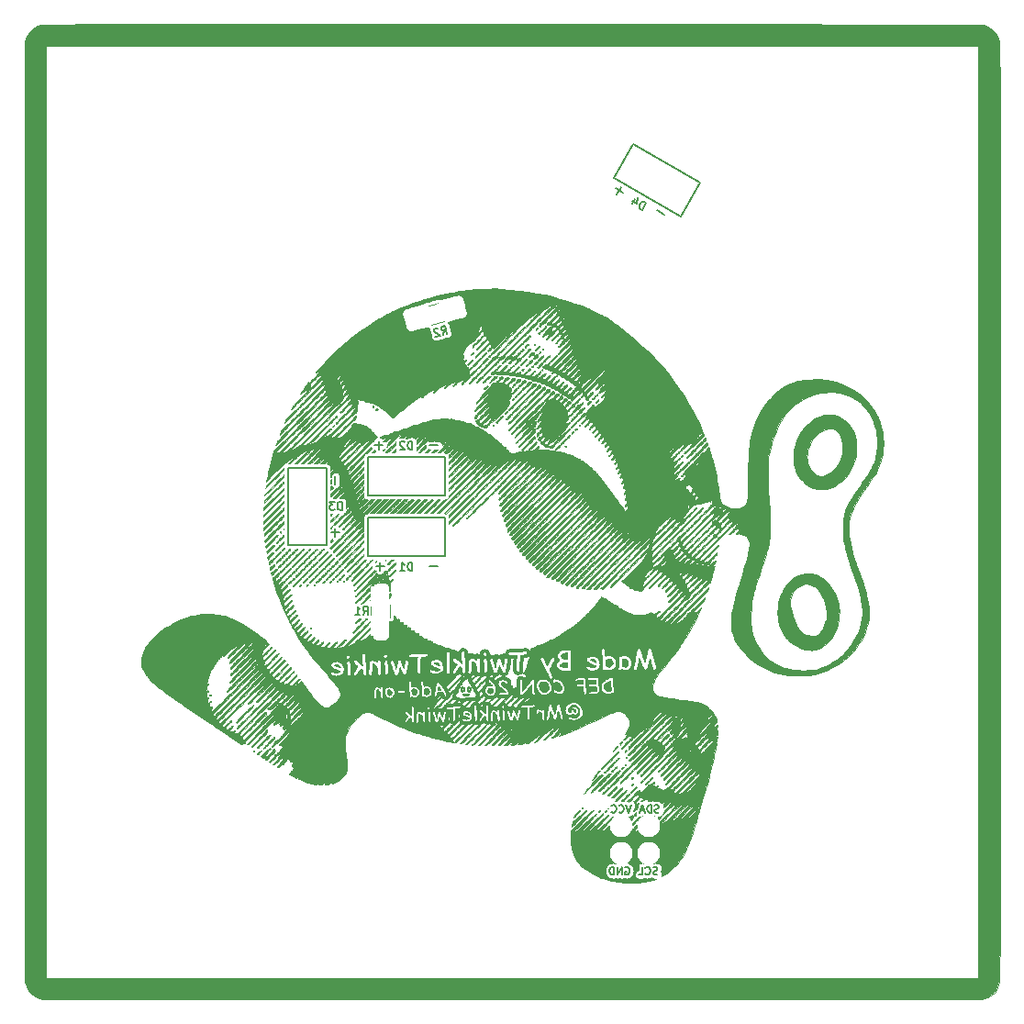
<source format=gbo>
G04 #@! TF.FileFunction,Legend,Bot*
%FSLAX46Y46*%
G04 Gerber Fmt 4.6, Leading zero omitted, Abs format (unit mm)*
G04 Created by KiCad (PCBNEW 4.0.7) date 07/05/18 08:24:38*
%MOMM*%
%LPD*%
G01*
G04 APERTURE LIST*
%ADD10C,0.100000*%
%ADD11C,0.150000*%
%ADD12C,0.120000*%
%ADD13C,0.010000*%
%ADD14C,2.800000*%
%ADD15R,1.600000X3.000000*%
%ADD16R,3.000000X1.600000*%
%ADD17R,1.700000X1.900000*%
%ADD18C,2.100000*%
%ADD19O,2.100000X2.100000*%
G04 APERTURE END LIST*
D10*
D11*
X134747000Y-90424000D02*
X141605000Y-90424000D01*
X141605000Y-90424000D02*
X141605000Y-86868000D01*
X141605000Y-86868000D02*
X134493000Y-86868000D01*
X134493000Y-86868000D02*
X134493000Y-90424000D01*
X134493000Y-90424000D02*
X134747000Y-90424000D01*
X134747000Y-84836000D02*
X141605000Y-84836000D01*
X141605000Y-84836000D02*
X141605000Y-81280000D01*
X141605000Y-81280000D02*
X134493000Y-81280000D01*
X134493000Y-81280000D02*
X134493000Y-84836000D01*
X134493000Y-84836000D02*
X134747000Y-84836000D01*
X130683000Y-89154000D02*
X130683000Y-82296000D01*
X130683000Y-82296000D02*
X127127000Y-82296000D01*
X127127000Y-82296000D02*
X127127000Y-89408000D01*
X127127000Y-89408000D02*
X130683000Y-89408000D01*
X130683000Y-89408000D02*
X130683000Y-89154000D01*
X157414384Y-55641793D02*
X163353586Y-59070793D01*
X163353586Y-59070793D02*
X165131586Y-55991207D01*
X165131586Y-55991207D02*
X158972414Y-52435207D01*
X158972414Y-52435207D02*
X157194414Y-55514793D01*
X157194414Y-55514793D02*
X157414384Y-55641793D01*
D12*
X136516000Y-96104000D02*
X136516000Y-94904000D01*
X134756000Y-94904000D02*
X134756000Y-96104000D01*
X140364205Y-69077306D02*
X141523316Y-68766723D01*
X141067795Y-67066694D02*
X139908684Y-67377277D01*
D13*
G36*
X126708917Y-41363091D02*
X127803678Y-41363120D01*
X128933116Y-41363163D01*
X130097757Y-41363221D01*
X131298128Y-41363293D01*
X132534756Y-41363379D01*
X133808165Y-41363478D01*
X135118884Y-41363591D01*
X136467439Y-41363716D01*
X137854355Y-41363854D01*
X139280160Y-41364004D01*
X140745380Y-41364166D01*
X142250542Y-41364340D01*
X143796171Y-41364525D01*
X145382795Y-41364721D01*
X147010940Y-41364928D01*
X147912667Y-41365045D01*
X149551321Y-41365259D01*
X151148183Y-41365470D01*
X152703790Y-41365680D01*
X154218684Y-41365887D01*
X155693403Y-41366093D01*
X157128488Y-41366299D01*
X158524477Y-41366504D01*
X159881912Y-41366710D01*
X161201332Y-41366916D01*
X162483276Y-41367124D01*
X163728285Y-41367334D01*
X164936897Y-41367546D01*
X166109654Y-41367762D01*
X167247094Y-41367980D01*
X168349757Y-41368203D01*
X169418184Y-41368430D01*
X170452913Y-41368663D01*
X171454485Y-41368900D01*
X172423439Y-41369144D01*
X173360316Y-41369395D01*
X174265654Y-41369653D01*
X175139995Y-41369918D01*
X175983876Y-41370192D01*
X176797839Y-41370475D01*
X177582423Y-41370766D01*
X178338167Y-41371068D01*
X179065612Y-41371380D01*
X179765298Y-41371703D01*
X180437763Y-41372037D01*
X181083548Y-41372383D01*
X181703193Y-41372741D01*
X182297237Y-41373113D01*
X182866220Y-41373497D01*
X183410682Y-41373896D01*
X183931163Y-41374310D01*
X184428202Y-41374738D01*
X184902339Y-41375182D01*
X185354114Y-41375642D01*
X185784066Y-41376119D01*
X186192737Y-41376613D01*
X186580664Y-41377125D01*
X186948388Y-41377654D01*
X187296449Y-41378203D01*
X187625386Y-41378771D01*
X187935740Y-41379358D01*
X188228050Y-41379966D01*
X188502855Y-41380595D01*
X188760696Y-41381245D01*
X189002112Y-41381917D01*
X189227644Y-41382611D01*
X189437830Y-41383329D01*
X189633211Y-41384070D01*
X189814326Y-41384834D01*
X189981715Y-41385624D01*
X190135918Y-41386438D01*
X190277475Y-41387278D01*
X190406925Y-41388144D01*
X190524808Y-41389037D01*
X190631664Y-41389957D01*
X190728033Y-41390904D01*
X190814454Y-41391880D01*
X190891468Y-41392884D01*
X190959613Y-41393918D01*
X191019430Y-41394981D01*
X191071459Y-41396075D01*
X191116239Y-41397199D01*
X191154310Y-41398355D01*
X191186212Y-41399543D01*
X191212484Y-41400763D01*
X191233667Y-41402016D01*
X191250300Y-41403303D01*
X191262923Y-41404623D01*
X191272075Y-41405978D01*
X191277991Y-41407283D01*
X191569016Y-41507584D01*
X191834448Y-41639531D01*
X192072513Y-41801233D01*
X192281436Y-41990797D01*
X192459441Y-42206334D01*
X192604756Y-42445952D01*
X192715604Y-42707760D01*
X192790211Y-42989868D01*
X192796746Y-43025580D01*
X192797954Y-43035775D01*
X192799130Y-43052689D01*
X192800276Y-43076850D01*
X192801393Y-43108785D01*
X192802480Y-43149022D01*
X192803537Y-43198087D01*
X192804567Y-43256508D01*
X192805567Y-43324811D01*
X192806540Y-43403525D01*
X192807486Y-43493177D01*
X192808404Y-43594293D01*
X192809295Y-43707401D01*
X192810160Y-43833028D01*
X192810999Y-43971701D01*
X192811813Y-44123948D01*
X192812601Y-44290295D01*
X192813364Y-44471271D01*
X192814103Y-44667401D01*
X192814817Y-44879214D01*
X192815508Y-45107237D01*
X192816176Y-45351997D01*
X192816821Y-45614021D01*
X192817443Y-45893836D01*
X192818043Y-46191969D01*
X192818621Y-46508949D01*
X192819178Y-46845301D01*
X192819714Y-47201553D01*
X192820229Y-47578233D01*
X192820724Y-47975868D01*
X192821199Y-48394984D01*
X192821655Y-48836110D01*
X192822091Y-49299772D01*
X192822509Y-49786497D01*
X192822909Y-50296814D01*
X192823290Y-50831248D01*
X192823654Y-51390327D01*
X192824001Y-51974579D01*
X192824331Y-52584531D01*
X192824645Y-53220709D01*
X192824942Y-53883642D01*
X192825224Y-54573856D01*
X192825491Y-55291878D01*
X192825743Y-56038236D01*
X192825980Y-56813457D01*
X192826204Y-57618069D01*
X192826413Y-58452598D01*
X192826610Y-59317571D01*
X192826793Y-60213517D01*
X192826964Y-61140961D01*
X192827122Y-62100432D01*
X192827269Y-63092457D01*
X192827404Y-64117562D01*
X192827529Y-65176275D01*
X192827642Y-66269123D01*
X192827746Y-67396634D01*
X192827839Y-68559335D01*
X192827923Y-69757752D01*
X192827998Y-70992414D01*
X192828065Y-72263847D01*
X192828123Y-73572579D01*
X192828173Y-74919136D01*
X192828215Y-76304046D01*
X192828250Y-77727837D01*
X192828279Y-79191035D01*
X192828301Y-80694168D01*
X192828317Y-82237762D01*
X192828327Y-83822346D01*
X192828332Y-85448446D01*
X192828333Y-86360000D01*
X192828331Y-88009141D01*
X192828323Y-89616477D01*
X192828310Y-91182533D01*
X192828292Y-92707838D01*
X192828267Y-94192918D01*
X192828235Y-95638302D01*
X192828197Y-97044515D01*
X192828151Y-98412085D01*
X192828098Y-99741540D01*
X192828036Y-101033407D01*
X192827966Y-102288212D01*
X192827887Y-103506484D01*
X192827798Y-104688749D01*
X192827700Y-105835534D01*
X192827592Y-106947367D01*
X192827474Y-108024776D01*
X192827345Y-109068286D01*
X192827204Y-110078426D01*
X192827052Y-111055723D01*
X192826888Y-112000703D01*
X192826712Y-112913895D01*
X192826523Y-113795825D01*
X192826321Y-114647021D01*
X192826105Y-115468009D01*
X192825875Y-116259318D01*
X192825631Y-117021473D01*
X192825373Y-117755003D01*
X192825099Y-118460435D01*
X192824810Y-119138296D01*
X192824506Y-119789113D01*
X192824185Y-120413413D01*
X192823847Y-121011724D01*
X192823493Y-121584573D01*
X192823121Y-122132486D01*
X192822731Y-122655992D01*
X192822323Y-123155618D01*
X192821897Y-123631890D01*
X192821452Y-124085336D01*
X192820988Y-124516483D01*
X192820504Y-124925858D01*
X192820000Y-125313990D01*
X192819475Y-125681404D01*
X192818930Y-126028628D01*
X192818364Y-126356189D01*
X192817776Y-126664615D01*
X192817166Y-126954432D01*
X192816533Y-127226168D01*
X192815878Y-127480351D01*
X192815200Y-127717507D01*
X192814499Y-127938163D01*
X192813773Y-128142848D01*
X192813023Y-128332087D01*
X192812249Y-128506409D01*
X192811449Y-128666340D01*
X192810625Y-128812407D01*
X192809774Y-128945139D01*
X192808897Y-129065062D01*
X192807994Y-129172703D01*
X192807063Y-129268590D01*
X192806106Y-129353250D01*
X192805120Y-129427210D01*
X192804107Y-129490997D01*
X192803065Y-129545139D01*
X192801994Y-129590162D01*
X192800894Y-129626594D01*
X192799764Y-129654963D01*
X192798604Y-129675794D01*
X192797414Y-129689617D01*
X192796746Y-129694420D01*
X192727211Y-129974231D01*
X192620832Y-130236510D01*
X192480475Y-130478390D01*
X192309010Y-130697002D01*
X192109304Y-130889478D01*
X191884225Y-131052951D01*
X191636641Y-131184553D01*
X191369420Y-131281415D01*
X191162420Y-131328746D01*
X191152231Y-131329953D01*
X191135333Y-131331129D01*
X191111198Y-131332274D01*
X191079298Y-131333389D01*
X191039107Y-131334474D01*
X190990097Y-131335530D01*
X190931741Y-131336557D01*
X190863512Y-131337555D01*
X190784883Y-131338524D01*
X190695327Y-131339465D01*
X190594316Y-131340379D01*
X190481324Y-131341266D01*
X190355823Y-131342125D01*
X190217286Y-131342958D01*
X190065186Y-131343765D01*
X189898996Y-131344546D01*
X189718188Y-131345301D01*
X189522236Y-131346032D01*
X189310612Y-131346737D01*
X189082790Y-131347418D01*
X188838241Y-131348075D01*
X188576439Y-131348709D01*
X188296857Y-131349319D01*
X187998967Y-131349906D01*
X187682243Y-131350470D01*
X187346157Y-131351012D01*
X186990182Y-131351533D01*
X186613791Y-131352031D01*
X186216456Y-131352509D01*
X185797652Y-131352966D01*
X185356849Y-131353402D01*
X184893522Y-131353818D01*
X184407143Y-131354215D01*
X183897185Y-131354592D01*
X183363121Y-131354950D01*
X182804424Y-131355290D01*
X182220566Y-131355611D01*
X181611020Y-131355915D01*
X180975260Y-131356200D01*
X180312757Y-131356469D01*
X179622986Y-131356721D01*
X178905418Y-131356956D01*
X178159526Y-131357175D01*
X177384785Y-131357379D01*
X176580665Y-131357567D01*
X175746640Y-131357740D01*
X174882184Y-131357898D01*
X173986768Y-131358042D01*
X173059866Y-131358172D01*
X172100950Y-131358289D01*
X171109494Y-131358392D01*
X170084969Y-131358483D01*
X169026850Y-131358561D01*
X167934609Y-131358626D01*
X166807718Y-131358680D01*
X165645651Y-131358723D01*
X164447880Y-131358755D01*
X163213878Y-131358775D01*
X161943119Y-131358786D01*
X160635074Y-131358786D01*
X159289218Y-131358777D01*
X157905021Y-131358759D01*
X156481958Y-131358732D01*
X155019502Y-131358696D01*
X153517125Y-131358652D01*
X151974299Y-131358600D01*
X150390499Y-131358541D01*
X148765196Y-131358475D01*
X147809352Y-131358434D01*
X146146281Y-131358357D01*
X144525034Y-131358276D01*
X142945103Y-131358190D01*
X141405979Y-131358098D01*
X139907152Y-131358000D01*
X138448115Y-131357896D01*
X137028358Y-131357785D01*
X135647371Y-131357668D01*
X134304648Y-131357542D01*
X132999678Y-131357410D01*
X131731952Y-131357269D01*
X130500962Y-131357119D01*
X129306200Y-131356961D01*
X128147155Y-131356794D01*
X127023319Y-131356617D01*
X125934184Y-131356430D01*
X124879240Y-131356233D01*
X123857979Y-131356025D01*
X122869892Y-131355806D01*
X121914469Y-131355576D01*
X120991203Y-131355334D01*
X120099583Y-131355080D01*
X119239102Y-131354814D01*
X118409251Y-131354534D01*
X117609519Y-131354242D01*
X116839400Y-131353936D01*
X116098383Y-131353616D01*
X115385960Y-131353282D01*
X114701623Y-131352933D01*
X114044861Y-131352569D01*
X113415167Y-131352189D01*
X112812031Y-131351794D01*
X112234945Y-131351383D01*
X111683399Y-131350955D01*
X111156886Y-131350511D01*
X110654895Y-131350049D01*
X110176919Y-131349570D01*
X109722448Y-131349073D01*
X109290973Y-131348557D01*
X108881985Y-131348023D01*
X108494977Y-131347470D01*
X108129438Y-131346897D01*
X107784860Y-131346305D01*
X107460734Y-131345692D01*
X107156552Y-131345059D01*
X106871803Y-131344405D01*
X106605981Y-131343730D01*
X106358574Y-131343034D01*
X106129076Y-131342315D01*
X105916976Y-131341574D01*
X105721766Y-131340810D01*
X105542938Y-131340024D01*
X105379982Y-131339214D01*
X105232389Y-131338380D01*
X105099650Y-131337522D01*
X104981258Y-131336640D01*
X104876702Y-131335732D01*
X104785474Y-131334800D01*
X104707065Y-131333842D01*
X104640966Y-131332858D01*
X104586669Y-131331847D01*
X104543664Y-131330810D01*
X104511442Y-131329746D01*
X104489496Y-131328654D01*
X104477315Y-131327535D01*
X104476430Y-131327389D01*
X104200057Y-131256512D01*
X103940539Y-131148652D01*
X103700861Y-131006822D01*
X103484007Y-130834035D01*
X103292960Y-130633304D01*
X103130704Y-130407642D01*
X103000223Y-130160061D01*
X102904501Y-129893576D01*
X102859253Y-129694420D01*
X102858046Y-129684225D01*
X102856870Y-129667311D01*
X102855723Y-129643149D01*
X102854607Y-129611214D01*
X102853520Y-129570978D01*
X102852462Y-129521913D01*
X102851433Y-129463492D01*
X102850432Y-129395188D01*
X102849459Y-129316474D01*
X102848514Y-129226823D01*
X102847596Y-129125707D01*
X102846704Y-129012599D01*
X102845839Y-128886972D01*
X102845000Y-128748299D01*
X102844187Y-128596052D01*
X102843399Y-128429705D01*
X102842636Y-128248729D01*
X102841897Y-128052598D01*
X102841182Y-127840785D01*
X102840491Y-127612762D01*
X102839823Y-127368003D01*
X102839179Y-127105979D01*
X102838557Y-126826164D01*
X102837957Y-126528030D01*
X102837378Y-126211051D01*
X102836821Y-125874699D01*
X102836286Y-125518446D01*
X102835770Y-125141766D01*
X102835275Y-124744132D01*
X102834800Y-124325015D01*
X102834345Y-123883890D01*
X102833908Y-123420228D01*
X102833490Y-122933502D01*
X102833091Y-122423186D01*
X102832709Y-121888752D01*
X102832345Y-121329672D01*
X102831998Y-120745420D01*
X102831668Y-120135469D01*
X102831355Y-119499290D01*
X102831057Y-118836358D01*
X102830775Y-118146144D01*
X102830508Y-117428122D01*
X102830257Y-116681763D01*
X102830019Y-115906542D01*
X102829796Y-115101931D01*
X102829586Y-114267402D01*
X102829390Y-113402428D01*
X102829207Y-112506483D01*
X102829036Y-111579038D01*
X102828878Y-110619568D01*
X102828731Y-109627543D01*
X102828595Y-108602438D01*
X102828471Y-107543725D01*
X102828357Y-106450876D01*
X102828351Y-106381272D01*
X104821159Y-106381272D01*
X104821162Y-107495323D01*
X104821175Y-108589292D01*
X104821197Y-109662549D01*
X104821230Y-110714465D01*
X104821272Y-111744410D01*
X104821324Y-112751755D01*
X104821386Y-113735871D01*
X104821457Y-114696128D01*
X104821537Y-115631897D01*
X104821627Y-116542548D01*
X104821726Y-117427453D01*
X104821835Y-118285980D01*
X104821952Y-119117502D01*
X104822079Y-119921389D01*
X104822215Y-120697012D01*
X104822359Y-121443740D01*
X104822513Y-122160945D01*
X104822675Y-122847997D01*
X104822847Y-123504267D01*
X104823026Y-124129125D01*
X104823215Y-124721942D01*
X104823412Y-125282089D01*
X104823617Y-125808936D01*
X104823831Y-126301854D01*
X104824054Y-126760214D01*
X104824284Y-127183385D01*
X104824523Y-127570739D01*
X104824770Y-127921646D01*
X104825025Y-128235477D01*
X104825288Y-128511603D01*
X104825559Y-128749393D01*
X104825838Y-128948219D01*
X104826125Y-129107451D01*
X104826419Y-129226460D01*
X104826722Y-129304617D01*
X104827031Y-129341292D01*
X104827142Y-129344213D01*
X104834685Y-129345250D01*
X104856826Y-129346259D01*
X104894034Y-129347241D01*
X104946773Y-129348195D01*
X105015512Y-129349123D01*
X105100716Y-129350024D01*
X105202853Y-129350899D01*
X105322388Y-129351747D01*
X105459789Y-129352570D01*
X105615522Y-129353367D01*
X105790053Y-129354138D01*
X105983849Y-129354884D01*
X106197377Y-129355605D01*
X106431104Y-129356301D01*
X106685495Y-129356973D01*
X106961018Y-129357620D01*
X107258140Y-129358243D01*
X107577326Y-129358842D01*
X107919043Y-129359418D01*
X108283758Y-129359970D01*
X108671938Y-129360499D01*
X109084049Y-129361005D01*
X109520558Y-129361488D01*
X109981931Y-129361948D01*
X110468635Y-129362387D01*
X110981136Y-129362803D01*
X111519902Y-129363197D01*
X112085399Y-129363570D01*
X112678092Y-129363922D01*
X113298450Y-129364252D01*
X113946938Y-129364561D01*
X114624023Y-129364850D01*
X115330172Y-129365119D01*
X116065852Y-129365367D01*
X116831528Y-129365595D01*
X117627668Y-129365803D01*
X118454738Y-129365992D01*
X119313204Y-129366161D01*
X120203534Y-129366312D01*
X121126194Y-129366443D01*
X122081650Y-129366556D01*
X123070369Y-129366651D01*
X124092818Y-129366727D01*
X125149464Y-129366786D01*
X126240772Y-129366826D01*
X127367210Y-129366850D01*
X128529243Y-129366856D01*
X129727340Y-129366845D01*
X130961965Y-129366817D01*
X132233587Y-129366773D01*
X133542671Y-129366712D01*
X134889684Y-129366636D01*
X136275093Y-129366543D01*
X137699364Y-129366435D01*
X139162964Y-129366312D01*
X140666359Y-129366173D01*
X142210016Y-129366019D01*
X143794402Y-129365851D01*
X145419984Y-129365668D01*
X147087227Y-129365471D01*
X147832629Y-129365380D01*
X190828083Y-129360083D01*
X190828083Y-43359917D01*
X104827917Y-43359917D01*
X104822513Y-86338833D01*
X104822348Y-87688605D01*
X104822195Y-89028364D01*
X104822052Y-90357482D01*
X104821920Y-91675330D01*
X104821798Y-92981277D01*
X104821688Y-94274694D01*
X104821588Y-95554953D01*
X104821499Y-96821423D01*
X104821420Y-98073475D01*
X104821352Y-99310480D01*
X104821294Y-100531808D01*
X104821247Y-101736830D01*
X104821209Y-102924917D01*
X104821182Y-104095440D01*
X104821165Y-105247767D01*
X104821159Y-106381272D01*
X102828351Y-106381272D01*
X102828254Y-105323365D01*
X102828160Y-104160665D01*
X102828076Y-102962247D01*
X102828001Y-101727586D01*
X102827935Y-100456153D01*
X102827877Y-99147421D01*
X102827827Y-97800864D01*
X102827785Y-96415953D01*
X102827749Y-94992163D01*
X102827721Y-93528965D01*
X102827699Y-92025832D01*
X102827683Y-90482237D01*
X102827672Y-88897654D01*
X102827667Y-87271553D01*
X102827667Y-86360000D01*
X102827669Y-84710858D01*
X102827676Y-83103523D01*
X102827689Y-81537466D01*
X102827708Y-80012162D01*
X102827733Y-78527081D01*
X102827764Y-77081698D01*
X102827803Y-75675485D01*
X102827849Y-74307914D01*
X102827902Y-72978460D01*
X102827964Y-71686593D01*
X102828034Y-70431788D01*
X102828113Y-69213516D01*
X102828201Y-68031251D01*
X102828299Y-66884466D01*
X102828407Y-65772632D01*
X102828526Y-64695224D01*
X102828655Y-63651714D01*
X102828795Y-62641574D01*
X102828947Y-61664277D01*
X102829111Y-60719296D01*
X102829288Y-59806105D01*
X102829477Y-58924175D01*
X102829679Y-58072979D01*
X102829895Y-57251991D01*
X102830124Y-56460682D01*
X102830368Y-55698526D01*
X102830627Y-54964996D01*
X102830900Y-54259564D01*
X102831189Y-53581704D01*
X102831494Y-52930887D01*
X102831815Y-52306586D01*
X102832153Y-51708276D01*
X102832507Y-51135427D01*
X102832879Y-50587513D01*
X102833269Y-50064007D01*
X102833676Y-49564382D01*
X102834102Y-49088110D01*
X102834548Y-48634664D01*
X102835012Y-48203517D01*
X102835496Y-47794141D01*
X102836000Y-47406010D01*
X102836524Y-47038596D01*
X102837070Y-46691372D01*
X102837636Y-46363811D01*
X102838224Y-46055385D01*
X102838834Y-45765568D01*
X102839466Y-45493831D01*
X102840121Y-45239649D01*
X102840800Y-45002493D01*
X102841501Y-44781836D01*
X102842227Y-44577152D01*
X102842976Y-44387913D01*
X102843751Y-44213591D01*
X102844550Y-44053660D01*
X102845375Y-43907592D01*
X102846226Y-43774860D01*
X102847103Y-43654938D01*
X102848006Y-43547296D01*
X102848936Y-43451409D01*
X102849894Y-43366750D01*
X102850880Y-43292790D01*
X102851893Y-43229003D01*
X102852935Y-43174861D01*
X102854006Y-43129838D01*
X102855106Y-43093405D01*
X102856236Y-43065037D01*
X102857396Y-43044205D01*
X102858586Y-43030383D01*
X102859253Y-43025580D01*
X102928753Y-42745900D01*
X103035071Y-42483724D01*
X103175331Y-42241925D01*
X103346657Y-42023375D01*
X103546171Y-41830945D01*
X103770997Y-41667507D01*
X104018258Y-41535933D01*
X104285078Y-41439094D01*
X104496665Y-41390925D01*
X104506957Y-41389722D01*
X104524022Y-41388551D01*
X104548386Y-41387411D01*
X104580577Y-41386301D01*
X104621120Y-41385223D01*
X104670543Y-41384174D01*
X104729371Y-41383155D01*
X104798131Y-41382165D01*
X104877349Y-41381205D01*
X104967553Y-41380274D01*
X105069268Y-41379371D01*
X105183021Y-41378496D01*
X105309339Y-41377649D01*
X105448747Y-41376830D01*
X105601773Y-41376039D01*
X105768943Y-41375274D01*
X105950784Y-41374536D01*
X106147821Y-41373824D01*
X106360581Y-41373139D01*
X106589592Y-41372479D01*
X106835378Y-41371844D01*
X107098468Y-41371235D01*
X107379387Y-41370651D01*
X107678661Y-41370091D01*
X107996818Y-41369555D01*
X108334384Y-41369043D01*
X108691884Y-41368554D01*
X109069847Y-41368089D01*
X109468797Y-41367647D01*
X109889263Y-41367227D01*
X110331769Y-41366830D01*
X110796843Y-41366454D01*
X111285011Y-41366100D01*
X111796800Y-41365768D01*
X112332736Y-41365457D01*
X112893345Y-41365166D01*
X113479154Y-41364896D01*
X114090690Y-41364646D01*
X114728479Y-41364415D01*
X115393048Y-41364204D01*
X116084922Y-41364013D01*
X116804628Y-41363840D01*
X117552694Y-41363685D01*
X118329645Y-41363549D01*
X119136008Y-41363431D01*
X119972309Y-41363330D01*
X120839075Y-41363247D01*
X121736833Y-41363180D01*
X122666108Y-41363130D01*
X123627427Y-41363097D01*
X124621318Y-41363079D01*
X125648305Y-41363078D01*
X126708917Y-41363091D01*
X126708917Y-41363091D01*
G37*
X126708917Y-41363091D02*
X127803678Y-41363120D01*
X128933116Y-41363163D01*
X130097757Y-41363221D01*
X131298128Y-41363293D01*
X132534756Y-41363379D01*
X133808165Y-41363478D01*
X135118884Y-41363591D01*
X136467439Y-41363716D01*
X137854355Y-41363854D01*
X139280160Y-41364004D01*
X140745380Y-41364166D01*
X142250542Y-41364340D01*
X143796171Y-41364525D01*
X145382795Y-41364721D01*
X147010940Y-41364928D01*
X147912667Y-41365045D01*
X149551321Y-41365259D01*
X151148183Y-41365470D01*
X152703790Y-41365680D01*
X154218684Y-41365887D01*
X155693403Y-41366093D01*
X157128488Y-41366299D01*
X158524477Y-41366504D01*
X159881912Y-41366710D01*
X161201332Y-41366916D01*
X162483276Y-41367124D01*
X163728285Y-41367334D01*
X164936897Y-41367546D01*
X166109654Y-41367762D01*
X167247094Y-41367980D01*
X168349757Y-41368203D01*
X169418184Y-41368430D01*
X170452913Y-41368663D01*
X171454485Y-41368900D01*
X172423439Y-41369144D01*
X173360316Y-41369395D01*
X174265654Y-41369653D01*
X175139995Y-41369918D01*
X175983876Y-41370192D01*
X176797839Y-41370475D01*
X177582423Y-41370766D01*
X178338167Y-41371068D01*
X179065612Y-41371380D01*
X179765298Y-41371703D01*
X180437763Y-41372037D01*
X181083548Y-41372383D01*
X181703193Y-41372741D01*
X182297237Y-41373113D01*
X182866220Y-41373497D01*
X183410682Y-41373896D01*
X183931163Y-41374310D01*
X184428202Y-41374738D01*
X184902339Y-41375182D01*
X185354114Y-41375642D01*
X185784066Y-41376119D01*
X186192737Y-41376613D01*
X186580664Y-41377125D01*
X186948388Y-41377654D01*
X187296449Y-41378203D01*
X187625386Y-41378771D01*
X187935740Y-41379358D01*
X188228050Y-41379966D01*
X188502855Y-41380595D01*
X188760696Y-41381245D01*
X189002112Y-41381917D01*
X189227644Y-41382611D01*
X189437830Y-41383329D01*
X189633211Y-41384070D01*
X189814326Y-41384834D01*
X189981715Y-41385624D01*
X190135918Y-41386438D01*
X190277475Y-41387278D01*
X190406925Y-41388144D01*
X190524808Y-41389037D01*
X190631664Y-41389957D01*
X190728033Y-41390904D01*
X190814454Y-41391880D01*
X190891468Y-41392884D01*
X190959613Y-41393918D01*
X191019430Y-41394981D01*
X191071459Y-41396075D01*
X191116239Y-41397199D01*
X191154310Y-41398355D01*
X191186212Y-41399543D01*
X191212484Y-41400763D01*
X191233667Y-41402016D01*
X191250300Y-41403303D01*
X191262923Y-41404623D01*
X191272075Y-41405978D01*
X191277991Y-41407283D01*
X191569016Y-41507584D01*
X191834448Y-41639531D01*
X192072513Y-41801233D01*
X192281436Y-41990797D01*
X192459441Y-42206334D01*
X192604756Y-42445952D01*
X192715604Y-42707760D01*
X192790211Y-42989868D01*
X192796746Y-43025580D01*
X192797954Y-43035775D01*
X192799130Y-43052689D01*
X192800276Y-43076850D01*
X192801393Y-43108785D01*
X192802480Y-43149022D01*
X192803537Y-43198087D01*
X192804567Y-43256508D01*
X192805567Y-43324811D01*
X192806540Y-43403525D01*
X192807486Y-43493177D01*
X192808404Y-43594293D01*
X192809295Y-43707401D01*
X192810160Y-43833028D01*
X192810999Y-43971701D01*
X192811813Y-44123948D01*
X192812601Y-44290295D01*
X192813364Y-44471271D01*
X192814103Y-44667401D01*
X192814817Y-44879214D01*
X192815508Y-45107237D01*
X192816176Y-45351997D01*
X192816821Y-45614021D01*
X192817443Y-45893836D01*
X192818043Y-46191969D01*
X192818621Y-46508949D01*
X192819178Y-46845301D01*
X192819714Y-47201553D01*
X192820229Y-47578233D01*
X192820724Y-47975868D01*
X192821199Y-48394984D01*
X192821655Y-48836110D01*
X192822091Y-49299772D01*
X192822509Y-49786497D01*
X192822909Y-50296814D01*
X192823290Y-50831248D01*
X192823654Y-51390327D01*
X192824001Y-51974579D01*
X192824331Y-52584531D01*
X192824645Y-53220709D01*
X192824942Y-53883642D01*
X192825224Y-54573856D01*
X192825491Y-55291878D01*
X192825743Y-56038236D01*
X192825980Y-56813457D01*
X192826204Y-57618069D01*
X192826413Y-58452598D01*
X192826610Y-59317571D01*
X192826793Y-60213517D01*
X192826964Y-61140961D01*
X192827122Y-62100432D01*
X192827269Y-63092457D01*
X192827404Y-64117562D01*
X192827529Y-65176275D01*
X192827642Y-66269123D01*
X192827746Y-67396634D01*
X192827839Y-68559335D01*
X192827923Y-69757752D01*
X192827998Y-70992414D01*
X192828065Y-72263847D01*
X192828123Y-73572579D01*
X192828173Y-74919136D01*
X192828215Y-76304046D01*
X192828250Y-77727837D01*
X192828279Y-79191035D01*
X192828301Y-80694168D01*
X192828317Y-82237762D01*
X192828327Y-83822346D01*
X192828332Y-85448446D01*
X192828333Y-86360000D01*
X192828331Y-88009141D01*
X192828323Y-89616477D01*
X192828310Y-91182533D01*
X192828292Y-92707838D01*
X192828267Y-94192918D01*
X192828235Y-95638302D01*
X192828197Y-97044515D01*
X192828151Y-98412085D01*
X192828098Y-99741540D01*
X192828036Y-101033407D01*
X192827966Y-102288212D01*
X192827887Y-103506484D01*
X192827798Y-104688749D01*
X192827700Y-105835534D01*
X192827592Y-106947367D01*
X192827474Y-108024776D01*
X192827345Y-109068286D01*
X192827204Y-110078426D01*
X192827052Y-111055723D01*
X192826888Y-112000703D01*
X192826712Y-112913895D01*
X192826523Y-113795825D01*
X192826321Y-114647021D01*
X192826105Y-115468009D01*
X192825875Y-116259318D01*
X192825631Y-117021473D01*
X192825373Y-117755003D01*
X192825099Y-118460435D01*
X192824810Y-119138296D01*
X192824506Y-119789113D01*
X192824185Y-120413413D01*
X192823847Y-121011724D01*
X192823493Y-121584573D01*
X192823121Y-122132486D01*
X192822731Y-122655992D01*
X192822323Y-123155618D01*
X192821897Y-123631890D01*
X192821452Y-124085336D01*
X192820988Y-124516483D01*
X192820504Y-124925858D01*
X192820000Y-125313990D01*
X192819475Y-125681404D01*
X192818930Y-126028628D01*
X192818364Y-126356189D01*
X192817776Y-126664615D01*
X192817166Y-126954432D01*
X192816533Y-127226168D01*
X192815878Y-127480351D01*
X192815200Y-127717507D01*
X192814499Y-127938163D01*
X192813773Y-128142848D01*
X192813023Y-128332087D01*
X192812249Y-128506409D01*
X192811449Y-128666340D01*
X192810625Y-128812407D01*
X192809774Y-128945139D01*
X192808897Y-129065062D01*
X192807994Y-129172703D01*
X192807063Y-129268590D01*
X192806106Y-129353250D01*
X192805120Y-129427210D01*
X192804107Y-129490997D01*
X192803065Y-129545139D01*
X192801994Y-129590162D01*
X192800894Y-129626594D01*
X192799764Y-129654963D01*
X192798604Y-129675794D01*
X192797414Y-129689617D01*
X192796746Y-129694420D01*
X192727211Y-129974231D01*
X192620832Y-130236510D01*
X192480475Y-130478390D01*
X192309010Y-130697002D01*
X192109304Y-130889478D01*
X191884225Y-131052951D01*
X191636641Y-131184553D01*
X191369420Y-131281415D01*
X191162420Y-131328746D01*
X191152231Y-131329953D01*
X191135333Y-131331129D01*
X191111198Y-131332274D01*
X191079298Y-131333389D01*
X191039107Y-131334474D01*
X190990097Y-131335530D01*
X190931741Y-131336557D01*
X190863512Y-131337555D01*
X190784883Y-131338524D01*
X190695327Y-131339465D01*
X190594316Y-131340379D01*
X190481324Y-131341266D01*
X190355823Y-131342125D01*
X190217286Y-131342958D01*
X190065186Y-131343765D01*
X189898996Y-131344546D01*
X189718188Y-131345301D01*
X189522236Y-131346032D01*
X189310612Y-131346737D01*
X189082790Y-131347418D01*
X188838241Y-131348075D01*
X188576439Y-131348709D01*
X188296857Y-131349319D01*
X187998967Y-131349906D01*
X187682243Y-131350470D01*
X187346157Y-131351012D01*
X186990182Y-131351533D01*
X186613791Y-131352031D01*
X186216456Y-131352509D01*
X185797652Y-131352966D01*
X185356849Y-131353402D01*
X184893522Y-131353818D01*
X184407143Y-131354215D01*
X183897185Y-131354592D01*
X183363121Y-131354950D01*
X182804424Y-131355290D01*
X182220566Y-131355611D01*
X181611020Y-131355915D01*
X180975260Y-131356200D01*
X180312757Y-131356469D01*
X179622986Y-131356721D01*
X178905418Y-131356956D01*
X178159526Y-131357175D01*
X177384785Y-131357379D01*
X176580665Y-131357567D01*
X175746640Y-131357740D01*
X174882184Y-131357898D01*
X173986768Y-131358042D01*
X173059866Y-131358172D01*
X172100950Y-131358289D01*
X171109494Y-131358392D01*
X170084969Y-131358483D01*
X169026850Y-131358561D01*
X167934609Y-131358626D01*
X166807718Y-131358680D01*
X165645651Y-131358723D01*
X164447880Y-131358755D01*
X163213878Y-131358775D01*
X161943119Y-131358786D01*
X160635074Y-131358786D01*
X159289218Y-131358777D01*
X157905021Y-131358759D01*
X156481958Y-131358732D01*
X155019502Y-131358696D01*
X153517125Y-131358652D01*
X151974299Y-131358600D01*
X150390499Y-131358541D01*
X148765196Y-131358475D01*
X147809352Y-131358434D01*
X146146281Y-131358357D01*
X144525034Y-131358276D01*
X142945103Y-131358190D01*
X141405979Y-131358098D01*
X139907152Y-131358000D01*
X138448115Y-131357896D01*
X137028358Y-131357785D01*
X135647371Y-131357668D01*
X134304648Y-131357542D01*
X132999678Y-131357410D01*
X131731952Y-131357269D01*
X130500962Y-131357119D01*
X129306200Y-131356961D01*
X128147155Y-131356794D01*
X127023319Y-131356617D01*
X125934184Y-131356430D01*
X124879240Y-131356233D01*
X123857979Y-131356025D01*
X122869892Y-131355806D01*
X121914469Y-131355576D01*
X120991203Y-131355334D01*
X120099583Y-131355080D01*
X119239102Y-131354814D01*
X118409251Y-131354534D01*
X117609519Y-131354242D01*
X116839400Y-131353936D01*
X116098383Y-131353616D01*
X115385960Y-131353282D01*
X114701623Y-131352933D01*
X114044861Y-131352569D01*
X113415167Y-131352189D01*
X112812031Y-131351794D01*
X112234945Y-131351383D01*
X111683399Y-131350955D01*
X111156886Y-131350511D01*
X110654895Y-131350049D01*
X110176919Y-131349570D01*
X109722448Y-131349073D01*
X109290973Y-131348557D01*
X108881985Y-131348023D01*
X108494977Y-131347470D01*
X108129438Y-131346897D01*
X107784860Y-131346305D01*
X107460734Y-131345692D01*
X107156552Y-131345059D01*
X106871803Y-131344405D01*
X106605981Y-131343730D01*
X106358574Y-131343034D01*
X106129076Y-131342315D01*
X105916976Y-131341574D01*
X105721766Y-131340810D01*
X105542938Y-131340024D01*
X105379982Y-131339214D01*
X105232389Y-131338380D01*
X105099650Y-131337522D01*
X104981258Y-131336640D01*
X104876702Y-131335732D01*
X104785474Y-131334800D01*
X104707065Y-131333842D01*
X104640966Y-131332858D01*
X104586669Y-131331847D01*
X104543664Y-131330810D01*
X104511442Y-131329746D01*
X104489496Y-131328654D01*
X104477315Y-131327535D01*
X104476430Y-131327389D01*
X104200057Y-131256512D01*
X103940539Y-131148652D01*
X103700861Y-131006822D01*
X103484007Y-130834035D01*
X103292960Y-130633304D01*
X103130704Y-130407642D01*
X103000223Y-130160061D01*
X102904501Y-129893576D01*
X102859253Y-129694420D01*
X102858046Y-129684225D01*
X102856870Y-129667311D01*
X102855723Y-129643149D01*
X102854607Y-129611214D01*
X102853520Y-129570978D01*
X102852462Y-129521913D01*
X102851433Y-129463492D01*
X102850432Y-129395188D01*
X102849459Y-129316474D01*
X102848514Y-129226823D01*
X102847596Y-129125707D01*
X102846704Y-129012599D01*
X102845839Y-128886972D01*
X102845000Y-128748299D01*
X102844187Y-128596052D01*
X102843399Y-128429705D01*
X102842636Y-128248729D01*
X102841897Y-128052598D01*
X102841182Y-127840785D01*
X102840491Y-127612762D01*
X102839823Y-127368003D01*
X102839179Y-127105979D01*
X102838557Y-126826164D01*
X102837957Y-126528030D01*
X102837378Y-126211051D01*
X102836821Y-125874699D01*
X102836286Y-125518446D01*
X102835770Y-125141766D01*
X102835275Y-124744132D01*
X102834800Y-124325015D01*
X102834345Y-123883890D01*
X102833908Y-123420228D01*
X102833490Y-122933502D01*
X102833091Y-122423186D01*
X102832709Y-121888752D01*
X102832345Y-121329672D01*
X102831998Y-120745420D01*
X102831668Y-120135469D01*
X102831355Y-119499290D01*
X102831057Y-118836358D01*
X102830775Y-118146144D01*
X102830508Y-117428122D01*
X102830257Y-116681763D01*
X102830019Y-115906542D01*
X102829796Y-115101931D01*
X102829586Y-114267402D01*
X102829390Y-113402428D01*
X102829207Y-112506483D01*
X102829036Y-111579038D01*
X102828878Y-110619568D01*
X102828731Y-109627543D01*
X102828595Y-108602438D01*
X102828471Y-107543725D01*
X102828357Y-106450876D01*
X102828351Y-106381272D01*
X104821159Y-106381272D01*
X104821162Y-107495323D01*
X104821175Y-108589292D01*
X104821197Y-109662549D01*
X104821230Y-110714465D01*
X104821272Y-111744410D01*
X104821324Y-112751755D01*
X104821386Y-113735871D01*
X104821457Y-114696128D01*
X104821537Y-115631897D01*
X104821627Y-116542548D01*
X104821726Y-117427453D01*
X104821835Y-118285980D01*
X104821952Y-119117502D01*
X104822079Y-119921389D01*
X104822215Y-120697012D01*
X104822359Y-121443740D01*
X104822513Y-122160945D01*
X104822675Y-122847997D01*
X104822847Y-123504267D01*
X104823026Y-124129125D01*
X104823215Y-124721942D01*
X104823412Y-125282089D01*
X104823617Y-125808936D01*
X104823831Y-126301854D01*
X104824054Y-126760214D01*
X104824284Y-127183385D01*
X104824523Y-127570739D01*
X104824770Y-127921646D01*
X104825025Y-128235477D01*
X104825288Y-128511603D01*
X104825559Y-128749393D01*
X104825838Y-128948219D01*
X104826125Y-129107451D01*
X104826419Y-129226460D01*
X104826722Y-129304617D01*
X104827031Y-129341292D01*
X104827142Y-129344213D01*
X104834685Y-129345250D01*
X104856826Y-129346259D01*
X104894034Y-129347241D01*
X104946773Y-129348195D01*
X105015512Y-129349123D01*
X105100716Y-129350024D01*
X105202853Y-129350899D01*
X105322388Y-129351747D01*
X105459789Y-129352570D01*
X105615522Y-129353367D01*
X105790053Y-129354138D01*
X105983849Y-129354884D01*
X106197377Y-129355605D01*
X106431104Y-129356301D01*
X106685495Y-129356973D01*
X106961018Y-129357620D01*
X107258140Y-129358243D01*
X107577326Y-129358842D01*
X107919043Y-129359418D01*
X108283758Y-129359970D01*
X108671938Y-129360499D01*
X109084049Y-129361005D01*
X109520558Y-129361488D01*
X109981931Y-129361948D01*
X110468635Y-129362387D01*
X110981136Y-129362803D01*
X111519902Y-129363197D01*
X112085399Y-129363570D01*
X112678092Y-129363922D01*
X113298450Y-129364252D01*
X113946938Y-129364561D01*
X114624023Y-129364850D01*
X115330172Y-129365119D01*
X116065852Y-129365367D01*
X116831528Y-129365595D01*
X117627668Y-129365803D01*
X118454738Y-129365992D01*
X119313204Y-129366161D01*
X120203534Y-129366312D01*
X121126194Y-129366443D01*
X122081650Y-129366556D01*
X123070369Y-129366651D01*
X124092818Y-129366727D01*
X125149464Y-129366786D01*
X126240772Y-129366826D01*
X127367210Y-129366850D01*
X128529243Y-129366856D01*
X129727340Y-129366845D01*
X130961965Y-129366817D01*
X132233587Y-129366773D01*
X133542671Y-129366712D01*
X134889684Y-129366636D01*
X136275093Y-129366543D01*
X137699364Y-129366435D01*
X139162964Y-129366312D01*
X140666359Y-129366173D01*
X142210016Y-129366019D01*
X143794402Y-129365851D01*
X145419984Y-129365668D01*
X147087227Y-129365471D01*
X147832629Y-129365380D01*
X190828083Y-129360083D01*
X190828083Y-43359917D01*
X104827917Y-43359917D01*
X104822513Y-86338833D01*
X104822348Y-87688605D01*
X104822195Y-89028364D01*
X104822052Y-90357482D01*
X104821920Y-91675330D01*
X104821798Y-92981277D01*
X104821688Y-94274694D01*
X104821588Y-95554953D01*
X104821499Y-96821423D01*
X104821420Y-98073475D01*
X104821352Y-99310480D01*
X104821294Y-100531808D01*
X104821247Y-101736830D01*
X104821209Y-102924917D01*
X104821182Y-104095440D01*
X104821165Y-105247767D01*
X104821159Y-106381272D01*
X102828351Y-106381272D01*
X102828254Y-105323365D01*
X102828160Y-104160665D01*
X102828076Y-102962247D01*
X102828001Y-101727586D01*
X102827935Y-100456153D01*
X102827877Y-99147421D01*
X102827827Y-97800864D01*
X102827785Y-96415953D01*
X102827749Y-94992163D01*
X102827721Y-93528965D01*
X102827699Y-92025832D01*
X102827683Y-90482237D01*
X102827672Y-88897654D01*
X102827667Y-87271553D01*
X102827667Y-86360000D01*
X102827669Y-84710858D01*
X102827676Y-83103523D01*
X102827689Y-81537466D01*
X102827708Y-80012162D01*
X102827733Y-78527081D01*
X102827764Y-77081698D01*
X102827803Y-75675485D01*
X102827849Y-74307914D01*
X102827902Y-72978460D01*
X102827964Y-71686593D01*
X102828034Y-70431788D01*
X102828113Y-69213516D01*
X102828201Y-68031251D01*
X102828299Y-66884466D01*
X102828407Y-65772632D01*
X102828526Y-64695224D01*
X102828655Y-63651714D01*
X102828795Y-62641574D01*
X102828947Y-61664277D01*
X102829111Y-60719296D01*
X102829288Y-59806105D01*
X102829477Y-58924175D01*
X102829679Y-58072979D01*
X102829895Y-57251991D01*
X102830124Y-56460682D01*
X102830368Y-55698526D01*
X102830627Y-54964996D01*
X102830900Y-54259564D01*
X102831189Y-53581704D01*
X102831494Y-52930887D01*
X102831815Y-52306586D01*
X102832153Y-51708276D01*
X102832507Y-51135427D01*
X102832879Y-50587513D01*
X102833269Y-50064007D01*
X102833676Y-49564382D01*
X102834102Y-49088110D01*
X102834548Y-48634664D01*
X102835012Y-48203517D01*
X102835496Y-47794141D01*
X102836000Y-47406010D01*
X102836524Y-47038596D01*
X102837070Y-46691372D01*
X102837636Y-46363811D01*
X102838224Y-46055385D01*
X102838834Y-45765568D01*
X102839466Y-45493831D01*
X102840121Y-45239649D01*
X102840800Y-45002493D01*
X102841501Y-44781836D01*
X102842227Y-44577152D01*
X102842976Y-44387913D01*
X102843751Y-44213591D01*
X102844550Y-44053660D01*
X102845375Y-43907592D01*
X102846226Y-43774860D01*
X102847103Y-43654938D01*
X102848006Y-43547296D01*
X102848936Y-43451409D01*
X102849894Y-43366750D01*
X102850880Y-43292790D01*
X102851893Y-43229003D01*
X102852935Y-43174861D01*
X102854006Y-43129838D01*
X102855106Y-43093405D01*
X102856236Y-43065037D01*
X102857396Y-43044205D01*
X102858586Y-43030383D01*
X102859253Y-43025580D01*
X102928753Y-42745900D01*
X103035071Y-42483724D01*
X103175331Y-42241925D01*
X103346657Y-42023375D01*
X103546171Y-41830945D01*
X103770997Y-41667507D01*
X104018258Y-41535933D01*
X104285078Y-41439094D01*
X104496665Y-41390925D01*
X104506957Y-41389722D01*
X104524022Y-41388551D01*
X104548386Y-41387411D01*
X104580577Y-41386301D01*
X104621120Y-41385223D01*
X104670543Y-41384174D01*
X104729371Y-41383155D01*
X104798131Y-41382165D01*
X104877349Y-41381205D01*
X104967553Y-41380274D01*
X105069268Y-41379371D01*
X105183021Y-41378496D01*
X105309339Y-41377649D01*
X105448747Y-41376830D01*
X105601773Y-41376039D01*
X105768943Y-41375274D01*
X105950784Y-41374536D01*
X106147821Y-41373824D01*
X106360581Y-41373139D01*
X106589592Y-41372479D01*
X106835378Y-41371844D01*
X107098468Y-41371235D01*
X107379387Y-41370651D01*
X107678661Y-41370091D01*
X107996818Y-41369555D01*
X108334384Y-41369043D01*
X108691884Y-41368554D01*
X109069847Y-41368089D01*
X109468797Y-41367647D01*
X109889263Y-41367227D01*
X110331769Y-41366830D01*
X110796843Y-41366454D01*
X111285011Y-41366100D01*
X111796800Y-41365768D01*
X112332736Y-41365457D01*
X112893345Y-41365166D01*
X113479154Y-41364896D01*
X114090690Y-41364646D01*
X114728479Y-41364415D01*
X115393048Y-41364204D01*
X116084922Y-41364013D01*
X116804628Y-41363840D01*
X117552694Y-41363685D01*
X118329645Y-41363549D01*
X119136008Y-41363431D01*
X119972309Y-41363330D01*
X120839075Y-41363247D01*
X121736833Y-41363180D01*
X122666108Y-41363130D01*
X123627427Y-41363097D01*
X124621318Y-41363079D01*
X125648305Y-41363078D01*
X126708917Y-41363091D01*
G36*
X146311350Y-65751048D02*
X146426086Y-65753530D01*
X146536679Y-65758435D01*
X146650757Y-65765833D01*
X146759083Y-65774382D01*
X147641047Y-65856950D01*
X148485906Y-65954498D01*
X149296379Y-66067650D01*
X150075184Y-66197031D01*
X150825042Y-66343263D01*
X151548672Y-66506971D01*
X152248792Y-66688778D01*
X152928123Y-66889310D01*
X153589383Y-67109189D01*
X154235292Y-67349040D01*
X154868568Y-67609487D01*
X154992917Y-67663649D01*
X155123742Y-67722431D01*
X155276879Y-67793343D01*
X155446086Y-67873315D01*
X155625124Y-67959274D01*
X155807753Y-68048151D01*
X155987732Y-68136875D01*
X156158821Y-68222374D01*
X156314779Y-68301578D01*
X156449368Y-68371416D01*
X156556345Y-68428817D01*
X156613638Y-68461231D01*
X156740974Y-68540999D01*
X156886071Y-68641366D01*
X157051577Y-68764334D01*
X157240138Y-68911905D01*
X157454401Y-69086083D01*
X157602802Y-69209562D01*
X157737437Y-69321335D01*
X157884279Y-69441378D01*
X158032816Y-69561221D01*
X158172534Y-69672394D01*
X158292922Y-69766430D01*
X158316083Y-69784217D01*
X159073985Y-70387790D01*
X159795414Y-71011498D01*
X160482042Y-71657108D01*
X161135539Y-72326392D01*
X161757575Y-73021118D01*
X162349822Y-73743058D01*
X162913950Y-74493981D01*
X163337142Y-75103369D01*
X163641528Y-75567030D01*
X163923494Y-76018219D01*
X164187343Y-76464882D01*
X164437374Y-76914969D01*
X164677889Y-77376427D01*
X164913190Y-77857203D01*
X165147578Y-78365246D01*
X165343027Y-78809888D01*
X165551013Y-79292527D01*
X165394298Y-79433279D01*
X165251139Y-79565582D01*
X165135553Y-79681286D01*
X165040335Y-79787928D01*
X164969673Y-79877563D01*
X164842541Y-80030922D01*
X164716504Y-80146331D01*
X164649015Y-80193329D01*
X164562264Y-80254192D01*
X164450329Y-80344419D01*
X164312388Y-80464712D01*
X164147619Y-80615776D01*
X164072044Y-80686839D01*
X163960842Y-80791856D01*
X163876601Y-80870678D01*
X163815662Y-80926346D01*
X163774367Y-80961899D01*
X163749060Y-80980379D01*
X163736082Y-80984824D01*
X163731776Y-80978276D01*
X163731894Y-80969565D01*
X163718904Y-80934060D01*
X163705082Y-80924903D01*
X163684675Y-80927687D01*
X163687233Y-80959695D01*
X163689398Y-80990054D01*
X163679859Y-80993030D01*
X163661589Y-80961182D01*
X163678599Y-80916193D01*
X163691007Y-80900775D01*
X163714815Y-80874660D01*
X163761915Y-80823146D01*
X163826995Y-80752040D01*
X163904741Y-80667147D01*
X163974078Y-80591470D01*
X164061487Y-80494953D01*
X164143243Y-80402597D01*
X164213122Y-80321588D01*
X164264901Y-80259111D01*
X164287696Y-80229334D01*
X164339020Y-80158515D01*
X164393022Y-80086853D01*
X164407646Y-80068080D01*
X164449455Y-80005605D01*
X164480384Y-79942861D01*
X164485272Y-79928452D01*
X164503836Y-79863723D01*
X164383876Y-79941717D01*
X164246870Y-80034078D01*
X164109872Y-80132309D01*
X163983461Y-80228496D01*
X163878217Y-80314723D01*
X163840583Y-80348166D01*
X163770052Y-80410547D01*
X163696803Y-80471377D01*
X163650083Y-80507486D01*
X163589370Y-80555309D01*
X163515682Y-80618143D01*
X163453694Y-80674321D01*
X163388098Y-80731692D01*
X163344967Y-80758568D01*
X163320224Y-80757439D01*
X163319144Y-80756444D01*
X163311342Y-80739067D01*
X163335617Y-80736934D01*
X163368433Y-80725826D01*
X163374917Y-80708500D01*
X163357652Y-80683649D01*
X163332583Y-80680515D01*
X163312846Y-80677713D01*
X163320456Y-80659987D01*
X163323806Y-80656611D01*
X163373134Y-80656611D01*
X163375066Y-80666409D01*
X163397705Y-80683955D01*
X163421967Y-80686900D01*
X163427833Y-80679014D01*
X163411230Y-80665420D01*
X163394984Y-80658090D01*
X163373134Y-80656611D01*
X163323806Y-80656611D01*
X163358123Y-80622037D01*
X163366376Y-80614416D01*
X163368475Y-80612319D01*
X163434889Y-80612319D01*
X163444064Y-80633662D01*
X163452528Y-80632236D01*
X163469992Y-80604319D01*
X163470167Y-80601417D01*
X163455965Y-80581882D01*
X163452528Y-80581500D01*
X163436736Y-80598630D01*
X163434889Y-80612319D01*
X163368475Y-80612319D01*
X163413007Y-80567845D01*
X163460966Y-80510993D01*
X163515793Y-80436512D01*
X163583027Y-80337056D01*
X163630556Y-80264000D01*
X163682636Y-80190945D01*
X163745814Y-80112622D01*
X163776848Y-80077742D01*
X163823984Y-80020476D01*
X163860745Y-79963621D01*
X163882493Y-79916300D01*
X163884588Y-79887635D01*
X163875794Y-79883125D01*
X163854222Y-79895576D01*
X163807742Y-79928933D01*
X163744281Y-79977380D01*
X163703000Y-80009954D01*
X163618366Y-80076041D01*
X163531432Y-80141534D01*
X163457191Y-80195206D01*
X163437644Y-80208671D01*
X163369714Y-80259381D01*
X163281294Y-80332531D01*
X163178126Y-80422671D01*
X163065952Y-80524354D01*
X162950514Y-80632132D01*
X162837552Y-80740558D01*
X162732809Y-80844183D01*
X162642027Y-80937559D01*
X162570947Y-81015238D01*
X162525310Y-81071773D01*
X162520478Y-81078917D01*
X162491241Y-81126959D01*
X162454524Y-81191173D01*
X162416103Y-81260906D01*
X162381750Y-81325507D01*
X162357241Y-81374325D01*
X162348333Y-81396459D01*
X162366546Y-81395457D01*
X162412634Y-81385941D01*
X162473776Y-81371042D01*
X162537147Y-81353893D01*
X162589924Y-81337627D01*
X162591750Y-81336998D01*
X162627319Y-81315258D01*
X162686297Y-81268709D01*
X162719535Y-81239905D01*
X162755420Y-81239905D01*
X162762523Y-81258079D01*
X162770529Y-81268046D01*
X162794318Y-81292968D01*
X162801839Y-81296386D01*
X162815426Y-81277012D01*
X162831600Y-81255426D01*
X162846402Y-81220779D01*
X162835670Y-81206228D01*
X162818737Y-81208638D01*
X162818767Y-81220218D01*
X162807848Y-81240689D01*
X162783388Y-81241077D01*
X162755420Y-81239905D01*
X162719535Y-81239905D01*
X162762423Y-81202740D01*
X162849436Y-81122739D01*
X162923682Y-81051272D01*
X163034775Y-80944254D01*
X163119426Y-80867641D01*
X163179222Y-80820112D01*
X163215749Y-80800349D01*
X163225307Y-80800267D01*
X163254359Y-80828308D01*
X163258500Y-80845628D01*
X163244079Y-80870586D01*
X163204101Y-80919418D01*
X163143496Y-80986622D01*
X163067189Y-81066699D01*
X162997141Y-81137334D01*
X162881710Y-81254658D01*
X162794445Y-81351256D01*
X162731010Y-81433524D01*
X162687067Y-81507861D01*
X162658281Y-81580664D01*
X162640316Y-81658329D01*
X162639131Y-81665470D01*
X162632613Y-81716512D01*
X162641519Y-81736380D01*
X162674503Y-81735685D01*
X162693756Y-81732476D01*
X162843468Y-81688815D01*
X162956659Y-81622909D01*
X163021094Y-81586599D01*
X163065077Y-81583444D01*
X163084644Y-81607606D01*
X163075830Y-81653249D01*
X163034671Y-81714537D01*
X163025667Y-81724500D01*
X162986857Y-81770107D01*
X162964398Y-81804361D01*
X162962167Y-81811826D01*
X162949746Y-81843722D01*
X162915976Y-81900524D01*
X162866091Y-81974192D01*
X162805327Y-82056688D01*
X162788527Y-82078420D01*
X162747718Y-82130725D01*
X162688934Y-82206140D01*
X162620202Y-82294367D01*
X162552998Y-82380672D01*
X162387247Y-82593588D01*
X162571077Y-82474997D01*
X162671567Y-82405509D01*
X162796443Y-82311619D01*
X162939573Y-82198263D01*
X163094825Y-82070378D01*
X163256066Y-81932901D01*
X163382114Y-81822126D01*
X163409230Y-81798583D01*
X163477222Y-81798583D01*
X163486774Y-81826777D01*
X163494861Y-81830333D01*
X163510524Y-81813139D01*
X163512500Y-81798583D01*
X163502947Y-81770389D01*
X163494861Y-81766833D01*
X163479198Y-81784028D01*
X163477222Y-81798583D01*
X163409230Y-81798583D01*
X163442428Y-81769760D01*
X163480106Y-81742661D01*
X163503322Y-81737062D01*
X163520247Y-81749195D01*
X163525530Y-81756016D01*
X163534865Y-81776493D01*
X163530243Y-81801527D01*
X163507629Y-81837936D01*
X163462990Y-81892539D01*
X163407973Y-81954724D01*
X163255784Y-82124555D01*
X163129355Y-82266413D01*
X163025877Y-82383563D01*
X162942540Y-82479270D01*
X162876533Y-82556800D01*
X162825046Y-82619416D01*
X162785270Y-82670385D01*
X162754395Y-82712972D01*
X162750310Y-82718909D01*
X162692535Y-82798303D01*
X162622508Y-82887349D01*
X162565355Y-82955228D01*
X162506031Y-83024365D01*
X162451475Y-83090865D01*
X162413479Y-83140356D01*
X162413421Y-83140437D01*
X162384935Y-83187607D01*
X162384102Y-83207950D01*
X162407257Y-83203127D01*
X162450737Y-83174794D01*
X162510878Y-83124612D01*
X162567871Y-83070500D01*
X162636525Y-83006764D01*
X162714840Y-82941158D01*
X162794509Y-82879822D01*
X162867222Y-82828892D01*
X162924674Y-82794509D01*
X162957286Y-82782760D01*
X162983668Y-82768682D01*
X163032075Y-82731144D01*
X163094993Y-82677007D01*
X163164907Y-82613134D01*
X163234301Y-82546387D01*
X163295660Y-82483629D01*
X163340729Y-82432639D01*
X163387240Y-82380667D01*
X163597167Y-82380667D01*
X163604388Y-82401283D01*
X163606501Y-82401833D01*
X163624572Y-82387001D01*
X163628917Y-82380667D01*
X163627238Y-82361162D01*
X163619582Y-82359500D01*
X163598028Y-82374865D01*
X163597167Y-82380667D01*
X163387240Y-82380667D01*
X163388797Y-82378928D01*
X163460072Y-82306526D01*
X163545577Y-82224246D01*
X163636337Y-82140904D01*
X163652317Y-82126667D01*
X163747393Y-82042025D01*
X163843663Y-81955698D01*
X163930549Y-81877212D01*
X163997469Y-81816089D01*
X164003417Y-81810595D01*
X164065919Y-81754016D01*
X164106103Y-81722874D01*
X164132027Y-81713120D01*
X164151747Y-81720703D01*
X164162619Y-81730547D01*
X164177781Y-81750178D01*
X164177721Y-81771568D01*
X164158298Y-81802643D01*
X164115373Y-81851327D01*
X164079928Y-81888813D01*
X164016407Y-81960685D01*
X163959206Y-82034551D01*
X163919885Y-82095390D01*
X163917636Y-82099679D01*
X163877520Y-82157101D01*
X163807047Y-82234245D01*
X163710554Y-82326576D01*
X163645315Y-82384485D01*
X163423111Y-82584117D01*
X163234200Y-82769870D01*
X163074036Y-82946844D01*
X162938074Y-83120143D01*
X162821767Y-83294869D01*
X162796467Y-83337251D01*
X162764592Y-83399227D01*
X162760292Y-83429684D01*
X162783793Y-83429414D01*
X162817455Y-83411019D01*
X162873660Y-83384557D01*
X162940107Y-83364536D01*
X162941000Y-83364350D01*
X162997114Y-83344075D01*
X163069854Y-83306414D01*
X163135414Y-83264922D01*
X163217338Y-83214651D01*
X163271953Y-83196522D01*
X163298456Y-83209668D01*
X163296042Y-83253223D01*
X163263909Y-83326319D01*
X163236363Y-83373807D01*
X163200938Y-83433801D01*
X163186216Y-83470449D01*
X163189786Y-83495871D01*
X163207267Y-83519897D01*
X163227988Y-83541263D01*
X163249417Y-83548241D01*
X163282631Y-83539448D01*
X163338709Y-83513501D01*
X163365800Y-83500105D01*
X163431934Y-83468603D01*
X163483293Y-83446539D01*
X163507276Y-83439000D01*
X163529801Y-83423726D01*
X163570039Y-83384023D01*
X163619958Y-83329064D01*
X163671527Y-83268025D01*
X163716715Y-83210082D01*
X163747201Y-83164911D01*
X163795464Y-83088904D01*
X163848684Y-83024662D01*
X163853069Y-83019942D01*
X163886519Y-82977105D01*
X163900876Y-82952167D01*
X163920976Y-82913421D01*
X163951781Y-82859879D01*
X163956752Y-82851625D01*
X163978571Y-82809423D01*
X163978283Y-82787818D01*
X163952610Y-82787100D01*
X163898279Y-82807557D01*
X163812013Y-82849480D01*
X163777049Y-82867518D01*
X163701628Y-82904414D01*
X163639925Y-82930232D01*
X163601687Y-82941068D01*
X163595174Y-82940352D01*
X163579580Y-82947351D01*
X163576000Y-82968124D01*
X163561189Y-83006286D01*
X163524109Y-83054070D01*
X163508017Y-83069915D01*
X163473380Y-83099616D01*
X163461210Y-83105720D01*
X163465944Y-83097850D01*
X163480578Y-83064661D01*
X163461729Y-83038614D01*
X163429535Y-83028160D01*
X163411686Y-83047743D01*
X163419106Y-83084458D01*
X163424568Y-83099455D01*
X163404918Y-83083838D01*
X163394203Y-83064953D01*
X163403343Y-83039084D01*
X163436717Y-82998906D01*
X163442340Y-82993251D01*
X163512500Y-82993251D01*
X163527865Y-83014805D01*
X163533667Y-83015667D01*
X163554283Y-83008445D01*
X163554833Y-83006332D01*
X163540001Y-82988261D01*
X163533667Y-82983917D01*
X163514162Y-82985595D01*
X163512500Y-82993251D01*
X163442340Y-82993251D01*
X163484298Y-82951060D01*
X163545662Y-82885111D01*
X163598842Y-82817195D01*
X163629921Y-82766472D01*
X163714831Y-82617218D01*
X163831404Y-82464814D01*
X163947408Y-82342966D01*
X164443833Y-82342966D01*
X164458050Y-82345010D01*
X164499485Y-82317779D01*
X164566315Y-82262801D01*
X164656715Y-82181602D01*
X164768864Y-82075710D01*
X164806867Y-82038976D01*
X164887004Y-81959024D01*
X164970236Y-81872365D01*
X165051270Y-81784942D01*
X165124814Y-81702696D01*
X165185574Y-81631571D01*
X165228258Y-81577508D01*
X165247573Y-81546451D01*
X165248167Y-81543512D01*
X165233418Y-81550505D01*
X165192979Y-81580992D01*
X165132560Y-81630074D01*
X165057870Y-81692853D01*
X164974621Y-81764430D01*
X164888521Y-81839907D01*
X164805282Y-81914385D01*
X164730613Y-81982965D01*
X164681958Y-82029247D01*
X164617481Y-82093677D01*
X164566353Y-82148020D01*
X164535089Y-82185160D01*
X164528500Y-82196881D01*
X164516523Y-82224870D01*
X164487565Y-82267270D01*
X164486167Y-82269057D01*
X164456683Y-82312247D01*
X164443851Y-82342352D01*
X164443833Y-82342966D01*
X163947408Y-82342966D01*
X163982169Y-82306455D01*
X164169652Y-82139334D01*
X164263917Y-82062708D01*
X164339014Y-82001270D01*
X164403763Y-81944883D01*
X164449271Y-81901466D01*
X164463841Y-81884652D01*
X164489707Y-81853182D01*
X164538371Y-81798659D01*
X164603152Y-81728416D01*
X164677373Y-81649783D01*
X164686882Y-81639833D01*
X164775131Y-81545545D01*
X164867265Y-81443641D01*
X164951498Y-81347333D01*
X165008337Y-81279425D01*
X165078300Y-81195356D01*
X165143276Y-81123769D01*
X165211699Y-81056722D01*
X165292008Y-80986268D01*
X165392639Y-80904463D01*
X165475908Y-80839133D01*
X165572350Y-80759480D01*
X165677258Y-80665557D01*
X165771998Y-80574226D01*
X165795935Y-80549554D01*
X165943768Y-80393924D01*
X165985252Y-80516765D01*
X166026736Y-80639605D01*
X165902034Y-80772703D01*
X165845622Y-80834848D01*
X165802502Y-80886032D01*
X165779435Y-80918076D01*
X165777333Y-80923567D01*
X165792608Y-80942850D01*
X165832267Y-80939555D01*
X165887059Y-80916812D01*
X165947735Y-80877752D01*
X165972379Y-80857559D01*
X166067551Y-80773785D01*
X166209419Y-81257259D01*
X166322959Y-81654147D01*
X166422445Y-82024874D01*
X166509995Y-82379408D01*
X166587729Y-82727720D01*
X166657766Y-83079777D01*
X166722224Y-83445550D01*
X166783223Y-83835008D01*
X166835146Y-84201000D01*
X166873673Y-84470092D01*
X166912248Y-84712818D01*
X166950249Y-84925861D01*
X166987056Y-85105908D01*
X167022046Y-85249641D01*
X167047842Y-85334897D01*
X167112811Y-85487718D01*
X167196459Y-85617816D01*
X167301973Y-85726970D01*
X167432542Y-85816961D01*
X167591351Y-85889570D01*
X167781589Y-85946575D01*
X168006442Y-85989758D01*
X168269098Y-86020899D01*
X168277411Y-86021649D01*
X168530232Y-86032001D01*
X168752561Y-86014482D01*
X168946352Y-85968409D01*
X169113563Y-85893097D01*
X169256148Y-85787864D01*
X169376065Y-85652025D01*
X169389413Y-85633071D01*
X169417661Y-85590040D01*
X169442585Y-85546312D01*
X169464449Y-85498989D01*
X169483518Y-85445173D01*
X169500056Y-85381963D01*
X169514327Y-85306462D01*
X169526596Y-85215771D01*
X169537126Y-85106991D01*
X169546182Y-84977222D01*
X169554029Y-84823566D01*
X169560930Y-84643125D01*
X169567149Y-84432999D01*
X169572952Y-84190289D01*
X169578602Y-83912097D01*
X169584363Y-83595523D01*
X169586530Y-83470750D01*
X169594169Y-83043822D01*
X169601766Y-82656404D01*
X169609466Y-82305670D01*
X169617411Y-81988797D01*
X169625744Y-81702960D01*
X169634609Y-81445335D01*
X169644149Y-81213099D01*
X169654508Y-81003426D01*
X169665827Y-80813494D01*
X169678251Y-80640477D01*
X169691924Y-80481552D01*
X169706987Y-80333894D01*
X169723585Y-80194680D01*
X169741860Y-80061085D01*
X169761956Y-79930285D01*
X169767961Y-79893583D01*
X169835155Y-79545161D01*
X169922745Y-79182349D01*
X170028206Y-78811900D01*
X170149013Y-78440565D01*
X170282642Y-78075096D01*
X170426570Y-77722247D01*
X170578271Y-77388770D01*
X170735221Y-77081416D01*
X170894896Y-76806939D01*
X170958874Y-76708000D01*
X171081282Y-76529197D01*
X171196923Y-76370514D01*
X171313713Y-76222273D01*
X171439568Y-76074797D01*
X171582402Y-75918409D01*
X171735750Y-75758198D01*
X171953519Y-75540797D01*
X172155759Y-75353625D01*
X172349719Y-75191229D01*
X172542647Y-75048153D01*
X172741790Y-74918944D01*
X172954398Y-74798149D01*
X173132750Y-74706992D01*
X173498076Y-74539491D01*
X173846950Y-74403361D01*
X174177003Y-74299385D01*
X174485864Y-74228347D01*
X174658175Y-74202084D01*
X174881752Y-74178649D01*
X175123219Y-74159643D01*
X175375454Y-74145180D01*
X175631333Y-74135375D01*
X175883735Y-74130344D01*
X176125538Y-74130201D01*
X176349618Y-74135061D01*
X176548854Y-74145039D01*
X176716123Y-74160249D01*
X176773417Y-74167965D01*
X177238214Y-74257004D01*
X177703298Y-74382255D01*
X178162748Y-74541116D01*
X178610641Y-74730984D01*
X179041057Y-74949259D01*
X179448074Y-75193337D01*
X179825771Y-75460616D01*
X179962301Y-75569309D01*
X180117621Y-75704474D01*
X180285921Y-75863533D01*
X180458005Y-76036909D01*
X180624672Y-76215023D01*
X180776724Y-76388298D01*
X180904963Y-76547157D01*
X180917921Y-76564273D01*
X181072669Y-76779622D01*
X181220537Y-77003350D01*
X181358470Y-77229741D01*
X181483416Y-77453082D01*
X181592320Y-77667656D01*
X181682130Y-77867750D01*
X181749792Y-78047650D01*
X181791907Y-78199984D01*
X181808327Y-78274097D01*
X181832489Y-78377532D01*
X181861605Y-78498604D01*
X181892887Y-78625633D01*
X181905634Y-78676500D01*
X181951082Y-78859294D01*
X181986897Y-79011969D01*
X182014227Y-79143873D01*
X182034221Y-79264356D01*
X182048028Y-79382769D01*
X182056799Y-79508461D01*
X182061681Y-79650781D01*
X182063824Y-79819080D01*
X182064325Y-79967667D01*
X182063841Y-80170123D01*
X182061235Y-80339609D01*
X182055680Y-80485469D01*
X182046345Y-80617048D01*
X182032402Y-80743689D01*
X182013022Y-80874736D01*
X181987376Y-81019533D01*
X181957286Y-81174167D01*
X181846972Y-81635626D01*
X181705945Y-82069512D01*
X181534581Y-82474683D01*
X181522632Y-82499521D01*
X181466254Y-82609027D01*
X181397449Y-82729727D01*
X181313988Y-82864990D01*
X181213638Y-83018189D01*
X181094170Y-83192694D01*
X180953350Y-83391878D01*
X180788950Y-83619110D01*
X180713241Y-83722486D01*
X180460609Y-84071163D01*
X180234763Y-84393333D01*
X180033199Y-84693054D01*
X179853413Y-84974386D01*
X179692901Y-85241384D01*
X179549159Y-85498109D01*
X179419681Y-85748616D01*
X179301965Y-85996965D01*
X179281498Y-86042500D01*
X179154244Y-86346535D01*
X179054140Y-86630304D01*
X178978956Y-86904018D01*
X178926464Y-87177892D01*
X178894433Y-87462138D01*
X178880636Y-87766969D01*
X178879704Y-87883445D01*
X178888458Y-88208848D01*
X178914849Y-88546691D01*
X178959594Y-88901826D01*
X179023410Y-89279104D01*
X179107015Y-89683378D01*
X179209564Y-90113309D01*
X179228042Y-90177798D01*
X179259301Y-90276675D01*
X179301518Y-90404594D01*
X179352874Y-90556209D01*
X179411546Y-90726171D01*
X179475713Y-90909134D01*
X179543555Y-91099753D01*
X179580861Y-91203392D01*
X179738003Y-91640932D01*
X179879923Y-92042198D01*
X180007502Y-92410067D01*
X180121616Y-92747418D01*
X180223145Y-93057130D01*
X180312966Y-93342079D01*
X180391958Y-93605145D01*
X180460999Y-93849206D01*
X180520968Y-94077140D01*
X180572743Y-94291825D01*
X180617202Y-94496139D01*
X180655223Y-94692960D01*
X180668213Y-94766660D01*
X180724570Y-95218828D01*
X180739273Y-95672441D01*
X180712834Y-96125154D01*
X180645761Y-96574624D01*
X180538565Y-97018504D01*
X180391756Y-97454452D01*
X180205844Y-97880121D01*
X179981339Y-98293168D01*
X179858545Y-98488500D01*
X179556566Y-98909199D01*
X179221234Y-99303918D01*
X178852756Y-99672480D01*
X178451335Y-100014712D01*
X178017177Y-100330440D01*
X177550487Y-100619489D01*
X177051470Y-100881686D01*
X177031789Y-100891157D01*
X176754354Y-101018301D01*
X176483201Y-101131052D01*
X176224045Y-101227415D01*
X175982602Y-101305396D01*
X175764587Y-101362998D01*
X175581650Y-101397410D01*
X175337529Y-101424833D01*
X175060530Y-101444487D01*
X174759366Y-101456505D01*
X174442750Y-101461020D01*
X174119394Y-101458165D01*
X173798010Y-101448073D01*
X173487311Y-101430876D01*
X173196008Y-101406707D01*
X172932815Y-101375698D01*
X172798610Y-101354997D01*
X172583027Y-101309579D01*
X172340488Y-101243410D01*
X172079044Y-101159540D01*
X171806749Y-101061017D01*
X171531654Y-100950891D01*
X171261813Y-100832211D01*
X171005277Y-100708027D01*
X170799037Y-100597801D01*
X170369352Y-100336615D01*
X169972276Y-100055346D01*
X169608779Y-99755194D01*
X169279832Y-99437358D01*
X168986409Y-99103037D01*
X168729479Y-98753433D01*
X168510014Y-98389745D01*
X168328987Y-98013173D01*
X168187367Y-97624916D01*
X168091838Y-97254201D01*
X168056955Y-97063243D01*
X168033063Y-96875167D01*
X168020461Y-96684722D01*
X168019446Y-96486658D01*
X168027544Y-96329500D01*
X169858388Y-96329500D01*
X169859898Y-96582667D01*
X169866481Y-96801811D01*
X169879559Y-96995086D01*
X169900551Y-97170643D01*
X169930881Y-97336635D01*
X169971968Y-97501216D01*
X170025233Y-97672538D01*
X170092097Y-97858754D01*
X170151690Y-98012250D01*
X170339228Y-98439088D01*
X170548985Y-98830420D01*
X170781936Y-99187355D01*
X171039055Y-99511002D01*
X171321316Y-99802470D01*
X171629692Y-100062869D01*
X171965158Y-100293308D01*
X172328687Y-100494897D01*
X172333460Y-100497263D01*
X172602086Y-100621099D01*
X172863624Y-100721739D01*
X173127823Y-100801771D01*
X173404436Y-100863779D01*
X173703211Y-100910351D01*
X174011167Y-100942212D01*
X174123816Y-100951707D01*
X174227559Y-100960707D01*
X174311833Y-100968279D01*
X174366074Y-100973488D01*
X174371000Y-100974011D01*
X174411635Y-100975918D01*
X174488163Y-100977154D01*
X174594147Y-100977708D01*
X174723154Y-100977566D01*
X174868746Y-100976717D01*
X175016583Y-100975243D01*
X175198268Y-100972639D01*
X175344473Y-100969350D01*
X175462050Y-100964921D01*
X175557852Y-100958897D01*
X175638732Y-100950823D01*
X175711542Y-100940243D01*
X175783135Y-100926702D01*
X175799750Y-100923206D01*
X176124391Y-100837727D01*
X176461780Y-100718589D01*
X176804622Y-100569419D01*
X177145619Y-100393847D01*
X177477474Y-100195498D01*
X177792892Y-99978002D01*
X177959120Y-99849600D01*
X178192491Y-99646710D01*
X178432227Y-99410293D01*
X178672207Y-99147273D01*
X178906312Y-98864574D01*
X179128420Y-98569120D01*
X179261633Y-98376252D01*
X179511506Y-97968823D01*
X179719432Y-97558480D01*
X179885702Y-97143722D01*
X180010607Y-96723050D01*
X180094440Y-96294966D01*
X180137491Y-95857969D01*
X180140054Y-95410560D01*
X180102420Y-94951240D01*
X180024880Y-94478509D01*
X180022417Y-94466428D01*
X179964309Y-94204803D01*
X179891861Y-93914259D01*
X179807982Y-93604534D01*
X179715583Y-93285367D01*
X179617575Y-92966497D01*
X179516868Y-92657663D01*
X179416374Y-92368603D01*
X179319002Y-92109057D01*
X179314333Y-92097194D01*
X179240044Y-91900344D01*
X179159479Y-91671543D01*
X179074478Y-91417125D01*
X178986883Y-91143425D01*
X178898537Y-90856776D01*
X178811280Y-90563512D01*
X178726955Y-90269967D01*
X178647402Y-89982476D01*
X178574465Y-89707372D01*
X178509983Y-89450989D01*
X178455800Y-89219662D01*
X178413757Y-89019725D01*
X178403184Y-88963500D01*
X178379185Y-88789480D01*
X178363074Y-88581481D01*
X178354581Y-88347065D01*
X178353438Y-88093794D01*
X178359375Y-87829228D01*
X178372124Y-87560930D01*
X178391414Y-87296460D01*
X178416976Y-87043381D01*
X178448543Y-86809253D01*
X178485843Y-86601638D01*
X178487568Y-86593437D01*
X178561275Y-86315766D01*
X178668105Y-86019320D01*
X178806032Y-85708921D01*
X178973031Y-85389388D01*
X179048376Y-85258645D01*
X179125291Y-85132352D01*
X179222267Y-84978899D01*
X179334528Y-84805405D01*
X179457300Y-84618994D01*
X179585808Y-84426787D01*
X179715276Y-84235904D01*
X179840930Y-84053469D01*
X179957994Y-83886602D01*
X180061694Y-83742426D01*
X180098142Y-83693000D01*
X180398097Y-83272108D01*
X180662242Y-82863966D01*
X180828418Y-82581026D01*
X180983595Y-82295560D01*
X181113751Y-82034222D01*
X181220873Y-81789392D01*
X181306945Y-81553451D01*
X181373953Y-81318778D01*
X181423885Y-81077754D01*
X181458724Y-80822758D01*
X181480458Y-80546170D01*
X181491072Y-80240371D01*
X181492941Y-80031167D01*
X181490260Y-79734752D01*
X181480603Y-79472602D01*
X181462639Y-79237027D01*
X181435033Y-79020336D01*
X181396451Y-78814838D01*
X181345562Y-78612843D01*
X181281032Y-78406661D01*
X181201527Y-78188600D01*
X181151682Y-78062667D01*
X180962994Y-77643003D01*
X180750706Y-77258276D01*
X180514368Y-76907980D01*
X180253529Y-76591610D01*
X179967742Y-76308662D01*
X179656557Y-76058629D01*
X179319524Y-75841007D01*
X179048833Y-75698427D01*
X178831018Y-75604008D01*
X178590990Y-75517895D01*
X178337102Y-75441927D01*
X178077708Y-75377944D01*
X177821164Y-75327785D01*
X177575824Y-75293291D01*
X177350042Y-75276299D01*
X177152173Y-75278651D01*
X177144791Y-75279186D01*
X176719653Y-75322192D01*
X176312203Y-75385457D01*
X175927035Y-75467886D01*
X175568744Y-75568387D01*
X175241923Y-75685862D01*
X175016583Y-75786230D01*
X174641041Y-75981163D01*
X174302908Y-76181122D01*
X173997272Y-76390175D01*
X173719219Y-76612390D01*
X173463837Y-76851836D01*
X173226212Y-77112582D01*
X173001431Y-77398695D01*
X172903915Y-77535716D01*
X172628949Y-77963267D01*
X172381205Y-78412149D01*
X172159273Y-78885601D01*
X171961745Y-79386865D01*
X171787210Y-79919180D01*
X171652516Y-80411894D01*
X171579682Y-80722203D01*
X171521995Y-81014545D01*
X171476043Y-81308407D01*
X171438413Y-81623275D01*
X171435613Y-81650417D01*
X171422839Y-81809864D01*
X171412921Y-82005333D01*
X171405787Y-82230616D01*
X171401366Y-82479503D01*
X171399586Y-82745783D01*
X171400377Y-83023248D01*
X171403667Y-83305689D01*
X171409383Y-83586894D01*
X171417456Y-83860657D01*
X171427814Y-84120765D01*
X171440385Y-84361011D01*
X171455098Y-84575185D01*
X171471260Y-84751333D01*
X171481133Y-84843081D01*
X171493947Y-84961919D01*
X171508083Y-85092852D01*
X171521925Y-85220884D01*
X171522650Y-85227583D01*
X171540445Y-85412871D01*
X171556971Y-85625541D01*
X171572115Y-85860700D01*
X171585765Y-86113453D01*
X171597807Y-86378907D01*
X171608129Y-86652168D01*
X171616618Y-86928343D01*
X171623160Y-87202537D01*
X171627643Y-87469859D01*
X171629954Y-87725413D01*
X171629980Y-87964306D01*
X171627608Y-88181644D01*
X171622725Y-88372534D01*
X171615219Y-88532083D01*
X171604975Y-88655396D01*
X171602268Y-88677750D01*
X171583442Y-88814628D01*
X171562835Y-88948424D01*
X171539628Y-89082063D01*
X171513002Y-89218473D01*
X171482139Y-89360582D01*
X171446219Y-89511316D01*
X171404424Y-89673603D01*
X171355935Y-89850370D01*
X171299934Y-90044545D01*
X171235602Y-90259054D01*
X171162119Y-90496826D01*
X171078668Y-90760786D01*
X170984429Y-91053863D01*
X170878584Y-91378984D01*
X170760313Y-91739075D01*
X170666858Y-92022083D01*
X170554069Y-92364086D01*
X170454234Y-92669348D01*
X170366439Y-92941128D01*
X170289768Y-93182681D01*
X170223307Y-93397264D01*
X170166140Y-93588136D01*
X170117352Y-93758551D01*
X170076028Y-93911767D01*
X170041254Y-94051041D01*
X170012114Y-94179630D01*
X169987692Y-94300791D01*
X169967075Y-94417780D01*
X169949346Y-94533854D01*
X169938335Y-94615000D01*
X169920265Y-94779995D01*
X169903883Y-94980378D01*
X169889512Y-95209225D01*
X169877475Y-95459612D01*
X169868094Y-95724616D01*
X169861692Y-95997314D01*
X169858593Y-96270781D01*
X169858388Y-96329500D01*
X168027544Y-96329500D01*
X168030316Y-96275725D01*
X168053369Y-96046672D01*
X168088902Y-95794249D01*
X168137213Y-95513205D01*
X168198599Y-95198289D01*
X168212128Y-95132442D01*
X168240086Y-94998823D01*
X168266682Y-94875739D01*
X168293129Y-94758789D01*
X168320643Y-94643573D01*
X168350439Y-94525691D01*
X168383732Y-94400742D01*
X168421739Y-94264327D01*
X168465673Y-94112045D01*
X168516751Y-93939495D01*
X168576187Y-93742279D01*
X168645197Y-93515995D01*
X168724996Y-93256243D01*
X168775936Y-93091000D01*
X168916009Y-92632352D01*
X169046482Y-92195692D01*
X169166950Y-91782592D01*
X169277010Y-91394626D01*
X169376261Y-91033365D01*
X169464299Y-90700384D01*
X169540720Y-90397254D01*
X169605123Y-90125549D01*
X169657103Y-89886843D01*
X169696259Y-89682706D01*
X169722187Y-89514714D01*
X169734485Y-89384438D01*
X169735500Y-89345245D01*
X169717235Y-89146018D01*
X169663915Y-88961597D01*
X169577752Y-88797495D01*
X169460959Y-88659221D01*
X169459503Y-88657854D01*
X169382820Y-88591443D01*
X169306644Y-88539110D01*
X169222259Y-88497164D01*
X169120947Y-88461911D01*
X168993994Y-88429657D01*
X168851792Y-88400370D01*
X168811880Y-88376563D01*
X168804167Y-88348599D01*
X168790795Y-88305559D01*
X168755830Y-88293820D01*
X168706995Y-88314145D01*
X168680036Y-88336334D01*
X168622727Y-88376904D01*
X168553718Y-88391460D01*
X168531440Y-88392000D01*
X168440947Y-88392000D01*
X168550199Y-88270292D01*
X168639055Y-88163103D01*
X168697428Y-88070782D01*
X168729785Y-87984313D01*
X168740597Y-87894681D01*
X168740667Y-87886092D01*
X168734370Y-87808242D01*
X168716117Y-87769309D01*
X168686867Y-87770113D01*
X168649889Y-87808261D01*
X168604494Y-87856722D01*
X168543524Y-87905947D01*
X168526321Y-87917441D01*
X168488733Y-87942299D01*
X168449626Y-87971189D01*
X168403628Y-88008725D01*
X168345365Y-88059521D01*
X168269464Y-88128190D01*
X168170551Y-88219346D01*
X168118772Y-88267381D01*
X168035009Y-88341213D01*
X167970268Y-88387976D01*
X167916391Y-88413054D01*
X167888150Y-88419599D01*
X167808217Y-88431853D01*
X167849489Y-88374885D01*
X167884042Y-88333389D01*
X167938990Y-88273998D01*
X168003927Y-88207859D01*
X168021181Y-88190917D01*
X168091337Y-88119050D01*
X168157863Y-88044879D01*
X168208103Y-87982624D01*
X168214317Y-87973958D01*
X168255495Y-87922651D01*
X168292034Y-87890079D01*
X168307114Y-87884000D01*
X168331143Y-87866221D01*
X168363980Y-87819865D01*
X168394860Y-87762292D01*
X168443545Y-87671790D01*
X168494855Y-87596824D01*
X168542704Y-87545085D01*
X168581008Y-87524267D01*
X168583231Y-87524167D01*
X168603087Y-87505996D01*
X168619715Y-87463417D01*
X168628391Y-87414326D01*
X168624392Y-87376622D01*
X168622906Y-87373826D01*
X168592352Y-87355191D01*
X168557571Y-87367014D01*
X168541064Y-87391875D01*
X168515556Y-87423948D01*
X168462894Y-87465699D01*
X168394796Y-87510032D01*
X168322975Y-87549852D01*
X168259149Y-87578064D01*
X168217780Y-87587667D01*
X168189935Y-87605313D01*
X168169022Y-87640963D01*
X168134311Y-87688554D01*
X168092515Y-87715643D01*
X168061978Y-87736378D01*
X168006189Y-87783286D01*
X167929439Y-87852224D01*
X167836021Y-87939045D01*
X167730225Y-88039605D01*
X167616345Y-88149759D01*
X167498672Y-88265360D01*
X167381497Y-88382264D01*
X167269112Y-88496326D01*
X167165809Y-88603400D01*
X167091025Y-88682931D01*
X167001193Y-88776465D01*
X166933753Y-88838509D01*
X166885812Y-88871527D01*
X166860876Y-88878723D01*
X166827452Y-88886434D01*
X166825954Y-88901408D01*
X166820235Y-88927852D01*
X166790387Y-88970935D01*
X166763199Y-89000690D01*
X166716949Y-89044700D01*
X166688509Y-89061807D01*
X166666860Y-89056108D01*
X166651369Y-89042274D01*
X166628616Y-89013697D01*
X166632885Y-88996181D01*
X166694555Y-88996181D01*
X166704360Y-89023773D01*
X166712194Y-89027000D01*
X166729495Y-89010964D01*
X166729833Y-89007082D01*
X166714669Y-88977990D01*
X166712194Y-88976263D01*
X166696733Y-88982739D01*
X166694555Y-88996181D01*
X166632885Y-88996181D01*
X166634745Y-88988552D01*
X166655154Y-88964159D01*
X166701097Y-88928035D01*
X166738698Y-88925396D01*
X166757173Y-88947625D01*
X166772558Y-88963019D01*
X166793076Y-88949469D01*
X166808189Y-88915878D01*
X166791960Y-88890003D01*
X166754553Y-88887888D01*
X166754150Y-88888025D01*
X166731090Y-88893984D01*
X166743047Y-88880320D01*
X166751000Y-88873593D01*
X166778149Y-88831780D01*
X166782750Y-88807456D01*
X166801456Y-88771220D01*
X166854080Y-88724097D01*
X166895751Y-88695317D01*
X166951761Y-88660818D01*
X166988699Y-88640889D01*
X166998514Y-88639694D01*
X167002188Y-88664125D01*
X167024630Y-88689169D01*
X167049166Y-88698220D01*
X167054415Y-88695362D01*
X167053981Y-88670702D01*
X167041571Y-88644639D01*
X167034967Y-88625382D01*
X167041002Y-88601167D01*
X167063601Y-88566534D01*
X167106687Y-88516019D01*
X167174184Y-88444160D01*
X167218613Y-88398212D01*
X167393658Y-88217779D01*
X167540998Y-88065111D01*
X167662749Y-87937923D01*
X167761026Y-87833933D01*
X167837945Y-87750858D01*
X167895621Y-87686414D01*
X167936169Y-87638317D01*
X167961706Y-87604285D01*
X167973964Y-87582959D01*
X168011121Y-87534125D01*
X168051818Y-87511926D01*
X168092081Y-87490279D01*
X168119021Y-87442732D01*
X168128830Y-87410919D01*
X168155218Y-87331432D01*
X168188683Y-87252453D01*
X168192972Y-87243827D01*
X168216807Y-87189158D01*
X168214843Y-87167586D01*
X168186384Y-87178123D01*
X168159829Y-87196756D01*
X168108877Y-87219362D01*
X168051985Y-87227833D01*
X167984595Y-87243231D01*
X167946917Y-87270167D01*
X167907483Y-87302069D01*
X167877941Y-87312500D01*
X167852240Y-87327279D01*
X167803100Y-87368163D01*
X167735604Y-87429977D01*
X167654838Y-87507543D01*
X167565882Y-87595683D01*
X167473821Y-87689221D01*
X167383738Y-87782981D01*
X167300716Y-87871783D01*
X167229838Y-87950453D01*
X167176187Y-88013812D01*
X167144848Y-88056683D01*
X167141722Y-88062308D01*
X167077334Y-88146033D01*
X167004814Y-88195538D01*
X166931806Y-88241620D01*
X166855364Y-88301098D01*
X166824305Y-88329416D01*
X166774808Y-88375952D01*
X166744297Y-88396028D01*
X166722493Y-88393776D01*
X166703663Y-88377925D01*
X166688067Y-88357969D01*
X166687428Y-88341467D01*
X166715942Y-88341467D01*
X166719250Y-88349667D01*
X166738270Y-88369859D01*
X166741666Y-88370833D01*
X166750757Y-88354457D01*
X166751000Y-88349667D01*
X166734728Y-88329313D01*
X166728584Y-88328500D01*
X166715942Y-88341467D01*
X166687428Y-88341467D01*
X166687213Y-88335934D01*
X166704822Y-88303390D01*
X166744618Y-88251908D01*
X166776086Y-88213933D01*
X166830615Y-88145249D01*
X166875791Y-88082139D01*
X166902974Y-88036783D01*
X166904994Y-88032193D01*
X166940863Y-87944162D01*
X166966519Y-87888659D01*
X166987556Y-87858944D01*
X167009572Y-87848275D01*
X167038162Y-87849911D01*
X167053955Y-87852735D01*
X167077276Y-87855411D01*
X167100376Y-87851837D01*
X167127640Y-87838429D01*
X167163452Y-87811605D01*
X167212197Y-87767784D01*
X167278261Y-87703382D01*
X167366028Y-87614818D01*
X167449500Y-87529600D01*
X167573484Y-87402627D01*
X167670837Y-87302123D01*
X167744536Y-87224305D01*
X167797560Y-87165385D01*
X167832886Y-87121580D01*
X167853492Y-87089102D01*
X167862356Y-87064167D01*
X167862455Y-87042990D01*
X167856769Y-87021784D01*
X167854395Y-87014894D01*
X167844221Y-86995000D01*
X168402000Y-86995000D01*
X168409744Y-87012422D01*
X168416111Y-87009111D01*
X168418644Y-86983991D01*
X168416111Y-86980889D01*
X168403527Y-86983794D01*
X168402000Y-86995000D01*
X167844221Y-86995000D01*
X167826809Y-86960958D01*
X167787316Y-86910106D01*
X167747389Y-86875518D01*
X167726539Y-86868000D01*
X167705858Y-86881936D01*
X167660188Y-86920403D01*
X167594861Y-86978390D01*
X167515210Y-87050887D01*
X167426568Y-87132882D01*
X167334266Y-87219364D01*
X167243637Y-87305324D01*
X167160013Y-87385749D01*
X167088727Y-87455628D01*
X167035111Y-87509952D01*
X167004497Y-87543709D01*
X166999519Y-87551192D01*
X167000444Y-87587747D01*
X167013516Y-87635396D01*
X167022415Y-87701113D01*
X166998562Y-87750440D01*
X166949814Y-87773529D01*
X166888733Y-87792815D01*
X166807791Y-87832240D01*
X166716437Y-87885527D01*
X166624118Y-87946397D01*
X166540281Y-88008573D01*
X166474373Y-88065775D01*
X166435842Y-88111727D01*
X166433204Y-88116833D01*
X166393079Y-88203258D01*
X166365428Y-88257509D01*
X166344451Y-88285595D01*
X166324347Y-88293529D01*
X166299314Y-88287321D01*
X166277282Y-88278398D01*
X166226832Y-88247056D01*
X166206330Y-88199164D01*
X166204877Y-88187702D01*
X166207357Y-88138440D01*
X166231074Y-88099136D01*
X166283338Y-88060999D01*
X166332155Y-88034657D01*
X166390445Y-87993074D01*
X166452815Y-87929211D01*
X166513855Y-87851519D01*
X166568155Y-87768449D01*
X166610305Y-87688452D01*
X166634893Y-87619981D01*
X166636511Y-87571487D01*
X166633240Y-87564326D01*
X166600180Y-87547888D01*
X166541752Y-87551864D01*
X166467492Y-87572716D01*
X166386938Y-87606905D01*
X166309628Y-87650896D01*
X166245100Y-87701150D01*
X166233748Y-87712502D01*
X166175768Y-87760257D01*
X166125366Y-87776928D01*
X166089526Y-87760976D01*
X166081205Y-87746114D01*
X166077205Y-87725038D01*
X166084658Y-87699510D01*
X166108006Y-87661631D01*
X166151692Y-87603500D01*
X166185510Y-87560647D01*
X166235232Y-87472229D01*
X166257211Y-87373060D01*
X166269836Y-87290761D01*
X166285751Y-87249062D01*
X166723485Y-87249062D01*
X166732699Y-87263297D01*
X166739883Y-87269723D01*
X166767261Y-87309528D01*
X166772167Y-87332730D01*
X166781302Y-87375937D01*
X166808576Y-87380940D01*
X166849971Y-87351337D01*
X166899167Y-87305121D01*
X166899167Y-87368782D01*
X166902713Y-87417743D01*
X166910953Y-87444231D01*
X166929916Y-87434939D01*
X166972270Y-87399052D01*
X167033237Y-87341573D01*
X167108034Y-87267504D01*
X167191883Y-87181849D01*
X167280004Y-87089611D01*
X167367616Y-86995794D01*
X167449940Y-86905399D01*
X167522194Y-86823431D01*
X167579600Y-86754893D01*
X167617253Y-86704971D01*
X167671982Y-86631757D01*
X167676286Y-86626967D01*
X168112942Y-86626967D01*
X168116250Y-86635167D01*
X168135270Y-86655359D01*
X168138666Y-86656333D01*
X168147757Y-86639957D01*
X168148000Y-86635167D01*
X168131728Y-86614813D01*
X168125584Y-86614000D01*
X168112942Y-86626967D01*
X167676286Y-86626967D01*
X167729089Y-86568207D01*
X167777108Y-86526946D01*
X167781295Y-86524338D01*
X167828806Y-86489644D01*
X167848413Y-86449173D01*
X167851667Y-86400242D01*
X167849403Y-86346931D01*
X167834474Y-86323580D01*
X167794676Y-86317818D01*
X167770197Y-86317667D01*
X167735438Y-86319824D01*
X167703500Y-86329480D01*
X167667900Y-86351412D01*
X167622157Y-86390397D01*
X167559788Y-86451213D01*
X167484181Y-86528462D01*
X167387171Y-86624904D01*
X167271208Y-86734777D01*
X167150361Y-86845021D01*
X167038699Y-86942578D01*
X167031192Y-86948930D01*
X166919065Y-87043927D01*
X166835976Y-87115758D01*
X166778399Y-87168304D01*
X166742809Y-87205448D01*
X166725679Y-87231073D01*
X166723485Y-87249062D01*
X166285751Y-87249062D01*
X166289015Y-87240513D01*
X166321065Y-87212032D01*
X166365576Y-87196650D01*
X166420140Y-87172183D01*
X166476354Y-87131526D01*
X166481125Y-87127113D01*
X166518963Y-87092552D01*
X166535345Y-87086017D01*
X166539252Y-87106109D01*
X166539333Y-87118040D01*
X166549832Y-87154453D01*
X166578825Y-87158563D01*
X166622558Y-87134080D01*
X166677274Y-87084717D01*
X166739220Y-87014185D01*
X166804639Y-86926195D01*
X166869777Y-86824459D01*
X166911553Y-86750150D01*
X166973749Y-86645779D01*
X167041202Y-86553779D01*
X167107190Y-86482101D01*
X167164986Y-86438697D01*
X167180526Y-86432118D01*
X167234750Y-86406248D01*
X167305334Y-86361546D01*
X167377763Y-86308137D01*
X167437518Y-86256148D01*
X167447592Y-86245832D01*
X167484467Y-86188562D01*
X167502464Y-86126263D01*
X167502537Y-86125143D01*
X167502878Y-86083546D01*
X167489619Y-86066465D01*
X167451399Y-86066366D01*
X167419778Y-86070279D01*
X167371711Y-86081103D01*
X167328372Y-86103558D01*
X167284664Y-86143022D01*
X167235487Y-86204875D01*
X167175742Y-86294496D01*
X167116946Y-86389741D01*
X167066850Y-86469721D01*
X167024663Y-86525871D01*
X166978880Y-86569178D01*
X166917995Y-86610626D01*
X166835667Y-86658296D01*
X166741578Y-86712077D01*
X166646587Y-86767765D01*
X166566763Y-86815898D01*
X166544685Y-86829648D01*
X166496635Y-86865800D01*
X166421420Y-86930221D01*
X166321279Y-87020729D01*
X166198453Y-87135139D01*
X166055182Y-87271268D01*
X165893707Y-87426933D01*
X165716267Y-87599949D01*
X165525104Y-87788134D01*
X165322457Y-87989304D01*
X165110566Y-88201275D01*
X164891673Y-88421863D01*
X164668017Y-88648886D01*
X164459708Y-88861823D01*
X164288154Y-89037892D01*
X164143851Y-89186364D01*
X164024446Y-89309903D01*
X163927585Y-89411172D01*
X163850915Y-89492835D01*
X163792082Y-89557554D01*
X163748732Y-89607994D01*
X163718511Y-89646815D01*
X163699065Y-89676683D01*
X163688042Y-89700260D01*
X163683086Y-89720210D01*
X163681845Y-89739195D01*
X163681833Y-89741955D01*
X163687681Y-89797476D01*
X163711227Y-89834682D01*
X163761473Y-89863054D01*
X163814704Y-89881889D01*
X163823986Y-89882449D01*
X163837316Y-89877804D01*
X163856695Y-89866084D01*
X163884118Y-89845418D01*
X163921584Y-89813935D01*
X163971091Y-89769766D01*
X164034636Y-89711040D01*
X164114217Y-89635888D01*
X164211831Y-89542438D01*
X164329476Y-89428820D01*
X164469151Y-89293165D01*
X164632852Y-89133601D01*
X164822577Y-88948259D01*
X165040325Y-88735268D01*
X165060110Y-88715907D01*
X165154667Y-88624475D01*
X165239919Y-88544123D01*
X165310977Y-88479291D01*
X165362948Y-88434422D01*
X165390944Y-88413955D01*
X165393485Y-88413167D01*
X165415661Y-88396458D01*
X165417500Y-88386097D01*
X165431837Y-88360244D01*
X165455910Y-88330998D01*
X165544500Y-88330998D01*
X165557541Y-88342474D01*
X165565667Y-88339083D01*
X165586043Y-88311043D01*
X165586833Y-88304835D01*
X165573792Y-88293359D01*
X165565667Y-88296750D01*
X165545290Y-88324790D01*
X165544500Y-88330998D01*
X165455910Y-88330998D01*
X165470262Y-88313562D01*
X165525893Y-88254087D01*
X165558017Y-88222055D01*
X165616973Y-88165665D01*
X165660832Y-88125817D01*
X165683817Y-88107633D01*
X165685250Y-88109143D01*
X165687012Y-88137232D01*
X165708400Y-88163266D01*
X165734134Y-88171310D01*
X165740993Y-88167284D01*
X165741389Y-88141755D01*
X165729071Y-88115206D01*
X165720751Y-88092329D01*
X165722765Y-88085083D01*
X165777333Y-88085083D01*
X165787917Y-88095667D01*
X165798500Y-88085083D01*
X165787917Y-88074500D01*
X165777333Y-88085083D01*
X165722765Y-88085083D01*
X165728154Y-88065700D01*
X165755871Y-88027938D01*
X165808495Y-87971664D01*
X165835144Y-87944727D01*
X165899702Y-87881740D01*
X165942744Y-87845624D01*
X165971277Y-87831968D01*
X165992311Y-87836361D01*
X165999282Y-87841416D01*
X166023994Y-87870829D01*
X166026746Y-87885368D01*
X166011240Y-87902882D01*
X165968518Y-87947972D01*
X165901082Y-88018065D01*
X165811437Y-88110590D01*
X165702086Y-88222975D01*
X165575532Y-88352649D01*
X165434280Y-88497039D01*
X165280832Y-88653576D01*
X165117693Y-88819685D01*
X165066515Y-88871733D01*
X164858030Y-89083656D01*
X164677219Y-89267473D01*
X164522147Y-89425332D01*
X164390882Y-89559386D01*
X164281488Y-89671782D01*
X164192032Y-89764672D01*
X164120580Y-89840206D01*
X164065197Y-89900534D01*
X164023951Y-89947806D01*
X163994906Y-89984171D01*
X163976129Y-90011781D01*
X163965685Y-90032785D01*
X163961641Y-90049333D01*
X163962063Y-90063576D01*
X163965017Y-90077663D01*
X163968356Y-90092590D01*
X163989336Y-90148731D01*
X164031565Y-90179510D01*
X164103759Y-90190552D01*
X164120650Y-90190877D01*
X164136096Y-90185523D01*
X164162396Y-90168322D01*
X164201145Y-90137761D01*
X164253938Y-90092328D01*
X164322372Y-90030511D01*
X164408040Y-89950795D01*
X164512538Y-89851670D01*
X164637462Y-89731622D01*
X164784407Y-89589137D01*
X164954967Y-89422705D01*
X165150738Y-89230811D01*
X165373316Y-89011944D01*
X165613412Y-88775324D01*
X165725969Y-88664625D01*
X165774280Y-88617778D01*
X165819667Y-88617778D01*
X165836384Y-88643534D01*
X165847889Y-88646000D01*
X165873645Y-88629282D01*
X165876111Y-88617778D01*
X165859393Y-88592021D01*
X165847889Y-88589555D01*
X165822132Y-88606273D01*
X165819667Y-88617778D01*
X165774280Y-88617778D01*
X165812515Y-88580702D01*
X165876977Y-88520404D01*
X165923280Y-88480575D01*
X165955352Y-88458063D01*
X165977117Y-88449713D01*
X165992504Y-88452372D01*
X166004089Y-88461517D01*
X166014551Y-88475220D01*
X166016262Y-88491686D01*
X166005916Y-88515158D01*
X165980209Y-88549879D01*
X165935835Y-88600093D01*
X165869489Y-88670043D01*
X165777865Y-88763973D01*
X165732727Y-88809891D01*
X165491546Y-89055048D01*
X165278391Y-89271907D01*
X165091544Y-89462293D01*
X164929286Y-89628028D01*
X164789899Y-89770937D01*
X164671663Y-89892843D01*
X164572860Y-89995571D01*
X164491771Y-90080944D01*
X164426677Y-90150785D01*
X164375859Y-90206920D01*
X164337599Y-90251171D01*
X164310178Y-90285363D01*
X164291877Y-90311319D01*
X164280977Y-90330864D01*
X164275759Y-90345820D01*
X164274500Y-90357242D01*
X164290777Y-90425921D01*
X164334024Y-90468962D01*
X164395862Y-90484019D01*
X164467911Y-90468749D01*
X164531992Y-90429292D01*
X164561158Y-90402891D01*
X164617214Y-90350047D01*
X164696836Y-90273966D01*
X164796700Y-90177855D01*
X164913482Y-90064922D01*
X165043858Y-89938372D01*
X165184503Y-89801414D01*
X165321832Y-89667292D01*
X165467030Y-89525830D01*
X165603560Y-89393866D01*
X165728353Y-89274292D01*
X165838339Y-89170001D01*
X165930448Y-89083884D01*
X166001612Y-89018834D01*
X166048760Y-88977742D01*
X166068796Y-88963500D01*
X166099140Y-88980615D01*
X166109130Y-88997295D01*
X166102902Y-89018922D01*
X166073722Y-89060498D01*
X166019965Y-89123859D01*
X165940008Y-89210838D01*
X165832225Y-89323271D01*
X165710730Y-89447087D01*
X165497348Y-89662938D01*
X165312067Y-89850749D01*
X165153210Y-90012574D01*
X165019100Y-90150464D01*
X164908062Y-90266472D01*
X164818419Y-90362649D01*
X164748496Y-90441049D01*
X164696615Y-90503722D01*
X164661102Y-90552722D01*
X164640279Y-90590101D01*
X164632470Y-90617911D01*
X164636000Y-90638203D01*
X164649192Y-90653031D01*
X164670371Y-90664447D01*
X164697858Y-90674502D01*
X164706016Y-90677208D01*
X164772259Y-90690797D01*
X164832914Y-90690843D01*
X164834267Y-90690607D01*
X164870171Y-90672472D01*
X164929797Y-90629565D01*
X165007044Y-90567161D01*
X165095812Y-90490536D01*
X165190000Y-90404962D01*
X165283509Y-90315717D01*
X165370238Y-90228073D01*
X165375167Y-90222903D01*
X165407170Y-90190434D01*
X165465617Y-90132340D01*
X165546576Y-90052482D01*
X165646116Y-89954723D01*
X165760304Y-89842924D01*
X165885210Y-89720946D01*
X166016474Y-89593066D01*
X166163216Y-89450510D01*
X166282789Y-89335078D01*
X166378189Y-89244188D01*
X166452410Y-89175261D01*
X166508447Y-89125715D01*
X166549295Y-89092970D01*
X166577949Y-89074446D01*
X166597404Y-89067562D01*
X166610654Y-89069739D01*
X166617649Y-89075078D01*
X166623507Y-89084691D01*
X166622776Y-89098458D01*
X166613166Y-89118929D01*
X166592385Y-89148655D01*
X166558141Y-89190188D01*
X166508143Y-89246080D01*
X166440097Y-89318881D01*
X166351714Y-89411142D01*
X166240701Y-89525416D01*
X166104766Y-89664254D01*
X165941618Y-89830206D01*
X165915762Y-89856473D01*
X165767797Y-90007066D01*
X165626720Y-90151215D01*
X165495763Y-90285574D01*
X165378161Y-90406803D01*
X165277145Y-90511558D01*
X165195950Y-90596495D01*
X165137808Y-90658273D01*
X165105953Y-90693549D01*
X165104692Y-90695059D01*
X165062612Y-90747593D01*
X165044690Y-90779187D01*
X165047889Y-90801347D01*
X165069172Y-90825576D01*
X165070022Y-90826418D01*
X165099780Y-90849087D01*
X165137153Y-90857781D01*
X165196099Y-90854569D01*
X165230473Y-90850191D01*
X165261154Y-90846221D01*
X165287926Y-90841921D01*
X165313623Y-90834879D01*
X165341078Y-90822686D01*
X165373126Y-90802933D01*
X165412601Y-90773211D01*
X165462339Y-90731109D01*
X165525172Y-90674220D01*
X165603936Y-90600132D01*
X165701465Y-90506438D01*
X165820593Y-90390727D01*
X165964155Y-90250590D01*
X166134985Y-90083617D01*
X166153323Y-90065697D01*
X166290176Y-89932308D01*
X166418107Y-89808268D01*
X166533862Y-89696684D01*
X166634185Y-89600664D01*
X166715823Y-89523316D01*
X166775519Y-89467749D01*
X166810020Y-89437070D01*
X166817014Y-89431950D01*
X166830616Y-89442899D01*
X166826195Y-89491478D01*
X166825391Y-89495450D01*
X166814573Y-89523224D01*
X166790039Y-89561468D01*
X166749043Y-89613295D01*
X166688842Y-89681818D01*
X166606691Y-89770152D01*
X166499845Y-89881410D01*
X166365560Y-90018705D01*
X166352063Y-90032417D01*
X166227027Y-90159484D01*
X166101719Y-90287012D01*
X165981960Y-90409064D01*
X165873570Y-90519703D01*
X165782371Y-90612990D01*
X165714183Y-90682988D01*
X165706107Y-90691310D01*
X165518738Y-90884537D01*
X165545941Y-90959766D01*
X165565616Y-91007404D01*
X165583561Y-91021447D01*
X165610539Y-91008746D01*
X165616449Y-91004664D01*
X165665822Y-90980674D01*
X165698538Y-90974333D01*
X165744789Y-90968317D01*
X165797090Y-90948450D01*
X165859018Y-90912006D01*
X165934149Y-90856257D01*
X166026060Y-90778477D01*
X166138325Y-90675940D01*
X166274522Y-90545917D01*
X166325834Y-90496020D01*
X166729833Y-90101761D01*
X166729833Y-90178734D01*
X166727679Y-90206256D01*
X166718829Y-90234671D01*
X166699703Y-90268610D01*
X166666720Y-90312706D01*
X166616300Y-90371595D01*
X166544862Y-90449908D01*
X166448826Y-90552279D01*
X166407042Y-90596442D01*
X166294781Y-90716153D01*
X166209814Y-90809809D01*
X166149215Y-90881003D01*
X166110059Y-90933326D01*
X166089420Y-90970371D01*
X166084250Y-90992797D01*
X166069417Y-91058964D01*
X166031763Y-91121830D01*
X165981555Y-91168474D01*
X165930714Y-91186000D01*
X165878719Y-91198788D01*
X165829979Y-91230065D01*
X165796947Y-91269201D01*
X165791710Y-91304670D01*
X165820898Y-91326825D01*
X165877467Y-91333148D01*
X165949642Y-91323900D01*
X166025323Y-91299483D01*
X166109442Y-91262549D01*
X166161709Y-91237844D01*
X166189384Y-91221398D01*
X166199726Y-91209240D01*
X166200667Y-91203590D01*
X166183130Y-91188337D01*
X166163625Y-91185331D01*
X166144533Y-91180002D01*
X166155371Y-91160865D01*
X166182697Y-91135231D01*
X166223057Y-91091233D01*
X166245571Y-91050859D01*
X166246197Y-91048210D01*
X166268808Y-91007816D01*
X166285333Y-90995576D01*
X166323751Y-90977519D01*
X166381386Y-90950574D01*
X166401750Y-90941077D01*
X166468105Y-90906787D01*
X166526633Y-90871157D01*
X166537273Y-90863598D01*
X166575523Y-90839254D01*
X166596422Y-90833868D01*
X166596474Y-90833918D01*
X166597149Y-90857368D01*
X166590748Y-90910489D01*
X166579500Y-90977090D01*
X166562702Y-91053805D01*
X166541492Y-91104847D01*
X166506132Y-91146536D01*
X166451507Y-91191613D01*
X166389016Y-91246981D01*
X166354891Y-91292200D01*
X166351352Y-91322763D01*
X166380620Y-91334164D01*
X166381247Y-91334167D01*
X166416432Y-91351314D01*
X166426053Y-91366457D01*
X166441889Y-91387285D01*
X166469177Y-91373231D01*
X166470775Y-91371914D01*
X166493826Y-91357107D01*
X166493920Y-91376078D01*
X166490841Y-91387249D01*
X166481761Y-91420738D01*
X166464097Y-91487782D01*
X166439792Y-91580935D01*
X166410789Y-91692748D01*
X166382604Y-91801913D01*
X166349057Y-91930071D01*
X166311615Y-92069658D01*
X166272020Y-92214536D01*
X166232011Y-92358565D01*
X166193329Y-92495608D01*
X166157713Y-92619525D01*
X166126906Y-92724179D01*
X166102646Y-92803430D01*
X166086674Y-92851141D01*
X166082199Y-92861484D01*
X166062158Y-92880362D01*
X166015629Y-92918903D01*
X165949875Y-92971212D01*
X165883692Y-93022562D01*
X165830706Y-93066860D01*
X165750914Y-93138596D01*
X165647165Y-93234995D01*
X165522307Y-93353283D01*
X165379188Y-93490685D01*
X165220656Y-93644427D01*
X165049560Y-93811735D01*
X164868748Y-93989834D01*
X164681068Y-94175950D01*
X164489368Y-94367309D01*
X164296497Y-94561136D01*
X164105303Y-94754657D01*
X164102311Y-94757698D01*
X164012926Y-94847321D01*
X163912323Y-94946329D01*
X163817345Y-95038201D01*
X163783820Y-95070083D01*
X163733219Y-95119606D01*
X163661535Y-95192231D01*
X163572095Y-95284409D01*
X163468222Y-95392590D01*
X163353243Y-95513224D01*
X163230480Y-95642763D01*
X163103260Y-95777655D01*
X162974907Y-95914352D01*
X162848746Y-96049304D01*
X162728100Y-96178962D01*
X162616297Y-96299775D01*
X162516659Y-96408194D01*
X162432511Y-96500670D01*
X162367179Y-96573653D01*
X162323988Y-96623593D01*
X162306261Y-96646941D01*
X162306000Y-96647857D01*
X162325008Y-96659578D01*
X162373481Y-96666915D01*
X162408989Y-96668167D01*
X162456432Y-96666564D01*
X162495213Y-96658359D01*
X162534388Y-96638456D01*
X162583018Y-96601757D01*
X162650160Y-96543166D01*
X162681740Y-96514708D01*
X163006826Y-96218300D01*
X163305162Y-95940732D01*
X163583748Y-95675292D01*
X163849585Y-95415265D01*
X164109673Y-95153937D01*
X164242750Y-95017593D01*
X164399353Y-94857059D01*
X164577142Y-94676368D01*
X164766885Y-94484803D01*
X164959349Y-94291650D01*
X165145302Y-94106190D01*
X165315509Y-93937709D01*
X165370109Y-93884023D01*
X165947134Y-93317841D01*
X165830250Y-93639105D01*
X165226232Y-94248761D01*
X165069852Y-94406155D01*
X164901086Y-94575229D01*
X164727259Y-94748698D01*
X164555693Y-94919277D01*
X164393713Y-95079682D01*
X164248641Y-95222628D01*
X164155849Y-95313500D01*
X164012548Y-95454885D01*
X163855224Y-95612763D01*
X163693227Y-95777575D01*
X163535908Y-95939757D01*
X163392618Y-96089748D01*
X163296801Y-96191917D01*
X162904118Y-96615250D01*
X162988223Y-96621864D01*
X163055925Y-96618960D01*
X163104684Y-96601713D01*
X163107205Y-96599785D01*
X163151854Y-96569204D01*
X163201930Y-96541091D01*
X163251345Y-96507760D01*
X163282050Y-96473213D01*
X163311226Y-96441887D01*
X163330563Y-96435333D01*
X163363081Y-96421966D01*
X163416588Y-96386905D01*
X163481477Y-96337713D01*
X163548140Y-96281954D01*
X163606970Y-96227191D01*
X163639456Y-96192180D01*
X163679134Y-96147498D01*
X163737902Y-96084494D01*
X163804894Y-96014758D01*
X163824708Y-95994526D01*
X163884076Y-95930187D01*
X163929653Y-95873147D01*
X163954456Y-95832482D01*
X163957000Y-95822576D01*
X163972969Y-95779448D01*
X164013670Y-95724063D01*
X164068290Y-95667162D01*
X164126020Y-95619484D01*
X164176047Y-95591771D01*
X164192456Y-95588667D01*
X164212498Y-95581922D01*
X164245470Y-95560324D01*
X164293616Y-95521830D01*
X164359179Y-95464394D01*
X164444405Y-95385974D01*
X164551538Y-95284525D01*
X164682821Y-95158002D01*
X164840500Y-95004361D01*
X164926518Y-94920090D01*
X165066519Y-94783205D01*
X165196832Y-94656692D01*
X165314462Y-94543392D01*
X165416412Y-94446151D01*
X165499686Y-94367812D01*
X165561288Y-94311217D01*
X165598222Y-94279211D01*
X165608000Y-94273295D01*
X165601056Y-94302417D01*
X165582675Y-94359758D01*
X165556532Y-94433993D01*
X165550741Y-94449747D01*
X165534014Y-94493268D01*
X165516471Y-94532317D01*
X165494744Y-94570962D01*
X165465466Y-94613273D01*
X165425269Y-94663318D01*
X165370785Y-94725166D01*
X165298648Y-94802885D01*
X165205489Y-94900543D01*
X165087942Y-95022211D01*
X165012842Y-95099633D01*
X164870162Y-95247486D01*
X164755985Y-95368030D01*
X164668588Y-95463595D01*
X164606246Y-95536509D01*
X164567233Y-95589102D01*
X164549826Y-95623702D01*
X164552300Y-95642638D01*
X164572931Y-95648240D01*
X164609994Y-95642836D01*
X164610744Y-95642665D01*
X164707648Y-95619055D01*
X164781890Y-95595225D01*
X164844305Y-95564974D01*
X164905730Y-95522098D01*
X164977001Y-95460394D01*
X165051463Y-95390372D01*
X165124769Y-95321457D01*
X165185674Y-95266182D01*
X165228525Y-95229527D01*
X165247673Y-95216472D01*
X165248167Y-95217020D01*
X165240312Y-95240657D01*
X165218725Y-95295843D01*
X165186374Y-95375225D01*
X165146227Y-95471450D01*
X165129688Y-95510564D01*
X165042304Y-95711508D01*
X164951983Y-95908597D01*
X164856067Y-96106825D01*
X164751903Y-96311184D01*
X164636835Y-96526669D01*
X164508208Y-96758273D01*
X164363368Y-97010989D01*
X164199658Y-97289812D01*
X164052824Y-97535847D01*
X163911625Y-97770752D01*
X163789026Y-97973775D01*
X163682053Y-98149459D01*
X163587733Y-98302346D01*
X163503092Y-98436978D01*
X163425157Y-98557898D01*
X163350953Y-98669647D01*
X163277508Y-98776768D01*
X163201848Y-98883803D01*
X163121000Y-98995294D01*
X163031989Y-99115784D01*
X162931842Y-99249814D01*
X162923391Y-99261083D01*
X162845637Y-99364351D01*
X162769170Y-99464989D01*
X162690939Y-99566870D01*
X162607892Y-99673867D01*
X162516979Y-99789854D01*
X162415148Y-99918702D01*
X162299348Y-100064286D01*
X162166529Y-100230478D01*
X162013639Y-100421152D01*
X161837628Y-100640179D01*
X161806022Y-100679474D01*
X161579091Y-100965858D01*
X161382489Y-101223103D01*
X161216051Y-101451440D01*
X161079617Y-101651096D01*
X160973022Y-101822301D01*
X160909256Y-101938667D01*
X160825434Y-102139072D01*
X160774190Y-102341114D01*
X160756519Y-102537725D01*
X160773412Y-102721836D01*
X160789809Y-102789508D01*
X160851579Y-102938093D01*
X160944666Y-103079600D01*
X161060579Y-103204309D01*
X161190832Y-103302498D01*
X161275980Y-103346178D01*
X161349167Y-103369966D01*
X161463904Y-103397637D01*
X161619595Y-103429097D01*
X161815641Y-103464254D01*
X162051448Y-103503016D01*
X162326417Y-103545290D01*
X162639953Y-103590984D01*
X162991459Y-103640005D01*
X163380338Y-103692261D01*
X163805994Y-103747659D01*
X164136917Y-103789692D01*
X164391669Y-103823206D01*
X164609507Y-103855536D01*
X164795764Y-103888168D01*
X164955776Y-103922585D01*
X165094876Y-103960273D01*
X165218399Y-104002716D01*
X165331680Y-104051398D01*
X165440053Y-104107803D01*
X165548852Y-104173416D01*
X165573846Y-104189541D01*
X165684681Y-104266931D01*
X165808430Y-104361803D01*
X165935895Y-104466328D01*
X166057885Y-104572677D01*
X166165203Y-104673022D01*
X166248656Y-104759535D01*
X166263772Y-104776967D01*
X166359300Y-104903211D01*
X166452998Y-105050405D01*
X166539389Y-105207877D01*
X166612998Y-105364958D01*
X166668351Y-105510976D01*
X166697793Y-105622818D01*
X166702435Y-105658772D01*
X166697696Y-105689686D01*
X166678651Y-105723854D01*
X166640376Y-105769571D01*
X166577946Y-105835131D01*
X166562079Y-105851406D01*
X166492954Y-105923813D01*
X166448956Y-105975786D01*
X166424551Y-106016080D01*
X166414206Y-106053451D01*
X166412333Y-106088379D01*
X166415142Y-106142363D01*
X166429049Y-106166193D01*
X166462273Y-106171949D01*
X166469224Y-106172000D01*
X166522524Y-106156850D01*
X166596189Y-106114164D01*
X166649141Y-106075345D01*
X166772167Y-105978691D01*
X166772167Y-106082239D01*
X166766766Y-106155698D01*
X166746796Y-106204779D01*
X166722107Y-106232815D01*
X166686246Y-106282361D01*
X166665501Y-106354961D01*
X166659986Y-106396717D01*
X166648465Y-106468768D01*
X166631969Y-106527112D01*
X166620895Y-106549170D01*
X166617909Y-106558199D01*
X166640469Y-106541489D01*
X166661887Y-106522546D01*
X166705010Y-106485011D01*
X166729875Y-106473835D01*
X166749027Y-106486338D01*
X166760947Y-106501380D01*
X166784549Y-106562205D01*
X166792047Y-106658936D01*
X166783249Y-106788247D01*
X166779219Y-106819921D01*
X166768045Y-106877210D01*
X166747656Y-106923900D01*
X166710480Y-106972224D01*
X166648943Y-107034413D01*
X166642733Y-107040361D01*
X166573829Y-107111746D01*
X166540972Y-107161406D01*
X166544962Y-107191056D01*
X166586596Y-107202409D01*
X166666670Y-107197181D01*
X166712486Y-107190366D01*
X166727853Y-107170533D01*
X166737785Y-107140375D01*
X166741691Y-107134563D01*
X166742220Y-107161684D01*
X166739983Y-107212525D01*
X166735592Y-107277876D01*
X166729659Y-107348522D01*
X166722797Y-107415254D01*
X166716202Y-107465183D01*
X166687603Y-107539939D01*
X166648277Y-107576349D01*
X166602554Y-107609406D01*
X166540974Y-107659468D01*
X166489304Y-107704593D01*
X166435046Y-107754839D01*
X166408623Y-107785095D01*
X166406089Y-107803338D01*
X166423499Y-107817542D01*
X166431296Y-107821820D01*
X166466103Y-107833918D01*
X166486796Y-107815202D01*
X166496676Y-107792102D01*
X166529337Y-107748039D01*
X166568295Y-107738333D01*
X166612404Y-107726625D01*
X166631654Y-107706583D01*
X166652293Y-107674072D01*
X166669987Y-107677594D01*
X166678949Y-107710943D01*
X166676066Y-107754208D01*
X166639825Y-107957861D01*
X166594909Y-108190806D01*
X166542406Y-108448516D01*
X166483405Y-108726459D01*
X166418998Y-109020108D01*
X166350271Y-109324933D01*
X166278316Y-109636404D01*
X166204221Y-109949994D01*
X166129076Y-110261172D01*
X166053969Y-110565410D01*
X165979991Y-110858178D01*
X165908231Y-111134947D01*
X165839778Y-111391188D01*
X165775721Y-111622372D01*
X165717150Y-111823969D01*
X165665154Y-111991451D01*
X165636232Y-112077500D01*
X165596979Y-112193086D01*
X165550762Y-112334678D01*
X165502275Y-112487585D01*
X165456210Y-112637114D01*
X165436769Y-112701917D01*
X165381593Y-112888412D01*
X165337110Y-113038870D01*
X165301462Y-113157683D01*
X165272787Y-113249243D01*
X165249226Y-113317941D01*
X165228920Y-113368170D01*
X165210008Y-113404321D01*
X165190630Y-113430787D01*
X165168927Y-113451959D01*
X165143038Y-113472229D01*
X165111104Y-113495989D01*
X165095349Y-113508138D01*
X165016748Y-113574040D01*
X164915548Y-113665219D01*
X164797742Y-113775737D01*
X164669324Y-113899650D01*
X164536285Y-114031020D01*
X164404619Y-114163904D01*
X164280319Y-114292363D01*
X164169378Y-114410455D01*
X164077788Y-114512240D01*
X164050986Y-114543417D01*
X163970932Y-114637890D01*
X163891811Y-114730982D01*
X163821919Y-114812954D01*
X163769547Y-114874065D01*
X163762635Y-114882081D01*
X163741684Y-114906840D01*
X163730067Y-114922201D01*
X163729949Y-114926283D01*
X163743497Y-114917207D01*
X163772876Y-114893091D01*
X163820252Y-114852054D01*
X163887791Y-114792218D01*
X163977660Y-114711700D01*
X164092023Y-114608620D01*
X164233048Y-114481098D01*
X164402899Y-114327254D01*
X164430918Y-114301862D01*
X164546988Y-114194679D01*
X164673221Y-114074784D01*
X164797729Y-113953678D01*
X164908623Y-113842858D01*
X164958030Y-113792000D01*
X165035590Y-113712229D01*
X165100937Y-113647360D01*
X165149515Y-113601723D01*
X165176766Y-113579650D01*
X165180782Y-113580333D01*
X165171553Y-113611427D01*
X165153331Y-113674980D01*
X165128482Y-113762670D01*
X165099370Y-113866177D01*
X165089135Y-113902734D01*
X165007845Y-114193384D01*
X164808435Y-114410734D01*
X164731484Y-114495741D01*
X164661465Y-114575164D01*
X164605215Y-114641103D01*
X164569571Y-114685660D01*
X164565329Y-114691583D01*
X164544717Y-114723261D01*
X164545185Y-114730088D01*
X164570133Y-114710633D01*
X164615024Y-114670644D01*
X164678768Y-114612371D01*
X164756494Y-114540417D01*
X164831491Y-114470253D01*
X164832226Y-114469561D01*
X164956036Y-114352917D01*
X164940513Y-114427000D01*
X164930511Y-114465996D01*
X164909912Y-114539615D01*
X164880429Y-114641973D01*
X164843774Y-114767188D01*
X164801659Y-114909378D01*
X164755796Y-115062660D01*
X164746457Y-115093690D01*
X164601195Y-115566458D01*
X164461714Y-116000158D01*
X164326721Y-116397457D01*
X164194924Y-116761026D01*
X164065029Y-117093533D01*
X163935744Y-117397647D01*
X163805777Y-117676038D01*
X163673834Y-117931374D01*
X163538623Y-118166326D01*
X163398852Y-118383561D01*
X163253228Y-118585750D01*
X163100458Y-118775560D01*
X162939249Y-118955662D01*
X162813938Y-119084083D01*
X162502380Y-119371150D01*
X162185657Y-119619803D01*
X161858606Y-119833957D01*
X161725409Y-119909921D01*
X161645663Y-119952267D01*
X161597188Y-119974173D01*
X161575140Y-119977286D01*
X161574673Y-119963251D01*
X161575705Y-119960790D01*
X161598238Y-119874573D01*
X161603002Y-119772415D01*
X161589980Y-119675827D01*
X161575975Y-119634499D01*
X161554377Y-119579834D01*
X161552341Y-119541367D01*
X161569546Y-119497924D01*
X161573779Y-119489644D01*
X161596683Y-119415252D01*
X161606309Y-119317541D01*
X161602620Y-119213405D01*
X161585575Y-119119735D01*
X161574716Y-119088278D01*
X161521139Y-118997804D01*
X161441009Y-118907613D01*
X161347819Y-118831719D01*
X161300583Y-118803535D01*
X161179220Y-118761861D01*
X161037128Y-118747636D01*
X160886122Y-118761236D01*
X160782976Y-118787019D01*
X160704182Y-118811145D01*
X160651501Y-118822113D01*
X160611124Y-118820850D01*
X160569242Y-118808283D01*
X160554159Y-118802384D01*
X160398753Y-118758845D01*
X160250548Y-118756145D01*
X160164457Y-118773841D01*
X160093371Y-118792056D01*
X160041854Y-118795826D01*
X159989714Y-118785237D01*
X159957502Y-118774723D01*
X159837117Y-118753817D01*
X159722105Y-118772519D01*
X159619360Y-118828131D01*
X159535777Y-118917954D01*
X159517962Y-118946709D01*
X159494881Y-118993996D01*
X159480524Y-119044538D01*
X159472942Y-119110150D01*
X159470190Y-119202649D01*
X159470015Y-119237649D01*
X159469473Y-119332555D01*
X159466758Y-119393746D01*
X159459656Y-119429838D01*
X159445954Y-119449449D01*
X159423439Y-119461196D01*
X159411458Y-119465627D01*
X159320479Y-119504318D01*
X159257042Y-119547938D01*
X159206705Y-119606843D01*
X159199327Y-119617735D01*
X159149107Y-119728920D01*
X159137116Y-119845483D01*
X159161597Y-119958898D01*
X159220790Y-120060644D01*
X159306631Y-120138105D01*
X159347534Y-120162958D01*
X159387714Y-120179751D01*
X159437237Y-120190432D01*
X159506171Y-120196948D01*
X159604583Y-120201249D01*
X159638384Y-120202309D01*
X159761686Y-120204193D01*
X159851582Y-120200808D01*
X159916748Y-120191490D01*
X159961355Y-120177507D01*
X160013672Y-120159296D01*
X160059072Y-120156849D01*
X160117736Y-120170101D01*
X160140329Y-120176939D01*
X160280138Y-120199205D01*
X160430324Y-120184998D01*
X160566670Y-120141558D01*
X160674595Y-120095129D01*
X160770239Y-120141430D01*
X160852510Y-120173906D01*
X160941739Y-120198739D01*
X160966817Y-120203445D01*
X161067750Y-120219160D01*
X160824333Y-120296482D01*
X160403588Y-120411457D01*
X159957730Y-120498048D01*
X159493686Y-120555542D01*
X159018383Y-120583222D01*
X158538748Y-120580375D01*
X158242000Y-120562946D01*
X157644888Y-120498085D01*
X157062968Y-120400051D01*
X156707417Y-120321727D01*
X156469101Y-120260142D01*
X156251459Y-120194422D01*
X156043618Y-120120368D01*
X155834702Y-120033780D01*
X155613837Y-119930457D01*
X155370149Y-119806200D01*
X155363349Y-119802619D01*
X155070100Y-119642212D01*
X154812594Y-119488207D01*
X154812314Y-119488020D01*
X156453417Y-119488020D01*
X156454180Y-119590302D01*
X156458193Y-119663109D01*
X156468038Y-119719293D01*
X156486301Y-119771707D01*
X156515563Y-119833203D01*
X156527500Y-119856565D01*
X156607713Y-119984594D01*
X156701959Y-120078126D01*
X156818526Y-120144605D01*
X156869966Y-120164176D01*
X156976542Y-120189828D01*
X157097197Y-120202487D01*
X157213734Y-120201209D01*
X157302685Y-120186622D01*
X157383179Y-120178910D01*
X157466016Y-120190057D01*
X157542516Y-120201580D01*
X157606782Y-120193348D01*
X157647687Y-120179310D01*
X157709776Y-120159485D01*
X157759972Y-120159589D01*
X157812300Y-120174946D01*
X157905521Y-120200093D01*
X157984256Y-120199370D01*
X158061384Y-120175406D01*
X158112748Y-120158383D01*
X158160311Y-120157491D01*
X158224419Y-120172731D01*
X158233401Y-120175406D01*
X158387284Y-120201039D01*
X158537289Y-120187099D01*
X158677749Y-120136310D01*
X158802995Y-120051393D01*
X158907361Y-119935072D01*
X158972391Y-119820389D01*
X159024370Y-119660085D01*
X159043410Y-119491794D01*
X159030832Y-119323936D01*
X158987958Y-119164933D01*
X158916108Y-119023206D01*
X158831265Y-118920709D01*
X158723899Y-118841932D01*
X158595578Y-118785435D01*
X158458494Y-118754219D01*
X158324841Y-118751285D01*
X158226757Y-118771948D01*
X158164012Y-118789996D01*
X158112876Y-118790690D01*
X158049168Y-118774041D01*
X158043022Y-118772032D01*
X157979639Y-118754617D01*
X157927226Y-118752608D01*
X157863600Y-118766038D01*
X157841554Y-118772335D01*
X157771154Y-118789935D01*
X157718702Y-118792073D01*
X157662773Y-118778839D01*
X157645790Y-118773157D01*
X157570030Y-118754637D01*
X157496920Y-118757871D01*
X157460334Y-118765410D01*
X157355733Y-118777324D01*
X157289640Y-118766612D01*
X157150929Y-118746312D01*
X156994197Y-118759560D01*
X156882181Y-118787195D01*
X156795246Y-118819198D01*
X156727308Y-118859715D01*
X156659597Y-118920657D01*
X156640282Y-118940715D01*
X156562626Y-119032896D01*
X156508758Y-119124612D01*
X156475036Y-119226533D01*
X156457816Y-119349329D01*
X156453417Y-119488020D01*
X154812314Y-119488020D01*
X154585481Y-119336839D01*
X154383408Y-119184343D01*
X154201025Y-119026953D01*
X154049134Y-118877841D01*
X153861889Y-118664910D01*
X153703710Y-118444519D01*
X153571894Y-118210779D01*
X153463737Y-117957803D01*
X153376537Y-117679703D01*
X153307590Y-117370592D01*
X153278696Y-117199833D01*
X153264195Y-117080331D01*
X153251864Y-116930135D01*
X153241987Y-116759208D01*
X153234846Y-116577516D01*
X153230724Y-116395022D01*
X153229903Y-116221692D01*
X153232665Y-116067489D01*
X153239294Y-115942378D01*
X153242154Y-115911287D01*
X153256868Y-115771083D01*
X153543000Y-115771083D01*
X153553583Y-115781667D01*
X153564167Y-115771083D01*
X153553583Y-115760500D01*
X153543000Y-115771083D01*
X153256868Y-115771083D01*
X153262983Y-115712825D01*
X153683450Y-115291852D01*
X153799816Y-115176207D01*
X153913125Y-115065186D01*
X154018019Y-114963922D01*
X154109140Y-114877544D01*
X154181129Y-114811184D01*
X154227788Y-114770648D01*
X154338051Y-114680672D01*
X154455493Y-114583540D01*
X154573120Y-114485159D01*
X154683935Y-114391436D01*
X154780941Y-114308279D01*
X154857142Y-114241595D01*
X154895432Y-114206881D01*
X154941568Y-114165504D01*
X154970099Y-114143246D01*
X154975040Y-114144143D01*
X154977605Y-114175818D01*
X154991775Y-114193219D01*
X155012391Y-114203763D01*
X155019908Y-114183227D01*
X155020043Y-114152300D01*
X155021198Y-114141250D01*
X155024667Y-114141250D01*
X155035250Y-114151833D01*
X155045833Y-114141250D01*
X155035250Y-114130667D01*
X155024667Y-114141250D01*
X155021198Y-114141250D01*
X155025689Y-114098305D01*
X155041400Y-114063133D01*
X155056199Y-114055796D01*
X155053034Y-114084146D01*
X155051889Y-114088627D01*
X155047772Y-114123566D01*
X155068722Y-114129032D01*
X155084853Y-114125400D01*
X155115512Y-114123102D01*
X155118697Y-114132640D01*
X155089327Y-114150269D01*
X155076334Y-114151833D01*
X155049035Y-114167017D01*
X155045833Y-114179176D01*
X155031521Y-114207165D01*
X154994205Y-114253023D01*
X154947945Y-114300884D01*
X154899015Y-114351954D01*
X154831790Y-114427467D01*
X154754005Y-114518482D01*
X154673395Y-114616057D01*
X154646629Y-114649250D01*
X154577299Y-114732628D01*
X154484565Y-114839431D01*
X154374603Y-114962801D01*
X154253591Y-115095882D01*
X154127709Y-115231816D01*
X154003133Y-115363748D01*
X153998197Y-115368917D01*
X153884520Y-115487903D01*
X153778260Y-115599185D01*
X153683517Y-115698466D01*
X153604387Y-115781449D01*
X153544969Y-115843838D01*
X153509361Y-115881337D01*
X153503550Y-115887500D01*
X153452588Y-115946737D01*
X153415230Y-115999450D01*
X153397616Y-116036312D01*
X153398749Y-116046638D01*
X153423875Y-116042111D01*
X153477758Y-116008158D01*
X153510926Y-115982750D01*
X158940500Y-115982750D01*
X158951083Y-115993333D01*
X158961667Y-115982750D01*
X158951083Y-115972167D01*
X158940500Y-115982750D01*
X153510926Y-115982750D01*
X153548382Y-115954058D01*
X158409180Y-115954058D01*
X158574298Y-115839564D01*
X158664315Y-115777284D01*
X158757613Y-115712959D01*
X158837574Y-115658041D01*
X158855833Y-115645552D01*
X158909258Y-115605097D01*
X158986881Y-115541090D01*
X159082315Y-115459248D01*
X159189171Y-115365288D01*
X159301063Y-115264925D01*
X159411602Y-115163877D01*
X159514402Y-115067860D01*
X159603074Y-114982591D01*
X159657314Y-114928258D01*
X159718269Y-114856574D01*
X159748563Y-114795810D01*
X159754394Y-114762380D01*
X159764593Y-114694775D01*
X159781015Y-114638667D01*
X159792358Y-114601250D01*
X159777281Y-114585070D01*
X159739214Y-114578899D01*
X159672285Y-114578455D01*
X159620993Y-114585722D01*
X159589866Y-114604849D01*
X159534461Y-114650439D01*
X159459330Y-114717952D01*
X159369025Y-114802854D01*
X159268100Y-114900606D01*
X159161105Y-115006672D01*
X159052595Y-115116516D01*
X158947120Y-115225599D01*
X158849235Y-115329386D01*
X158763490Y-115423339D01*
X158694439Y-115502922D01*
X158667752Y-115535709D01*
X158601745Y-115624246D01*
X158538136Y-115717881D01*
X158487293Y-115801061D01*
X158472673Y-115828279D01*
X158409180Y-115954058D01*
X153548382Y-115954058D01*
X153559487Y-115945552D01*
X153589059Y-115920926D01*
X157204833Y-115920926D01*
X157218714Y-115922633D01*
X157251030Y-115905664D01*
X157287793Y-115878557D01*
X157309707Y-115856905D01*
X157339880Y-115829701D01*
X157354311Y-115824000D01*
X157377643Y-115812576D01*
X157427846Y-115781572D01*
X157497251Y-115735885D01*
X157568677Y-115687041D01*
X157705999Y-115585351D01*
X157856917Y-115463040D01*
X158011003Y-115329361D01*
X158157825Y-115193570D01*
X158286953Y-115064922D01*
X158362347Y-114982794D01*
X158426696Y-114906572D01*
X158466770Y-114851196D01*
X158487932Y-114807281D01*
X158495544Y-114765445D01*
X158496000Y-114748903D01*
X158502212Y-114689703D01*
X158517513Y-114647592D01*
X158521047Y-114643253D01*
X158537736Y-114620426D01*
X158525928Y-114605165D01*
X158479384Y-114590723D01*
X158470471Y-114588558D01*
X158423587Y-114586566D01*
X158376538Y-114609439D01*
X158342320Y-114637054D01*
X158284600Y-114679628D01*
X158227884Y-114709232D01*
X158214390Y-114713602D01*
X158172881Y-114729398D01*
X158157333Y-114744960D01*
X158143451Y-114765287D01*
X158105062Y-114810585D01*
X158047056Y-114875359D01*
X157974320Y-114954117D01*
X157919208Y-115012574D01*
X157750324Y-115193077D01*
X157605806Y-115353385D01*
X157487937Y-115490899D01*
X157398997Y-115603022D01*
X157390430Y-115614575D01*
X157353804Y-115667490D01*
X157311187Y-115733511D01*
X157268840Y-115802306D01*
X157233023Y-115863541D01*
X157209994Y-115906885D01*
X157204833Y-115920926D01*
X153589059Y-115920926D01*
X153668152Y-115855063D01*
X153802840Y-115737463D01*
X153962640Y-115593523D01*
X154146641Y-115424015D01*
X154262667Y-115315625D01*
X154437270Y-115152904D01*
X154588304Y-115014782D01*
X154721978Y-114895768D01*
X154844502Y-114790372D01*
X154962087Y-114693103D01*
X155014083Y-114651286D01*
X155080455Y-114596285D01*
X155166394Y-114522134D01*
X155260627Y-114438690D01*
X155327500Y-114377982D01*
X155395423Y-114377982D01*
X155407399Y-114397253D01*
X155431611Y-114388355D01*
X155441701Y-114354209D01*
X155437160Y-114341918D01*
X155418820Y-114328589D01*
X155404417Y-114344354D01*
X155395423Y-114377982D01*
X155327500Y-114377982D01*
X155348983Y-114358480D01*
X155417280Y-114296127D01*
X155460977Y-114296127D01*
X155467246Y-114311883D01*
X155480681Y-114314111D01*
X155508327Y-114310863D01*
X155511500Y-114308305D01*
X155495734Y-114291784D01*
X155468626Y-114290271D01*
X155460977Y-114296127D01*
X155417280Y-114296127D01*
X155433452Y-114281363D01*
X155492899Y-114229714D01*
X155533010Y-114199859D01*
X155559469Y-114188124D01*
X155577960Y-114190835D01*
X155591581Y-114201676D01*
X155604018Y-114218311D01*
X155604332Y-114237721D01*
X155588596Y-114265733D01*
X155552888Y-114308172D01*
X155493280Y-114370867D01*
X155443409Y-114421645D01*
X155365915Y-114501254D01*
X155293586Y-114577511D01*
X155234966Y-114641295D01*
X155200811Y-114680715D01*
X155155026Y-114737095D01*
X155114489Y-114786706D01*
X155105910Y-114797131D01*
X155076695Y-114832780D01*
X155029381Y-114890773D01*
X154972549Y-114960588D01*
X154951790Y-114986124D01*
X154896149Y-115052628D01*
X154819795Y-115141156D01*
X154730704Y-115242600D01*
X154636848Y-115347852D01*
X154581186Y-115409457D01*
X154442507Y-115563549D01*
X154333362Y-115688101D01*
X154253390Y-115783547D01*
X154202230Y-115850322D01*
X154179523Y-115888861D01*
X154178205Y-115894984D01*
X154192084Y-115893786D01*
X154227449Y-115869987D01*
X154248724Y-115852651D01*
X154305504Y-115804701D01*
X154376112Y-115745794D01*
X154422326Y-115707583D01*
X154477482Y-115661131D01*
X154554546Y-115594813D01*
X154643873Y-115516990D01*
X154735822Y-115436023D01*
X154748477Y-115424805D01*
X154845379Y-115339509D01*
X154946280Y-115251847D01*
X155039531Y-115171876D01*
X155113483Y-115109649D01*
X155116319Y-115107305D01*
X155184125Y-115050355D01*
X155273813Y-114973663D01*
X155375640Y-114885628D01*
X155479863Y-114794650D01*
X155524843Y-114755083D01*
X155617862Y-114674399D01*
X155704448Y-114601803D01*
X155777725Y-114542872D01*
X155830821Y-114503182D01*
X155850947Y-114490500D01*
X155897452Y-114459031D01*
X155923678Y-114427019D01*
X155923684Y-114427000D01*
X155977167Y-114427000D01*
X155984911Y-114444422D01*
X155991278Y-114441111D01*
X155993811Y-114415991D01*
X155991278Y-114412889D01*
X155978694Y-114415794D01*
X155977167Y-114427000D01*
X155923684Y-114427000D01*
X155923955Y-114426234D01*
X155945089Y-114392718D01*
X155987025Y-114344713D01*
X155992288Y-114339413D01*
X156031353Y-114339413D01*
X156033684Y-114354668D01*
X156055290Y-114382832D01*
X156073834Y-114373350D01*
X156077355Y-114344659D01*
X156063925Y-114316157D01*
X156048257Y-114314660D01*
X156031353Y-114339413D01*
X155992288Y-114339413D01*
X156041245Y-114290120D01*
X156099231Y-114236839D01*
X156133836Y-114208191D01*
X156157560Y-114208191D01*
X156160012Y-114225917D01*
X156180789Y-114253926D01*
X156191098Y-114257667D01*
X156207878Y-114240489D01*
X156210000Y-114225917D01*
X156193397Y-114197847D01*
X156178914Y-114194167D01*
X156157560Y-114208191D01*
X156133836Y-114208191D01*
X156152465Y-114192770D01*
X156192430Y-114165812D01*
X156209041Y-114161824D01*
X156229769Y-114195384D01*
X156224204Y-114239796D01*
X156195259Y-114275269D01*
X156192076Y-114277098D01*
X156147771Y-114285626D01*
X156128929Y-114273962D01*
X156099790Y-114261265D01*
X156088678Y-114266100D01*
X156089916Y-114289334D01*
X156108087Y-114308329D01*
X156125451Y-114326234D01*
X156122140Y-114347626D01*
X156094006Y-114381758D01*
X156060030Y-114415560D01*
X156012069Y-114457853D01*
X155976112Y-114481776D01*
X155963226Y-114483615D01*
X155945634Y-114490847D01*
X155919799Y-114525823D01*
X155916001Y-114532517D01*
X155889849Y-114570992D01*
X155841842Y-114633351D01*
X155778203Y-114711797D01*
X155705157Y-114798535D01*
X155684089Y-114822988D01*
X155516715Y-115017243D01*
X155365549Y-115194682D01*
X155232203Y-115353325D01*
X155118284Y-115491192D01*
X155025404Y-115606302D01*
X154955171Y-115696675D01*
X154909197Y-115760332D01*
X154889090Y-115795291D01*
X154888916Y-115801138D01*
X154908742Y-115794507D01*
X154946190Y-115766485D01*
X154956096Y-115757755D01*
X155010125Y-115711953D01*
X155076159Y-115660067D01*
X155098750Y-115643224D01*
X155161408Y-115595232D01*
X155249926Y-115524436D01*
X155359064Y-115435273D01*
X155483582Y-115332181D01*
X155618240Y-115219597D01*
X155757796Y-115101960D01*
X155897010Y-114983705D01*
X156030643Y-114869271D01*
X156153454Y-114763096D01*
X156260202Y-114669616D01*
X156345646Y-114593269D01*
X156404548Y-114538493D01*
X156412086Y-114531109D01*
X156453343Y-114492195D01*
X156478050Y-114480442D01*
X156499355Y-114492844D01*
X156513524Y-114507917D01*
X156535116Y-114536210D01*
X156532450Y-114558801D01*
X156501617Y-114589723D01*
X156487372Y-114601813D01*
X156438025Y-114648093D01*
X156371011Y-114717869D01*
X156289940Y-114806773D01*
X156198423Y-114910435D01*
X156100072Y-115024487D01*
X155998497Y-115144562D01*
X155897309Y-115266290D01*
X155800118Y-115385304D01*
X155710537Y-115497235D01*
X155632175Y-115597714D01*
X155568644Y-115682374D01*
X155523554Y-115746845D01*
X155500516Y-115786760D01*
X155499058Y-115797447D01*
X155521338Y-115791067D01*
X155571484Y-115760063D01*
X155645494Y-115707676D01*
X155739364Y-115637147D01*
X155849092Y-115551716D01*
X155970674Y-115454625D01*
X156100108Y-115349114D01*
X156233389Y-115238424D01*
X156366516Y-115125795D01*
X156495484Y-115014468D01*
X156616291Y-114907684D01*
X156724934Y-114808683D01*
X156753965Y-114781542D01*
X156826066Y-114715882D01*
X156888891Y-114662736D01*
X156935118Y-114628045D01*
X156956138Y-114617500D01*
X156984777Y-114600832D01*
X157017822Y-114560092D01*
X157021549Y-114554000D01*
X157063594Y-114502847D01*
X157104595Y-114493887D01*
X157139538Y-114520087D01*
X157149551Y-114546514D01*
X157128978Y-114576106D01*
X157107892Y-114593882D01*
X157064905Y-114620733D01*
X157034851Y-114627383D01*
X157033012Y-114626546D01*
X157016854Y-114632647D01*
X157014333Y-114647187D01*
X157000486Y-114674078D01*
X156962664Y-114724379D01*
X156906443Y-114791189D01*
X156837401Y-114867608D01*
X156828429Y-114877192D01*
X156702851Y-115013938D01*
X156575735Y-115158024D01*
X156452155Y-115303250D01*
X156337190Y-115443416D01*
X156235915Y-115572321D01*
X156153406Y-115683763D01*
X156094741Y-115771544D01*
X156090569Y-115778466D01*
X156035773Y-115870515D01*
X156096428Y-115831878D01*
X156246924Y-115729681D01*
X156419814Y-115601295D01*
X156608920Y-115451769D01*
X156808063Y-115286150D01*
X157011063Y-115109488D01*
X157211743Y-114926829D01*
X157262898Y-114878866D01*
X157374790Y-114775157D01*
X157461067Y-114700095D01*
X157525152Y-114651518D01*
X157570464Y-114627266D01*
X157600426Y-114625179D01*
X157618459Y-114643095D01*
X157622058Y-114652060D01*
X157610737Y-114674433D01*
X157574399Y-114721750D01*
X157517580Y-114788650D01*
X157444816Y-114869767D01*
X157371440Y-114948393D01*
X157260488Y-115067928D01*
X157149088Y-115192822D01*
X157040575Y-115318858D01*
X156938282Y-115441821D01*
X156845540Y-115557493D01*
X156765683Y-115661658D01*
X156702044Y-115750100D01*
X156657955Y-115818602D01*
X156636750Y-115862949D01*
X156637213Y-115877268D01*
X156657749Y-115870788D01*
X156703318Y-115845488D01*
X156764683Y-115807403D01*
X156832607Y-115762567D01*
X156897854Y-115717013D01*
X156951185Y-115676776D01*
X156974288Y-115657077D01*
X157012930Y-115625537D01*
X157038620Y-115612334D01*
X157038688Y-115612333D01*
X157064633Y-115598382D01*
X157116729Y-115559222D01*
X157190518Y-115498891D01*
X157281545Y-115421428D01*
X157385355Y-115330872D01*
X157497493Y-115231261D01*
X157613501Y-115126635D01*
X157728926Y-115021031D01*
X157839312Y-114918488D01*
X157940202Y-114823046D01*
X158027141Y-114738742D01*
X158095674Y-114669616D01*
X158141346Y-114619706D01*
X158157333Y-114598354D01*
X158190812Y-114546071D01*
X158234975Y-114483713D01*
X158247520Y-114467035D01*
X158305956Y-114390655D01*
X158404565Y-114440578D01*
X158469969Y-114469507D01*
X158526485Y-114487467D01*
X158547212Y-114490382D01*
X158651598Y-114473437D01*
X158757064Y-114428622D01*
X158824662Y-114381319D01*
X158898167Y-114316781D01*
X158898167Y-114473096D01*
X158966958Y-114415738D01*
X159006305Y-114377743D01*
X159055485Y-114377743D01*
X159072080Y-114400952D01*
X159089251Y-114405833D01*
X159099846Y-114390277D01*
X159096368Y-114374205D01*
X159076281Y-114352819D01*
X159064937Y-114354501D01*
X159055485Y-114377743D01*
X159006305Y-114377743D01*
X159018187Y-114366270D01*
X159057747Y-114316582D01*
X159063213Y-114307395D01*
X159092470Y-114273032D01*
X159116130Y-114271685D01*
X159126989Y-114272596D01*
X159112970Y-114251673D01*
X159099232Y-114225972D01*
X159107729Y-114198631D01*
X159143025Y-114157962D01*
X159153835Y-114147068D01*
X159223313Y-114077750D01*
X159248568Y-114173000D01*
X159265500Y-114236588D01*
X159278601Y-114285312D01*
X159281786Y-114296957D01*
X159269068Y-114323494D01*
X159225521Y-114359324D01*
X159189023Y-114381624D01*
X159110508Y-114435749D01*
X159031532Y-114507671D01*
X158961282Y-114587077D01*
X158908950Y-114663655D01*
X158884374Y-114723504D01*
X158866860Y-114773318D01*
X158843046Y-114801167D01*
X158842240Y-114801500D01*
X158822155Y-114828414D01*
X158813510Y-114878504D01*
X158813500Y-114880388D01*
X158797723Y-114941683D01*
X158758115Y-115001330D01*
X158706262Y-115045887D01*
X158656984Y-115062000D01*
X158616570Y-115077278D01*
X158579472Y-115109625D01*
X158539742Y-115157250D01*
X158539037Y-115098408D01*
X158538333Y-115039566D01*
X158472156Y-115087824D01*
X158426719Y-115127381D01*
X158361651Y-115192321D01*
X158283794Y-115274992D01*
X158199991Y-115367743D01*
X158117083Y-115462920D01*
X158041912Y-115552872D01*
X157981319Y-115629946D01*
X157955881Y-115665250D01*
X157909513Y-115738570D01*
X157868656Y-115812413D01*
X157850830Y-115850430D01*
X157818122Y-115929777D01*
X157925806Y-115861013D01*
X157990066Y-115820221D01*
X158043998Y-115786406D01*
X158068977Y-115771083D01*
X158179095Y-115697607D01*
X158312674Y-115595293D01*
X158465805Y-115467595D01*
X158634580Y-115317970D01*
X158815087Y-115149872D01*
X159003416Y-114966757D01*
X159173119Y-114795313D01*
X159479822Y-114479917D01*
X159608594Y-114479505D01*
X159717804Y-114470287D01*
X159791166Y-114443836D01*
X159792188Y-114443174D01*
X159834037Y-114420592D01*
X159869683Y-114421304D01*
X159912338Y-114439844D01*
X159963039Y-114477835D01*
X159977667Y-114523800D01*
X159990112Y-114564976D01*
X160020480Y-114573216D01*
X160058316Y-114547001D01*
X160066425Y-114536709D01*
X160096194Y-114513341D01*
X160148308Y-114486126D01*
X160209379Y-114460442D01*
X160266016Y-114441665D01*
X160304830Y-114435173D01*
X160312932Y-114437710D01*
X160302624Y-114455103D01*
X160268226Y-114494898D01*
X160216034Y-114550016D01*
X160186387Y-114579960D01*
X160114440Y-114655338D01*
X160044834Y-114734467D01*
X159990380Y-114802650D01*
X159981464Y-114815068D01*
X159934488Y-114873999D01*
X159888151Y-114918572D01*
X159863098Y-114934297D01*
X159831906Y-114956258D01*
X159778357Y-115004532D01*
X159707866Y-115073482D01*
X159625843Y-115157466D01*
X159537702Y-115250846D01*
X159448854Y-115347982D01*
X159364712Y-115443235D01*
X159291993Y-115529372D01*
X159231733Y-115609815D01*
X159166794Y-115707141D01*
X159111262Y-115800234D01*
X159071159Y-115874033D01*
X159050493Y-115916041D01*
X159047996Y-115931393D01*
X159062400Y-115925223D01*
X159084444Y-115908857D01*
X159138816Y-115869038D01*
X159205438Y-115823002D01*
X159226250Y-115809167D01*
X159357245Y-115716659D01*
X159512277Y-115595873D01*
X159687355Y-115450258D01*
X159878489Y-115283261D01*
X160081688Y-115098330D01*
X160292960Y-114898914D01*
X160401544Y-114793712D01*
X160513918Y-114685091D01*
X160602159Y-114603004D01*
X160671317Y-114543318D01*
X160726441Y-114501899D01*
X160772582Y-114474615D01*
X160811009Y-114458590D01*
X160871248Y-114440952D01*
X160913557Y-114433782D01*
X160924712Y-114435657D01*
X160913902Y-114453402D01*
X160877244Y-114496895D01*
X160818689Y-114561814D01*
X160742183Y-114643835D01*
X160651675Y-114738635D01*
X160589330Y-114802886D01*
X160424608Y-114974594D01*
X160269127Y-115142442D01*
X160125874Y-115302850D01*
X159997835Y-115452241D01*
X159887996Y-115587034D01*
X159799343Y-115703652D01*
X159734864Y-115798516D01*
X159697543Y-115868048D01*
X159694995Y-115874619D01*
X159689284Y-115901414D01*
X159706392Y-115894904D01*
X159707307Y-115894215D01*
X159736226Y-115872343D01*
X159748792Y-115862851D01*
X160340557Y-115862851D01*
X160347861Y-115860174D01*
X160367042Y-115846135D01*
X160401485Y-115817971D01*
X160431794Y-115792250D01*
X161026078Y-115792250D01*
X161089247Y-115737832D01*
X161120866Y-115709866D01*
X161179217Y-115657542D01*
X161259722Y-115584993D01*
X161272161Y-115573751D01*
X161856799Y-115573751D01*
X161866190Y-115567206D01*
X161889159Y-115547682D01*
X161928264Y-115512909D01*
X161986067Y-115460611D01*
X162065127Y-115388518D01*
X162155919Y-115305417D01*
X162742872Y-115305417D01*
X162857811Y-115197888D01*
X162913783Y-115145926D01*
X162992588Y-115073310D01*
X163085724Y-114987846D01*
X163184687Y-114897346D01*
X163238096Y-114848638D01*
X163349460Y-114747356D01*
X163479234Y-114629596D01*
X163614358Y-114507193D01*
X163741771Y-114391983D01*
X163795976Y-114343056D01*
X163973610Y-114178746D01*
X164150111Y-114007851D01*
X164319028Y-113837034D01*
X164473912Y-113672960D01*
X164608309Y-113522293D01*
X164711351Y-113397375D01*
X164767300Y-113324567D01*
X164811885Y-113264297D01*
X164839594Y-113224153D01*
X164846000Y-113211997D01*
X164830856Y-113217655D01*
X164788519Y-113247449D01*
X164723629Y-113297613D01*
X164640830Y-113364379D01*
X164544762Y-113443979D01*
X164440067Y-113532647D01*
X164331387Y-113626614D01*
X164285083Y-113667271D01*
X164110330Y-113826439D01*
X163926742Y-114003656D01*
X163731626Y-114201766D01*
X163522289Y-114423611D01*
X163296037Y-114672035D01*
X163050178Y-114949881D01*
X162836644Y-115196320D01*
X162742872Y-115305417D01*
X162155919Y-115305417D01*
X162168003Y-115294357D01*
X162297256Y-115175853D01*
X162435176Y-115049331D01*
X162557682Y-114937248D01*
X162678073Y-114827663D01*
X162790450Y-114725902D01*
X162888915Y-114637293D01*
X162967568Y-114567165D01*
X163017260Y-114523633D01*
X163110803Y-114439776D01*
X163224727Y-114332328D01*
X163352510Y-114207923D01*
X163487631Y-114073193D01*
X163623567Y-113934772D01*
X163753796Y-113799294D01*
X163871797Y-113673393D01*
X163971049Y-113563701D01*
X164038328Y-113485083D01*
X164135245Y-113366480D01*
X164205839Y-113278599D01*
X164250783Y-113219558D01*
X164270751Y-113187472D01*
X164266418Y-113180456D01*
X164238456Y-113196626D01*
X164187539Y-113234099D01*
X164114343Y-113290989D01*
X164105167Y-113298190D01*
X164032552Y-113355186D01*
X163961215Y-113411175D01*
X163914667Y-113447703D01*
X163710826Y-113615494D01*
X163493001Y-113808806D01*
X163271055Y-114018182D01*
X163054848Y-114234163D01*
X162854243Y-114447293D01*
X162750046Y-114564583D01*
X162662318Y-114665100D01*
X162555707Y-114786164D01*
X162439779Y-114916972D01*
X162324104Y-115046724D01*
X162234428Y-115146667D01*
X162141995Y-115249447D01*
X162055926Y-115345416D01*
X161981469Y-115428704D01*
X161923867Y-115493442D01*
X161888367Y-115533760D01*
X161884490Y-115538250D01*
X161868509Y-115557001D01*
X161858425Y-115569592D01*
X161856799Y-115573751D01*
X161272161Y-115573751D01*
X161357803Y-115496353D01*
X161468881Y-115395756D01*
X161588379Y-115287335D01*
X161616730Y-115261582D01*
X161756320Y-115134806D01*
X161905514Y-114999377D01*
X162055797Y-114863022D01*
X162198654Y-114733465D01*
X162325568Y-114618432D01*
X162410480Y-114541528D01*
X162665451Y-114306022D01*
X162891951Y-114086102D01*
X163096974Y-113874239D01*
X163287515Y-113662900D01*
X163470566Y-113444557D01*
X163653122Y-113211678D01*
X163686508Y-113167583D01*
X163734354Y-113104083D01*
X163649885Y-113166187D01*
X163606496Y-113198326D01*
X163564885Y-113229879D01*
X163519930Y-113264971D01*
X163466512Y-113307731D01*
X163399509Y-113362286D01*
X163313801Y-113432763D01*
X163204268Y-113523289D01*
X163110333Y-113601081D01*
X162897012Y-113786014D01*
X162664489Y-114002795D01*
X162416485Y-114247682D01*
X162156716Y-114516931D01*
X161888901Y-114806798D01*
X161680920Y-115040120D01*
X161574834Y-115160870D01*
X161472777Y-115276882D01*
X161379628Y-115382623D01*
X161300267Y-115472555D01*
X161239575Y-115541143D01*
X161205106Y-115579870D01*
X161148655Y-115643812D01*
X161097751Y-115703079D01*
X161067853Y-115739333D01*
X161026078Y-115792250D01*
X160431794Y-115792250D01*
X160454572Y-115772921D01*
X160529690Y-115708222D01*
X160630221Y-115621113D01*
X160750250Y-115516907D01*
X161006893Y-115291695D01*
X161259913Y-115065132D01*
X161506164Y-114840252D01*
X161742501Y-114620093D01*
X161965779Y-114407688D01*
X162172852Y-114206075D01*
X162360574Y-114018287D01*
X162525801Y-113847362D01*
X162665388Y-113696334D01*
X162776188Y-113568239D01*
X162800743Y-113538000D01*
X162894138Y-113419793D01*
X162976182Y-113313562D01*
X163044206Y-113222982D01*
X163095543Y-113151728D01*
X163127525Y-113103475D01*
X163137483Y-113081898D01*
X163129779Y-113084744D01*
X162905462Y-113257670D01*
X162705724Y-113414032D01*
X162533225Y-113551713D01*
X162390629Y-113668593D01*
X162306000Y-113740382D01*
X162222487Y-113815588D01*
X162116137Y-113915903D01*
X161991747Y-114036432D01*
X161854117Y-114172278D01*
X161708042Y-114318545D01*
X161558321Y-114470335D01*
X161409752Y-114622753D01*
X161267133Y-114770902D01*
X161135261Y-114909885D01*
X161018934Y-115034807D01*
X160922950Y-115140770D01*
X160852106Y-115222879D01*
X160845500Y-115230924D01*
X160771922Y-115320231D01*
X160701318Y-115404262D01*
X160641302Y-115474059D01*
X160599491Y-115520660D01*
X160596792Y-115523504D01*
X160556195Y-115568032D01*
X160531492Y-115599174D01*
X160528000Y-115606221D01*
X160515578Y-115627003D01*
X160483326Y-115669988D01*
X160446929Y-115715229D01*
X160400134Y-115773538D01*
X160363293Y-115822381D01*
X160348041Y-115845167D01*
X160341745Y-115856928D01*
X160340557Y-115862851D01*
X159748792Y-115862851D01*
X159788804Y-115832629D01*
X159854908Y-115782729D01*
X159871833Y-115769956D01*
X159955971Y-115704399D01*
X160052856Y-115625823D01*
X160143733Y-115549487D01*
X160157583Y-115537527D01*
X160243093Y-115463518D01*
X160343567Y-115376876D01*
X160441769Y-115292454D01*
X160475083Y-115263893D01*
X160544050Y-115203326D01*
X160635557Y-115120778D01*
X160741605Y-115023583D01*
X160854195Y-114919077D01*
X160965327Y-114814596D01*
X160973613Y-114806744D01*
X161086548Y-114700429D01*
X161174618Y-114619791D01*
X161243052Y-114560735D01*
X161297081Y-114519165D01*
X161341934Y-114490986D01*
X161382843Y-114472103D01*
X161414645Y-114461410D01*
X161493891Y-114433518D01*
X161568590Y-114400266D01*
X161597238Y-114384468D01*
X161659868Y-114326790D01*
X161713425Y-114244532D01*
X161748020Y-114155441D01*
X161755667Y-114100199D01*
X161762851Y-114066412D01*
X161787134Y-114023279D01*
X161832615Y-113965225D01*
X161903391Y-113886673D01*
X161944491Y-113843251D01*
X162101940Y-113669150D01*
X162257403Y-113480111D01*
X162395719Y-113294683D01*
X162412469Y-113270623D01*
X162441898Y-113228397D01*
X162484691Y-113167507D01*
X162516505Y-113122456D01*
X162549638Y-113072801D01*
X162564496Y-113044396D01*
X162558839Y-113042863D01*
X162532776Y-113062613D01*
X162478803Y-113103351D01*
X162402841Y-113160616D01*
X162310808Y-113229944D01*
X162210750Y-113305273D01*
X162105098Y-113385470D01*
X162006537Y-113461537D01*
X161921959Y-113528059D01*
X161858258Y-113579620D01*
X161824458Y-113608771D01*
X161755667Y-113673304D01*
X161755667Y-113565050D01*
X161753586Y-113496829D01*
X161748287Y-113443957D01*
X161744524Y-113427759D01*
X161751411Y-113399778D01*
X161778418Y-113345147D01*
X161821228Y-113271789D01*
X161874745Y-113188781D01*
X162016109Y-112978839D01*
X161912346Y-113058207D01*
X161840111Y-113112441D01*
X161767022Y-113165735D01*
X161729432Y-113192286D01*
X161650280Y-113246996D01*
X161565924Y-113170785D01*
X161507361Y-113124317D01*
X161451718Y-113090468D01*
X161428117Y-113081159D01*
X161388852Y-113069355D01*
X161378341Y-113053008D01*
X161394293Y-113019751D01*
X161411708Y-112992560D01*
X161448750Y-112935443D01*
X161381982Y-112982722D01*
X161324968Y-113013207D01*
X161255580Y-113027456D01*
X161189555Y-113030000D01*
X161099479Y-113035378D01*
X161008426Y-113049106D01*
X160966140Y-113059420D01*
X160898773Y-113075884D01*
X160856327Y-113074823D01*
X160833976Y-113063680D01*
X160814960Y-113044567D01*
X160815107Y-113019780D01*
X160836138Y-112976668D01*
X160848766Y-112954885D01*
X160897964Y-112871250D01*
X160792357Y-112947793D01*
X160719907Y-112994520D01*
X160652466Y-113020871D01*
X160568437Y-113034728D01*
X160549167Y-113036567D01*
X160468303Y-113045340D01*
X160397472Y-113055750D01*
X160358667Y-113063889D01*
X160322627Y-113072799D01*
X160320291Y-113064005D01*
X160346258Y-113033117D01*
X160373056Y-112994333D01*
X160370177Y-112958647D01*
X160358653Y-112934725D01*
X160341461Y-112882969D01*
X160353362Y-112829119D01*
X160355591Y-112823806D01*
X160380642Y-112765417D01*
X160328336Y-112823625D01*
X160294808Y-112855790D01*
X160258424Y-112873348D01*
X160205227Y-112880588D01*
X160138944Y-112881833D01*
X160057133Y-112877703D01*
X159996597Y-112866604D01*
X159972993Y-112855375D01*
X159930141Y-112822722D01*
X159902689Y-112805588D01*
X159866013Y-112767286D01*
X159854482Y-112736764D01*
X159838923Y-112703053D01*
X159801565Y-112701403D01*
X159749534Y-112700294D01*
X159691917Y-112683827D01*
X159646034Y-112667707D01*
X159618787Y-112675482D01*
X159596667Y-112703273D01*
X159570134Y-112737714D01*
X159522370Y-112795184D01*
X159460483Y-112867267D01*
X159400875Y-112935100D01*
X159335945Y-113011380D01*
X159283159Y-113079460D01*
X159248244Y-113131533D01*
X159236833Y-113158555D01*
X159228988Y-113204096D01*
X159210288Y-113254585D01*
X159187989Y-113293492D01*
X159172504Y-113305167D01*
X159154880Y-113287738D01*
X159132565Y-113245369D01*
X159130822Y-113241238D01*
X159095628Y-113182961D01*
X159046231Y-113128472D01*
X159042895Y-113125605D01*
X158981448Y-113073900D01*
X159061515Y-113031369D01*
X159106933Y-113000855D01*
X159174060Y-112947730D01*
X159254408Y-112879049D01*
X159339487Y-112801866D01*
X159353250Y-112788936D01*
X159439643Y-112705977D01*
X159497746Y-112646314D01*
X159531212Y-112605465D01*
X159543698Y-112578950D01*
X159538857Y-112562287D01*
X159538458Y-112561868D01*
X159519574Y-112533328D01*
X159515920Y-112498596D01*
X159529688Y-112454628D01*
X159563074Y-112398380D01*
X159612453Y-112334348D01*
X163068000Y-112334348D01*
X163086895Y-112344716D01*
X163134979Y-112350634D01*
X163199352Y-112352183D01*
X163267112Y-112349443D01*
X163325359Y-112342495D01*
X163359329Y-112332525D01*
X163402671Y-112310798D01*
X163462103Y-112283213D01*
X163473310Y-112278216D01*
X163508297Y-112254120D01*
X163568429Y-112203109D01*
X163615635Y-112160166D01*
X163840583Y-112160166D01*
X163926852Y-112161166D01*
X163998460Y-112152926D01*
X164051038Y-112121030D01*
X164062833Y-112109250D01*
X164104601Y-112073114D01*
X164139271Y-112056460D01*
X164141386Y-112056333D01*
X164171489Y-112040798D01*
X164229845Y-111994419D01*
X164316078Y-111917532D01*
X164429809Y-111810475D01*
X164570661Y-111673586D01*
X164579690Y-111664703D01*
X164696126Y-111542366D01*
X164807580Y-111411323D01*
X164900006Y-111288142D01*
X164904439Y-111281659D01*
X164939642Y-111236529D01*
X164967997Y-111211473D01*
X164973763Y-111209667D01*
X164988245Y-111191311D01*
X164994167Y-111147930D01*
X165002273Y-111100668D01*
X165020625Y-111076745D01*
X165037537Y-111060517D01*
X165034870Y-111053949D01*
X165014052Y-111061667D01*
X164965938Y-111097091D01*
X164893088Y-111157913D01*
X164798060Y-111241827D01*
X164683413Y-111346523D01*
X164551706Y-111469694D01*
X164405499Y-111609033D01*
X164247349Y-111762232D01*
X164221583Y-111787411D01*
X163840583Y-112160166D01*
X163615635Y-112160166D01*
X163649813Y-112129075D01*
X163748556Y-112035907D01*
X163860764Y-111927495D01*
X163982545Y-111807730D01*
X164110006Y-111680501D01*
X164239253Y-111549700D01*
X164366393Y-111419215D01*
X164487533Y-111292938D01*
X164598781Y-111174758D01*
X164696242Y-111068565D01*
X164776024Y-110978250D01*
X164786279Y-110966250D01*
X164899685Y-110832521D01*
X164989046Y-110726215D01*
X165057981Y-110642713D01*
X165110110Y-110577395D01*
X165149051Y-110525641D01*
X165178426Y-110482830D01*
X165201854Y-110444344D01*
X165217580Y-110415761D01*
X165254090Y-110341607D01*
X165266134Y-110301693D01*
X165253364Y-110295471D01*
X165215434Y-110322391D01*
X165179375Y-110355252D01*
X165131496Y-110398346D01*
X165058547Y-110460873D01*
X164968658Y-110536005D01*
X164869959Y-110616913D01*
X164815010Y-110661284D01*
X164757276Y-110709947D01*
X164677245Y-110780793D01*
X164578251Y-110870628D01*
X164463627Y-110976260D01*
X164336708Y-111094498D01*
X164200826Y-111222147D01*
X164059315Y-111356017D01*
X163915509Y-111492914D01*
X163772741Y-111629645D01*
X163634345Y-111763020D01*
X163503654Y-111889844D01*
X163384002Y-112006925D01*
X163278723Y-112111072D01*
X163191150Y-112199092D01*
X163124617Y-112267791D01*
X163082457Y-112313978D01*
X163068000Y-112334348D01*
X159612453Y-112334348D01*
X159618269Y-112326807D01*
X159697468Y-112236866D01*
X159743671Y-112188051D01*
X162674910Y-112188051D01*
X162681903Y-112208033D01*
X162696377Y-112227026D01*
X162716115Y-112247956D01*
X162725553Y-112258151D01*
X162764039Y-112278511D01*
X162822948Y-112288845D01*
X162834936Y-112289167D01*
X162854965Y-112288260D01*
X162875184Y-112283815D01*
X162898424Y-112273241D01*
X162927516Y-112253947D01*
X162965290Y-112223344D01*
X163014577Y-112178841D01*
X163078209Y-112117849D01*
X163159014Y-112037776D01*
X163259825Y-111936033D01*
X163383472Y-111810030D01*
X163532785Y-111657177D01*
X163592507Y-111595958D01*
X163803310Y-111379263D01*
X163986471Y-111189657D01*
X164144452Y-111024466D01*
X164279716Y-110881017D01*
X164394725Y-110756637D01*
X164491943Y-110648652D01*
X164573832Y-110554389D01*
X164642854Y-110471175D01*
X164701472Y-110396335D01*
X164718536Y-110373583D01*
X164778772Y-110295517D01*
X164853203Y-110203494D01*
X164927649Y-110114974D01*
X164941998Y-110098417D01*
X165001038Y-110029728D01*
X165050309Y-109970539D01*
X165082403Y-109929830D01*
X165089451Y-109919629D01*
X165088153Y-109909487D01*
X165059500Y-109923782D01*
X165008146Y-109959243D01*
X164938744Y-110012603D01*
X164855949Y-110080594D01*
X164835417Y-110098031D01*
X164750577Y-110168516D01*
X164653437Y-110246283D01*
X164570833Y-110310072D01*
X164473395Y-110385901D01*
X164368471Y-110472718D01*
X164253193Y-110573194D01*
X164124693Y-110690003D01*
X163980104Y-110825816D01*
X163816558Y-110983306D01*
X163631187Y-111165145D01*
X163421124Y-111374006D01*
X163314093Y-111481217D01*
X163154078Y-111641691D01*
X163021481Y-111774858D01*
X162914086Y-111883641D01*
X162829678Y-111970965D01*
X162766042Y-112039754D01*
X162720963Y-112092932D01*
X162692224Y-112133425D01*
X162677612Y-112164157D01*
X162674910Y-112188051D01*
X159743671Y-112188051D01*
X159802864Y-112125513D01*
X159936652Y-111989703D01*
X159987074Y-111939331D01*
X160092724Y-111831866D01*
X160185056Y-111733586D01*
X160259133Y-111649982D01*
X160310016Y-111586551D01*
X160326917Y-111561237D01*
X160364850Y-111532457D01*
X160434394Y-111514042D01*
X160443333Y-111512857D01*
X160556522Y-111486263D01*
X160671378Y-111437775D01*
X160770656Y-111375546D01*
X160812418Y-111338368D01*
X160866593Y-111289642D01*
X160907100Y-111275527D01*
X160941640Y-111294086D01*
X160950312Y-111303686D01*
X160959276Y-111326731D01*
X160947088Y-111357837D01*
X160909492Y-111405464D01*
X160886088Y-111431358D01*
X160796535Y-111528512D01*
X160855366Y-111589918D01*
X160920518Y-111638541D01*
X160995178Y-111665715D01*
X161066019Y-111668614D01*
X161118364Y-111645667D01*
X161167875Y-111616953D01*
X161213972Y-111615460D01*
X161237056Y-111632956D01*
X161236230Y-111663923D01*
X161216601Y-111710715D01*
X161214270Y-111714754D01*
X161191809Y-111758244D01*
X161194012Y-111786437D01*
X161222637Y-111819637D01*
X161223421Y-111820421D01*
X161280327Y-111855185D01*
X161370102Y-111875631D01*
X161390332Y-111877974D01*
X161471181Y-111891599D01*
X161547769Y-111913388D01*
X161609313Y-111939247D01*
X161645028Y-111965083D01*
X161649833Y-111976480D01*
X161668760Y-111986235D01*
X161716646Y-111992084D01*
X161745083Y-111992833D01*
X161801900Y-111989620D01*
X161835972Y-111981491D01*
X161840333Y-111976664D01*
X161857980Y-111959837D01*
X161903649Y-111932976D01*
X161951458Y-111909419D01*
X162023872Y-111872227D01*
X162049765Y-111856297D01*
X162390667Y-111856297D01*
X162409195Y-111928972D01*
X162461320Y-111978906D01*
X162517667Y-111997689D01*
X162533829Y-111996520D01*
X162555899Y-111986697D01*
X162586576Y-111965718D01*
X162628558Y-111931079D01*
X162684545Y-111880277D01*
X162757236Y-111810808D01*
X162849328Y-111720171D01*
X162963522Y-111605862D01*
X163102515Y-111465378D01*
X163217370Y-111348744D01*
X163360535Y-111202889D01*
X163500536Y-111059728D01*
X163633246Y-110923518D01*
X163754541Y-110798513D01*
X163860294Y-110688972D01*
X163946379Y-110599148D01*
X164008672Y-110533300D01*
X164027608Y-110512879D01*
X164087989Y-110445054D01*
X164160760Y-110360162D01*
X164241973Y-110263142D01*
X164327685Y-110158936D01*
X164413948Y-110052485D01*
X164496817Y-109948730D01*
X164572347Y-109852613D01*
X164636590Y-109769075D01*
X164670951Y-109722792D01*
X165294823Y-109722792D01*
X165301872Y-109722328D01*
X165323809Y-109702045D01*
X165348147Y-109670169D01*
X165349163Y-109652608D01*
X165331568Y-109659035D01*
X165310909Y-109689145D01*
X165294823Y-109722792D01*
X164670951Y-109722792D01*
X164685603Y-109703057D01*
X164715438Y-109659499D01*
X164722151Y-109643343D01*
X164721989Y-109643333D01*
X164698635Y-109656366D01*
X164653058Y-109690799D01*
X164594430Y-109739633D01*
X164584704Y-109748094D01*
X164512542Y-109809861D01*
X164440346Y-109869428D01*
X164386039Y-109912135D01*
X164332652Y-109952305D01*
X164289703Y-109985030D01*
X164248739Y-110017005D01*
X164201306Y-110054921D01*
X164138949Y-110105471D01*
X164053214Y-110175350D01*
X164041667Y-110184770D01*
X163985115Y-110233644D01*
X163902741Y-110308686D01*
X163798574Y-110406048D01*
X163676644Y-110521881D01*
X163540980Y-110652335D01*
X163395610Y-110793563D01*
X163244565Y-110941716D01*
X163115625Y-111069319D01*
X162947665Y-111236479D01*
X162807473Y-111376653D01*
X162692600Y-111492501D01*
X162600594Y-111586686D01*
X162529005Y-111661866D01*
X162475381Y-111720702D01*
X162437273Y-111765855D01*
X162412228Y-111799985D01*
X162397797Y-111825752D01*
X162391529Y-111845817D01*
X162390667Y-111856297D01*
X162049765Y-111856297D01*
X162088197Y-111832654D01*
X162115500Y-111812005D01*
X162163231Y-111773553D01*
X162202631Y-111746958D01*
X162223798Y-111728569D01*
X162271616Y-111682865D01*
X162343130Y-111612792D01*
X162435385Y-111521293D01*
X162545428Y-111411315D01*
X162670302Y-111285802D01*
X162807055Y-111147700D01*
X162952731Y-110999952D01*
X162987515Y-110964584D01*
X163204733Y-110742620D01*
X163394756Y-110546154D01*
X163560986Y-110371428D01*
X163706823Y-110214685D01*
X163835671Y-110072167D01*
X163950931Y-109940116D01*
X164056005Y-109814775D01*
X164154295Y-109692385D01*
X164241180Y-109579789D01*
X164292503Y-109512082D01*
X164335393Y-109455496D01*
X164362217Y-109420099D01*
X164365480Y-109415792D01*
X164378903Y-109391854D01*
X164362171Y-109395869D01*
X164316378Y-109427233D01*
X164248865Y-109480256D01*
X164185668Y-109530414D01*
X164100419Y-109596479D01*
X164005123Y-109669213D01*
X163926582Y-109728336D01*
X163859876Y-109782054D01*
X163765738Y-109863746D01*
X163646482Y-109971263D01*
X163504425Y-110102459D01*
X163341881Y-110255185D01*
X163161164Y-110427296D01*
X162964591Y-110616644D01*
X162872164Y-110706330D01*
X162714407Y-110859214D01*
X162565143Y-111002847D01*
X162427216Y-111134562D01*
X162303466Y-111251693D01*
X162196736Y-111351576D01*
X162109868Y-111431545D01*
X162045704Y-111488933D01*
X162007085Y-111521075D01*
X161997043Y-111527167D01*
X161962540Y-111511533D01*
X161954913Y-111468962D01*
X161957005Y-111462417D01*
X161967333Y-111462417D01*
X161982698Y-111483972D01*
X161988500Y-111484833D01*
X162009116Y-111477611D01*
X162009667Y-111475499D01*
X161994834Y-111457428D01*
X161988500Y-111453083D01*
X161968995Y-111454761D01*
X161967333Y-111462417D01*
X161957005Y-111462417D01*
X161975064Y-111405943D01*
X161979062Y-111397951D01*
X162000993Y-111369021D01*
X162049703Y-111313434D01*
X162122068Y-111234496D01*
X162214962Y-111135511D01*
X162325258Y-111019786D01*
X162449831Y-110890626D01*
X162585555Y-110751336D01*
X162716513Y-110618166D01*
X162901355Y-110430760D01*
X163059260Y-110269947D01*
X163193251Y-110132415D01*
X163306354Y-110014852D01*
X163401592Y-109913944D01*
X163481991Y-109826380D01*
X163550575Y-109748846D01*
X163610369Y-109678029D01*
X163664396Y-109610618D01*
X163715682Y-109543300D01*
X163767251Y-109472762D01*
X163785326Y-109447542D01*
X163840773Y-109371991D01*
X163888182Y-109311309D01*
X163921791Y-109272634D01*
X163934806Y-109262333D01*
X163953389Y-109244737D01*
X163963133Y-109220000D01*
X163966914Y-109187308D01*
X163951705Y-109181909D01*
X163913762Y-109204812D01*
X163860268Y-109247768D01*
X163809532Y-109288674D01*
X163735069Y-109346403D01*
X163647394Y-109412889D01*
X163567581Y-109472296D01*
X163487784Y-109535843D01*
X163379947Y-109629400D01*
X163244998Y-109752105D01*
X163083864Y-109903096D01*
X162897475Y-110081513D01*
X162686756Y-110286495D01*
X162625664Y-110346428D01*
X162478499Y-110490559D01*
X162339320Y-110625945D01*
X162211263Y-110749601D01*
X162097461Y-110858544D01*
X162001049Y-110949790D01*
X161925160Y-111020355D01*
X161872929Y-111067254D01*
X161847491Y-111087505D01*
X161846975Y-111087766D01*
X161797766Y-111100038D01*
X161768367Y-111096991D01*
X161750936Y-111085495D01*
X161745028Y-111066790D01*
X161752554Y-111038585D01*
X161775421Y-110998587D01*
X161815540Y-110944505D01*
X161874820Y-110874047D01*
X161955170Y-110784920D01*
X162058501Y-110674834D01*
X162186721Y-110541496D01*
X162341740Y-110382614D01*
X162484535Y-110237401D01*
X162674017Y-110044387D01*
X162836292Y-109877179D01*
X162974592Y-109732161D01*
X163092145Y-109605715D01*
X163192180Y-109494223D01*
X163277928Y-109394067D01*
X163352618Y-109301630D01*
X163419478Y-109213293D01*
X163481739Y-109125440D01*
X163496656Y-109103583D01*
X163544554Y-109036742D01*
X163594176Y-108973077D01*
X163607357Y-108957416D01*
X163641571Y-108915775D01*
X163659763Y-108889403D01*
X163660667Y-108886665D01*
X163645098Y-108893787D01*
X163603793Y-108920952D01*
X163544851Y-108962760D01*
X163528375Y-108974819D01*
X163442987Y-109037127D01*
X163351053Y-109103354D01*
X163279667Y-109154079D01*
X163230288Y-109189971D01*
X163177806Y-109230814D01*
X163119333Y-109279278D01*
X163051981Y-109338029D01*
X162972861Y-109409735D01*
X162879086Y-109497064D01*
X162767767Y-109602685D01*
X162636016Y-109729265D01*
X162480946Y-109879471D01*
X162299668Y-110055973D01*
X162234484Y-110119583D01*
X162098164Y-110251831D01*
X161969916Y-110374640D01*
X161853156Y-110484858D01*
X161751295Y-110579335D01*
X161667750Y-110654918D01*
X161605931Y-110708458D01*
X161569255Y-110736802D01*
X161561845Y-110740500D01*
X161510243Y-110738547D01*
X161492052Y-110711320D01*
X161494943Y-110701667D01*
X161501667Y-110701667D01*
X161509411Y-110719089D01*
X161515778Y-110715778D01*
X161518311Y-110690658D01*
X161515778Y-110687555D01*
X161503194Y-110690461D01*
X161501667Y-110701667D01*
X161494943Y-110701667D01*
X161507481Y-110659809D01*
X161535275Y-110614294D01*
X161563340Y-110579906D01*
X161617568Y-110519101D01*
X161694428Y-110435638D01*
X161790389Y-110333273D01*
X161901920Y-110215762D01*
X162025490Y-110086864D01*
X162157569Y-109950335D01*
X162207418Y-109899119D01*
X162414809Y-109685066D01*
X162594361Y-109496708D01*
X162749035Y-109330697D01*
X162881793Y-109183686D01*
X162995596Y-109052329D01*
X163093405Y-108933278D01*
X163178182Y-108823186D01*
X163252889Y-108718707D01*
X163256421Y-108713559D01*
X163302330Y-108645931D01*
X163325714Y-108608163D01*
X163328070Y-108595259D01*
X163310894Y-108602219D01*
X163284984Y-108618171D01*
X163126099Y-108724701D01*
X162963677Y-108846492D01*
X162792383Y-108987981D01*
X162606882Y-109153603D01*
X162401836Y-109347795D01*
X162369500Y-109379237D01*
X162203779Y-109539934D01*
X162044151Y-109692949D01*
X161893429Y-109835706D01*
X161754426Y-109965632D01*
X161629952Y-110080153D01*
X161522822Y-110176693D01*
X161435848Y-110252679D01*
X161371841Y-110305536D01*
X161333615Y-110332690D01*
X161324548Y-110335720D01*
X161307228Y-110325476D01*
X161300665Y-110308066D01*
X161306615Y-110281392D01*
X161326836Y-110243354D01*
X161363084Y-110191852D01*
X161417115Y-110124788D01*
X161490688Y-110040061D01*
X161585557Y-109935572D01*
X161703482Y-109809222D01*
X161846218Y-109658911D01*
X162015521Y-109482540D01*
X162187341Y-109304667D01*
X162389897Y-109091203D01*
X162566042Y-108896022D01*
X162722588Y-108711175D01*
X162866347Y-108528708D01*
X162936790Y-108433698D01*
X164119171Y-108433698D01*
X164132739Y-108452310D01*
X164189412Y-108479632D01*
X164269892Y-108473691D01*
X164290375Y-108467940D01*
X164326950Y-108463503D01*
X164338421Y-108486876D01*
X164338643Y-108492573D01*
X164340960Y-108519462D01*
X164351719Y-108510105D01*
X164355337Y-108504040D01*
X164382790Y-108504040D01*
X164383449Y-108528953D01*
X164414948Y-108580619D01*
X164424692Y-108593351D01*
X164451763Y-108640344D01*
X164457815Y-108678633D01*
X164457107Y-108680872D01*
X164460434Y-108705031D01*
X164497414Y-108712000D01*
X164537640Y-108702719D01*
X164549591Y-108667750D01*
X164549667Y-108662626D01*
X164529812Y-108611023D01*
X164506004Y-108586278D01*
X165015418Y-108586278D01*
X165018837Y-108633905D01*
X165028630Y-108688527D01*
X165041035Y-108731778D01*
X165057592Y-108739434D01*
X165072119Y-108729955D01*
X165108230Y-108689485D01*
X165122812Y-108666592D01*
X165132787Y-108639064D01*
X165114907Y-108639198D01*
X165113269Y-108639815D01*
X165080100Y-108632807D01*
X165049279Y-108602879D01*
X165036409Y-108588605D01*
X165176478Y-108588605D01*
X165177398Y-108613795D01*
X165207335Y-108619370D01*
X165258400Y-108606449D01*
X165322700Y-108576152D01*
X165341086Y-108565273D01*
X165388241Y-108532404D01*
X165415117Y-108506448D01*
X165417500Y-108500677D01*
X165435252Y-108482374D01*
X165478127Y-108462179D01*
X165479768Y-108461601D01*
X165533471Y-108427234D01*
X165586940Y-108367647D01*
X165598251Y-108350845D01*
X165634397Y-108302846D01*
X165693722Y-108234219D01*
X165768611Y-108153385D01*
X165781224Y-108140500D01*
X166105417Y-108140500D01*
X166107095Y-108160005D01*
X166114751Y-108161667D01*
X166136305Y-108146301D01*
X166137167Y-108140500D01*
X166133460Y-108129917D01*
X166158333Y-108129917D01*
X166168917Y-108140500D01*
X166179500Y-108129917D01*
X166168917Y-108119333D01*
X166158333Y-108129917D01*
X166133460Y-108129917D01*
X166129945Y-108119883D01*
X166127832Y-108119333D01*
X166109761Y-108134165D01*
X166105417Y-108140500D01*
X165781224Y-108140500D01*
X165827493Y-108093234D01*
X166180178Y-108093234D01*
X166197135Y-108097749D01*
X166202678Y-108097842D01*
X166240683Y-108083293D01*
X166276761Y-108052753D01*
X166303604Y-108021469D01*
X166301760Y-108016623D01*
X166274750Y-108030878D01*
X166225528Y-108059975D01*
X166200667Y-108075967D01*
X166180178Y-108093234D01*
X165827493Y-108093234D01*
X165851447Y-108068765D01*
X165869357Y-108051089D01*
X165949519Y-107972416D01*
X166348833Y-107972416D01*
X166355635Y-107991648D01*
X166371244Y-107974870D01*
X166378076Y-107959484D01*
X166379555Y-107937634D01*
X166369757Y-107939566D01*
X166349585Y-107966667D01*
X166348833Y-107972416D01*
X165949519Y-107972416D01*
X166011173Y-107911908D01*
X166125545Y-107799185D01*
X166215329Y-107709816D01*
X166283386Y-107640698D01*
X166332572Y-107588727D01*
X166365746Y-107550802D01*
X166385767Y-107523817D01*
X166395492Y-107504671D01*
X166397781Y-107490260D01*
X166395989Y-107479323D01*
X166367649Y-107435527D01*
X166316605Y-107423549D01*
X166246680Y-107442209D01*
X166161693Y-107490333D01*
X166065467Y-107566741D01*
X166041917Y-107588409D01*
X165968676Y-107655595D01*
X165877249Y-107736710D01*
X165782228Y-107818896D01*
X165735000Y-107858829D01*
X165640984Y-107940592D01*
X165534041Y-108038366D01*
X165430217Y-108137298D01*
X165375167Y-108191973D01*
X165298742Y-108270535D01*
X165247561Y-108327162D01*
X165216552Y-108369464D01*
X165200641Y-108405055D01*
X165194758Y-108441545D01*
X165193970Y-108463888D01*
X165189426Y-108528887D01*
X165179709Y-108579848D01*
X165176478Y-108588605D01*
X165036409Y-108588605D01*
X165025443Y-108576443D01*
X165015418Y-108586278D01*
X164506004Y-108586278D01*
X164471973Y-108550910D01*
X164465000Y-108545212D01*
X164410723Y-108508565D01*
X164382790Y-108504040D01*
X164355337Y-108504040D01*
X164363192Y-108490877D01*
X164376398Y-108455943D01*
X164362103Y-108441340D01*
X164335705Y-108418111D01*
X164306307Y-108373424D01*
X164305261Y-108371421D01*
X164268580Y-108322877D01*
X164226980Y-108314554D01*
X164176555Y-108346324D01*
X164156377Y-108366591D01*
X164123483Y-108407281D01*
X164119171Y-108433698D01*
X162936790Y-108433698D01*
X162957532Y-108405723D01*
X163006125Y-108334817D01*
X163036397Y-108282653D01*
X163046259Y-108253810D01*
X163033620Y-108252868D01*
X163024338Y-108259319D01*
X162997293Y-108279968D01*
X162943272Y-108320987D01*
X162869071Y-108377222D01*
X162781487Y-108443519D01*
X162739917Y-108474963D01*
X162632255Y-108559621D01*
X162507259Y-108663071D01*
X162377754Y-108774399D01*
X162256568Y-108882695D01*
X162210750Y-108925107D01*
X162115946Y-109013201D01*
X162026362Y-109094952D01*
X161948749Y-109164307D01*
X161889862Y-109215216D01*
X161861500Y-109238059D01*
X161800374Y-109288268D01*
X161734102Y-109349754D01*
X161711293Y-109372887D01*
X161651919Y-109428799D01*
X161610634Y-109451008D01*
X161582879Y-109441576D01*
X161576970Y-109433640D01*
X161583743Y-109422823D01*
X161607471Y-109425526D01*
X161641752Y-109424352D01*
X161649833Y-109399917D01*
X161638118Y-109373285D01*
X161607500Y-109374300D01*
X161573748Y-109375487D01*
X161565167Y-109366185D01*
X161582239Y-109348941D01*
X161595490Y-109347000D01*
X161613609Y-109336417D01*
X161713333Y-109336417D01*
X161723917Y-109347000D01*
X161734500Y-109336417D01*
X161723917Y-109325833D01*
X161713333Y-109336417D01*
X161613609Y-109336417D01*
X161625671Y-109329372D01*
X161639250Y-109304667D01*
X161646502Y-109294083D01*
X161671000Y-109294083D01*
X161681583Y-109304667D01*
X161692167Y-109294083D01*
X161681583Y-109283500D01*
X161671000Y-109294083D01*
X161646502Y-109294083D01*
X161662771Y-109270343D01*
X161683010Y-109262333D01*
X161710233Y-109249388D01*
X161713333Y-109239251D01*
X161726066Y-109211195D01*
X161764800Y-109157863D01*
X161830341Y-109078308D01*
X161923492Y-108971583D01*
X162045059Y-108836741D01*
X162180251Y-108689673D01*
X162258093Y-108603247D01*
X162344356Y-108503549D01*
X162435178Y-108395471D01*
X162526696Y-108283902D01*
X162615046Y-108173735D01*
X162696366Y-108069860D01*
X162698580Y-108066945D01*
X164939649Y-108066945D01*
X164940858Y-108100347D01*
X164943234Y-108116390D01*
X164969129Y-108189041D01*
X165012065Y-108229020D01*
X165068250Y-108262573D01*
X165311667Y-108014100D01*
X165414688Y-107907808D01*
X165526793Y-107790274D01*
X165635994Y-107674178D01*
X165730300Y-107572199D01*
X165750214Y-107550319D01*
X165844811Y-107442166D01*
X165910893Y-107357307D01*
X165951793Y-107291142D01*
X165968564Y-107248786D01*
X165981401Y-107194205D01*
X165985898Y-107160167D01*
X165984922Y-107155700D01*
X165963420Y-107159477D01*
X165915685Y-107176575D01*
X165876958Y-107192605D01*
X165794498Y-107241682D01*
X165696311Y-107322997D01*
X165623135Y-107394712D01*
X165544330Y-107473077D01*
X165461531Y-107549975D01*
X165387874Y-107613400D01*
X165359670Y-107635498D01*
X165295435Y-107687457D01*
X165214920Y-107758501D01*
X165131031Y-107837052D01*
X165089757Y-107877627D01*
X165019151Y-107949342D01*
X164973876Y-107999457D01*
X164949015Y-108035987D01*
X164939649Y-108066945D01*
X162698580Y-108066945D01*
X162766792Y-107977167D01*
X162822462Y-107900549D01*
X162859511Y-107844895D01*
X162874078Y-107815097D01*
X162873510Y-107811955D01*
X162853176Y-107818648D01*
X162809071Y-107845086D01*
X162756106Y-107881721D01*
X162685697Y-107932597D01*
X162597609Y-107995700D01*
X162508787Y-108058900D01*
X162492774Y-108070237D01*
X162403576Y-108136861D01*
X162301771Y-108218272D01*
X162205321Y-108299971D01*
X162178046Y-108324237D01*
X162100824Y-108393855D01*
X162026639Y-108460428D01*
X161966758Y-108513859D01*
X161945212Y-108532921D01*
X161887128Y-108594623D01*
X161834123Y-108667573D01*
X161823745Y-108685238D01*
X161776786Y-108755668D01*
X161706578Y-108842867D01*
X161622480Y-108936605D01*
X161533849Y-109026651D01*
X161450043Y-109102774D01*
X161418827Y-109127910D01*
X161385824Y-109156344D01*
X161325826Y-109211357D01*
X161242053Y-109289877D01*
X161137727Y-109388834D01*
X161016065Y-109505154D01*
X160880290Y-109635767D01*
X160733620Y-109777601D01*
X160579276Y-109927583D01*
X160522005Y-109983418D01*
X160345414Y-110155623D01*
X160196569Y-110300394D01*
X160072989Y-110419934D01*
X159972194Y-110516449D01*
X159891702Y-110592143D01*
X159829033Y-110649222D01*
X159781706Y-110689890D01*
X159747242Y-110716351D01*
X159723160Y-110730811D01*
X159706978Y-110735474D01*
X159696217Y-110732545D01*
X159688444Y-110724299D01*
X159669499Y-110679139D01*
X159682206Y-110636536D01*
X159701712Y-110612404D01*
X159747819Y-110561475D01*
X159817366Y-110487064D01*
X159907196Y-110392481D01*
X160014151Y-110281041D01*
X160135071Y-110156056D01*
X160266799Y-110020839D01*
X160358027Y-109927699D01*
X160549296Y-109732544D01*
X160713009Y-109564750D01*
X160851533Y-109421730D01*
X160967234Y-109300898D01*
X161062478Y-109199667D01*
X161139630Y-109115450D01*
X161201056Y-109045662D01*
X161249122Y-108987714D01*
X161286194Y-108939021D01*
X161314638Y-108896996D01*
X161336819Y-108859052D01*
X161338762Y-108855424D01*
X161378833Y-108785313D01*
X161419905Y-108721453D01*
X161436495Y-108698734D01*
X161464317Y-108658739D01*
X161473813Y-108635342D01*
X161473225Y-108634169D01*
X161451751Y-108640038D01*
X161403436Y-108665234D01*
X161336153Y-108704857D01*
X161257775Y-108754007D01*
X161176177Y-108807784D01*
X161099231Y-108861287D01*
X161051290Y-108896767D01*
X161010446Y-108931324D01*
X160943280Y-108992084D01*
X160853565Y-109075472D01*
X160745069Y-109177915D01*
X160621564Y-109295839D01*
X160486821Y-109425670D01*
X160344608Y-109563833D01*
X160252099Y-109654309D01*
X160068925Y-109833688D01*
X159913354Y-109985382D01*
X159782972Y-110111558D01*
X159675366Y-110214384D01*
X159588123Y-110296027D01*
X159518829Y-110358655D01*
X159465071Y-110404433D01*
X159424435Y-110435531D01*
X159394508Y-110454114D01*
X159372877Y-110462351D01*
X159357128Y-110462408D01*
X159353487Y-110461270D01*
X159333967Y-110451408D01*
X159322213Y-110437854D01*
X159320074Y-110418420D01*
X159329399Y-110390916D01*
X159352037Y-110353155D01*
X159389838Y-110302950D01*
X159444650Y-110238112D01*
X159518321Y-110156454D01*
X159612702Y-110055786D01*
X159729641Y-109933922D01*
X159870987Y-109788673D01*
X160038589Y-109617851D01*
X160232505Y-109421083D01*
X160362138Y-109289096D01*
X160486681Y-109161132D01*
X160601899Y-109041630D01*
X160703556Y-108935025D01*
X160787417Y-108845756D01*
X160849246Y-108778261D01*
X160881370Y-108741255D01*
X160938458Y-108665935D01*
X160991073Y-108586911D01*
X161034495Y-108512563D01*
X161064002Y-108451272D01*
X161074872Y-108411420D01*
X161072224Y-108402502D01*
X161046759Y-108404374D01*
X160995455Y-108426317D01*
X160926912Y-108463778D01*
X160849728Y-108512209D01*
X160800658Y-108546216D01*
X160766605Y-108574613D01*
X160705652Y-108629581D01*
X160621082Y-108708007D01*
X160516176Y-108806779D01*
X160394220Y-108922784D01*
X160258495Y-109052910D01*
X160112285Y-109194044D01*
X159958872Y-109343075D01*
X159916869Y-109384042D01*
X159735194Y-109560615D01*
X159572605Y-109717066D01*
X159430715Y-109851899D01*
X159311137Y-109963619D01*
X159215483Y-110050728D01*
X159145366Y-110111732D01*
X159102399Y-110145133D01*
X159089835Y-110151333D01*
X159043979Y-110137280D01*
X159028770Y-110094587D01*
X159034861Y-110052087D01*
X159052889Y-110024700D01*
X159099230Y-109969680D01*
X159171986Y-109889047D01*
X159269255Y-109784821D01*
X159389139Y-109659021D01*
X159529738Y-109513668D01*
X159689151Y-109350780D01*
X159805299Y-109233082D01*
X159955683Y-109080584D01*
X160099122Y-108934023D01*
X160232415Y-108796750D01*
X160352359Y-108672111D01*
X160455752Y-108563456D01*
X160539390Y-108474133D01*
X160600073Y-108407490D01*
X160634596Y-108366877D01*
X160637670Y-108362750D01*
X160686080Y-108290333D01*
X160731700Y-108214064D01*
X160770308Y-108142198D01*
X160797679Y-108082992D01*
X160809591Y-108044702D01*
X160805505Y-108034667D01*
X160780394Y-108045753D01*
X160729178Y-108075504D01*
X160660674Y-108118656D01*
X160619940Y-108145448D01*
X160560606Y-108189299D01*
X160481652Y-108255036D01*
X160381485Y-108344135D01*
X160258510Y-108458072D01*
X160111134Y-108598324D01*
X159937762Y-108766366D01*
X159742361Y-108958189D01*
X159556236Y-109141413D01*
X159397558Y-109296630D01*
X159263994Y-109425915D01*
X159153212Y-109531349D01*
X159062878Y-109615008D01*
X158990659Y-109678971D01*
X158934222Y-109725317D01*
X158891233Y-109756123D01*
X158859359Y-109773468D01*
X158836268Y-109779429D01*
X158822607Y-109777421D01*
X158796006Y-109747718D01*
X158798378Y-109694780D01*
X158828585Y-109625131D01*
X158856708Y-109581985D01*
X158884751Y-109548751D01*
X158939366Y-109489035D01*
X159017216Y-109406316D01*
X159114961Y-109304068D01*
X159229262Y-109185768D01*
X159356782Y-109054893D01*
X159494182Y-108914920D01*
X159606783Y-108800934D01*
X159748403Y-108657718D01*
X159881902Y-108522222D01*
X160004096Y-108397711D01*
X160111799Y-108287456D01*
X160201827Y-108194722D01*
X160270996Y-108122779D01*
X160316119Y-108074893D01*
X160332973Y-108055833D01*
X160376241Y-107995507D01*
X160423291Y-107924009D01*
X160468813Y-107850273D01*
X160507497Y-107783231D01*
X160534031Y-107731814D01*
X160543105Y-107704956D01*
X160542491Y-107703436D01*
X160516612Y-107705643D01*
X160465291Y-107731421D01*
X160394827Y-107776332D01*
X160311521Y-107835938D01*
X160221674Y-107905801D01*
X160131586Y-107981483D01*
X160074021Y-108033429D01*
X160013548Y-108090724D01*
X159928027Y-108173036D01*
X159822420Y-108275524D01*
X159701690Y-108393349D01*
X159570799Y-108521668D01*
X159434708Y-108655643D01*
X159321500Y-108767529D01*
X159165534Y-108921307D01*
X159036177Y-109047082D01*
X158930541Y-109147217D01*
X158845736Y-109224069D01*
X158778872Y-109280002D01*
X158727060Y-109317374D01*
X158687410Y-109338546D01*
X158657032Y-109345880D01*
X158633038Y-109341735D01*
X158624203Y-109337160D01*
X158606568Y-109320273D01*
X158600898Y-109296500D01*
X158609060Y-109263539D01*
X158632924Y-109219088D01*
X158674358Y-109160846D01*
X158735230Y-109086511D01*
X158817410Y-108993781D01*
X158922765Y-108880354D01*
X159053165Y-108743928D01*
X159210477Y-108582203D01*
X159363669Y-108426250D01*
X159501992Y-108285409D01*
X159634834Y-108149284D01*
X159758381Y-108021841D01*
X159868823Y-107907050D01*
X159962349Y-107808879D01*
X160035147Y-107731294D01*
X160083406Y-107678264D01*
X160094635Y-107665235D01*
X160152230Y-107597468D01*
X160205449Y-107536846D01*
X160243541Y-107495599D01*
X160245888Y-107493226D01*
X160286336Y-107457982D01*
X160315567Y-107435664D01*
X161220364Y-107435664D01*
X161259745Y-107502332D01*
X161306514Y-107555760D01*
X161347767Y-107569000D01*
X161406259Y-107580322D01*
X161437274Y-107594521D01*
X161468191Y-107606756D01*
X161495811Y-107593312D01*
X161526914Y-107557479D01*
X161610546Y-107454053D01*
X161702614Y-107346683D01*
X161798339Y-107240279D01*
X161892938Y-107139752D01*
X161981632Y-107050011D01*
X162059639Y-106975966D01*
X162122178Y-106922528D01*
X162164469Y-106894606D01*
X162175233Y-106891667D01*
X162221264Y-106875268D01*
X162240804Y-106854625D01*
X162253789Y-106840895D01*
X162260651Y-106859785D01*
X162262997Y-106915997D01*
X162263023Y-106919537D01*
X162255058Y-107003360D01*
X162225189Y-107070403D01*
X162209552Y-107092438D01*
X162181273Y-107123447D01*
X162128115Y-107176591D01*
X162056679Y-107245701D01*
X161973565Y-107324608D01*
X161885374Y-107407141D01*
X161798707Y-107487132D01*
X161720162Y-107558410D01*
X161656342Y-107614805D01*
X161613845Y-107650149D01*
X161609152Y-107653667D01*
X161602178Y-107679217D01*
X161601135Y-107731879D01*
X161603021Y-107762806D01*
X161610436Y-107823285D01*
X161625540Y-107854498D01*
X161657998Y-107869464D01*
X161686651Y-107875471D01*
X161774773Y-107899214D01*
X161828275Y-107935747D01*
X161854676Y-107993774D01*
X161861500Y-108077922D01*
X161854703Y-108171540D01*
X161834578Y-108227096D01*
X161829750Y-108232726D01*
X161803825Y-108266885D01*
X161798000Y-108283874D01*
X161783796Y-108311194D01*
X161755667Y-108341583D01*
X161724045Y-108377332D01*
X161713333Y-108401061D01*
X161726203Y-108404636D01*
X161755269Y-108384276D01*
X161791619Y-108359608D01*
X161821000Y-108366608D01*
X161829353Y-108373004D01*
X161857255Y-108412006D01*
X161862745Y-108434133D01*
X161867387Y-108453738D01*
X161882627Y-108437257D01*
X161889203Y-108426619D01*
X161914361Y-108393096D01*
X161960756Y-108338254D01*
X162020395Y-108271397D01*
X162052915Y-108236119D01*
X162129341Y-108153002D01*
X162219081Y-108053666D01*
X162307849Y-107953986D01*
X162348548Y-107907667D01*
X162423312Y-107823174D01*
X162486507Y-107753324D01*
X164634333Y-107753324D01*
X164642174Y-107790942D01*
X164655500Y-107801833D01*
X164674535Y-107818864D01*
X164676667Y-107832031D01*
X164695353Y-107861235D01*
X164752125Y-107875175D01*
X164797207Y-107876522D01*
X164839109Y-107862087D01*
X164893302Y-107826073D01*
X164921199Y-107801833D01*
X164963553Y-107758144D01*
X165025340Y-107690283D01*
X165099021Y-107606711D01*
X165177057Y-107515887D01*
X165196107Y-107493344D01*
X165276036Y-107400980D01*
X165355881Y-107313172D01*
X165427381Y-107238722D01*
X165482274Y-107186435D01*
X165491204Y-107178860D01*
X165559933Y-107110423D01*
X165619271Y-107030608D01*
X165638179Y-106996690D01*
X165681735Y-106919136D01*
X165724919Y-106854714D01*
X166307143Y-106854714D01*
X166321211Y-106870221D01*
X166322375Y-106870233D01*
X166343141Y-106855293D01*
X166383011Y-106816188D01*
X166433735Y-106761062D01*
X166438792Y-106755318D01*
X166488040Y-106697461D01*
X166523882Y-106652117D01*
X166539203Y-106628326D01*
X166539333Y-106627508D01*
X166525108Y-106629561D01*
X166489238Y-106651833D01*
X166441933Y-106686658D01*
X166393399Y-106726370D01*
X166353848Y-106763306D01*
X166344012Y-106774164D01*
X166315684Y-106818520D01*
X166307143Y-106854714D01*
X165724919Y-106854714D01*
X165737528Y-106835904D01*
X165767122Y-106797345D01*
X165807988Y-106744377D01*
X165833264Y-106705495D01*
X165837715Y-106690993D01*
X165815381Y-106694458D01*
X165766887Y-106712784D01*
X165717806Y-106734927D01*
X165655779Y-106772068D01*
X165577665Y-106832653D01*
X165480124Y-106919530D01*
X165359814Y-107035549D01*
X165327039Y-107068189D01*
X165178530Y-107215848D01*
X165057837Y-107333619D01*
X164963855Y-107422527D01*
X164895479Y-107483599D01*
X164851604Y-107517858D01*
X164832928Y-107526667D01*
X164801323Y-107542506D01*
X164756297Y-107582576D01*
X164707641Y-107635703D01*
X164665143Y-107690715D01*
X164638593Y-107736439D01*
X164634333Y-107753324D01*
X162486507Y-107753324D01*
X162498816Y-107739719D01*
X162564409Y-107668988D01*
X162597086Y-107634964D01*
X162660724Y-107563730D01*
X162727682Y-107478680D01*
X162766649Y-107423297D01*
X162810832Y-107357967D01*
X162816543Y-107350008D01*
X163216167Y-107350008D01*
X163232107Y-107373205D01*
X163269430Y-107376524D01*
X163312386Y-107360417D01*
X163329559Y-107346750D01*
X163371068Y-107325890D01*
X163433064Y-107315351D01*
X163446239Y-107315000D01*
X163502839Y-107310513D01*
X163539048Y-107299343D01*
X163543331Y-107295320D01*
X163568853Y-107275070D01*
X163620905Y-107244647D01*
X163671803Y-107218171D01*
X164044722Y-107218171D01*
X164049713Y-107229216D01*
X164061584Y-107230333D01*
X164090286Y-107214960D01*
X164094433Y-107209409D01*
X164091026Y-107197381D01*
X164074516Y-107201090D01*
X164044722Y-107218171D01*
X163671803Y-107218171D01*
X163686987Y-107210273D01*
X163754601Y-107178172D01*
X163811247Y-107154564D01*
X163843964Y-107145667D01*
X163869909Y-107156862D01*
X163872333Y-107164431D01*
X163890717Y-107180301D01*
X163935015Y-107192393D01*
X163935833Y-107192515D01*
X163977278Y-107195611D01*
X163995120Y-107180968D01*
X163995459Y-107177417D01*
X164162568Y-107177417D01*
X164212067Y-107130379D01*
X164243303Y-107095811D01*
X164252696Y-107074999D01*
X164252157Y-107074244D01*
X164235063Y-107083067D01*
X164205957Y-107116737D01*
X164202659Y-107121281D01*
X164162568Y-107177417D01*
X163995459Y-107177417D01*
X163999272Y-107137590D01*
X163999333Y-107122083D01*
X163994426Y-107067135D01*
X163994209Y-107066518D01*
X164914222Y-107066518D01*
X164914773Y-107074911D01*
X164918690Y-107102087D01*
X164931308Y-107106145D01*
X164962600Y-107085994D01*
X164987800Y-107066932D01*
X165023441Y-107035472D01*
X165082310Y-106978644D01*
X165158797Y-106902078D01*
X165247295Y-106811401D01*
X165342197Y-106712240D01*
X165359971Y-106693454D01*
X165455979Y-106590570D01*
X165546196Y-106491638D01*
X165624940Y-106403064D01*
X165686528Y-106331253D01*
X165725278Y-106282610D01*
X165728683Y-106277833D01*
X165788358Y-106200835D01*
X165854605Y-106129204D01*
X165917493Y-106072755D01*
X165967094Y-106041304D01*
X165968495Y-106040766D01*
X165994762Y-106016266D01*
X166029362Y-105965258D01*
X166056628Y-105914918D01*
X166120051Y-105801766D01*
X166180738Y-105728519D01*
X166240886Y-105693038D01*
X166287643Y-105690021D01*
X166344351Y-105687465D01*
X166381823Y-105655806D01*
X166407041Y-105613448D01*
X166402366Y-105590552D01*
X166362700Y-105578636D01*
X166333090Y-105574713D01*
X166261522Y-105576471D01*
X166216555Y-105605850D01*
X166192908Y-105654404D01*
X166164304Y-105691793D01*
X166113487Y-105726741D01*
X166059465Y-105747169D01*
X166044591Y-105748667D01*
X166021407Y-105762508D01*
X165975773Y-105799751D01*
X165915280Y-105853973D01*
X165874186Y-105892779D01*
X165804899Y-105958428D01*
X165742763Y-106015477D01*
X165696879Y-106055652D01*
X165682083Y-106067404D01*
X165630045Y-106112769D01*
X165559542Y-106185186D01*
X165476720Y-106277264D01*
X165387725Y-106381611D01*
X165298705Y-106490837D01*
X165215806Y-106597550D01*
X165145174Y-106694358D01*
X165092958Y-106773871D01*
X165088984Y-106780589D01*
X165064909Y-106819983D01*
X165028551Y-106877593D01*
X165009609Y-106907121D01*
X164975441Y-106969301D01*
X164954536Y-107025107D01*
X164951509Y-107044704D01*
X164948122Y-107075705D01*
X164935821Y-107068112D01*
X164931279Y-107061267D01*
X164916753Y-107044873D01*
X164914222Y-107066518D01*
X163994209Y-107066518D01*
X163982303Y-107032816D01*
X163979091Y-107029821D01*
X163966904Y-107002139D01*
X163969471Y-106989630D01*
X163964001Y-106955029D01*
X163947380Y-106934799D01*
X163921187Y-106901468D01*
X163920188Y-106860135D01*
X163946192Y-106803711D01*
X164000759Y-106725432D01*
X164042896Y-106667463D01*
X164071041Y-106624077D01*
X164079148Y-106604595D01*
X164079115Y-106604559D01*
X164057592Y-106611381D01*
X164010122Y-106642667D01*
X163941756Y-106694052D01*
X163857549Y-106761172D01*
X163762552Y-106839660D01*
X163661818Y-106925153D01*
X163560400Y-107013286D01*
X163463351Y-107099694D01*
X163375723Y-107180013D01*
X163302569Y-107249877D01*
X163248943Y-107304922D01*
X163219896Y-107340783D01*
X163216167Y-107350008D01*
X162816543Y-107350008D01*
X162834070Y-107325583D01*
X162856333Y-107325583D01*
X162866917Y-107336167D01*
X162877500Y-107325583D01*
X162866917Y-107315000D01*
X162856333Y-107325583D01*
X162834070Y-107325583D01*
X162849188Y-107304515D01*
X162871737Y-107276446D01*
X162895099Y-107238243D01*
X162898667Y-107220830D01*
X162899097Y-107219750D01*
X162919833Y-107219750D01*
X162930417Y-107230333D01*
X162941000Y-107219750D01*
X162930417Y-107209167D01*
X162919833Y-107219750D01*
X162899097Y-107219750D01*
X162913554Y-107183473D01*
X162946396Y-107160460D01*
X162976303Y-107162752D01*
X162999927Y-107194371D01*
X163007343Y-107217085D01*
X163017375Y-107224019D01*
X163042685Y-107209253D01*
X163086014Y-107170252D01*
X163150100Y-107104481D01*
X163237682Y-107009405D01*
X163267998Y-106975844D01*
X163406134Y-106820918D01*
X163534363Y-106674193D01*
X163650124Y-106538808D01*
X163750854Y-106417905D01*
X163833991Y-106314625D01*
X163896975Y-106232109D01*
X163937242Y-106173496D01*
X163952232Y-106141928D01*
X163951317Y-106138095D01*
X163924402Y-106139887D01*
X163870433Y-106167251D01*
X163793616Y-106217215D01*
X163698160Y-106286806D01*
X163588271Y-106373051D01*
X163468155Y-106472977D01*
X163425875Y-106509417D01*
X163348189Y-106578006D01*
X163293768Y-106630962D01*
X163253527Y-106679959D01*
X163218383Y-106736670D01*
X163179253Y-106812771D01*
X163161385Y-106849333D01*
X163128957Y-106912616D01*
X163102105Y-106959023D01*
X163088830Y-106976333D01*
X163071897Y-107003860D01*
X163065157Y-107027537D01*
X163040483Y-107066982D01*
X162990666Y-107106541D01*
X162931515Y-107135610D01*
X162891351Y-107144119D01*
X162848000Y-107157047D01*
X162795147Y-107186415D01*
X162790809Y-107189441D01*
X162749119Y-107215314D01*
X162731431Y-107214090D01*
X162729333Y-107202616D01*
X162714340Y-107164213D01*
X162697583Y-107145667D01*
X162674741Y-107101172D01*
X162665933Y-107017981D01*
X162665833Y-107005716D01*
X162667968Y-106944063D01*
X162678621Y-106898252D01*
X162704169Y-106854299D01*
X162750987Y-106798222D01*
X162770139Y-106776937D01*
X162825769Y-106712727D01*
X162872301Y-106654047D01*
X162899866Y-106613355D01*
X162900229Y-106612671D01*
X162930645Y-106568558D01*
X162954673Y-106546656D01*
X162980506Y-106513304D01*
X162983333Y-106497882D01*
X162968393Y-106497140D01*
X162928253Y-106518621D01*
X162869937Y-106557094D01*
X162800469Y-106607326D01*
X162726872Y-106664084D01*
X162656168Y-106722136D01*
X162595382Y-106776250D01*
X162555568Y-106816572D01*
X162519165Y-106856128D01*
X162502606Y-106865856D01*
X162497822Y-106847753D01*
X162497360Y-106830989D01*
X162488960Y-106794478D01*
X162460125Y-106790466D01*
X162456510Y-106791353D01*
X162407911Y-106792709D01*
X162377068Y-106761935D01*
X162361004Y-106711510D01*
X162357416Y-106674653D01*
X162367612Y-106638561D01*
X162396620Y-106593107D01*
X162449468Y-106528160D01*
X162455567Y-106521010D01*
X162513815Y-106451393D01*
X162579542Y-106369722D01*
X162643056Y-106288417D01*
X163260122Y-106288417D01*
X163260397Y-106373083D01*
X163355896Y-106267250D01*
X163412339Y-106203582D01*
X163463024Y-106144509D01*
X163492459Y-106108500D01*
X163585021Y-105987229D01*
X163665420Y-105877989D01*
X163730880Y-105784872D01*
X163778627Y-105711968D01*
X163805883Y-105663368D01*
X163809874Y-105643163D01*
X163808398Y-105642833D01*
X163771080Y-105651896D01*
X163726081Y-105672873D01*
X163691025Y-105696449D01*
X163681833Y-105709731D01*
X163665487Y-105726853D01*
X163659537Y-105727500D01*
X163631556Y-105740638D01*
X163581883Y-105774949D01*
X163519831Y-105822781D01*
X163454710Y-105876480D01*
X163395831Y-105928394D01*
X163352505Y-105970870D01*
X163334539Y-105994618D01*
X163324135Y-106042638D01*
X163322000Y-106074435D01*
X163309264Y-106129267D01*
X163290923Y-106162663D01*
X163270630Y-106210417D01*
X163260419Y-106275509D01*
X163260122Y-106288417D01*
X162643056Y-106288417D01*
X162657308Y-106270174D01*
X162751669Y-106146927D01*
X162843901Y-106025062D01*
X162854156Y-106008342D01*
X162845743Y-106007991D01*
X162814467Y-106026347D01*
X162756136Y-106065750D01*
X162697583Y-106106669D01*
X162605147Y-106176284D01*
X162485760Y-106273701D01*
X162342127Y-106396506D01*
X162176948Y-106542286D01*
X161992927Y-106708630D01*
X161792765Y-106893125D01*
X161579166Y-107093357D01*
X161377309Y-107285373D01*
X161220364Y-107435664D01*
X160315567Y-107435664D01*
X160342788Y-107414882D01*
X160403995Y-107371743D01*
X160458706Y-107336384D01*
X160495671Y-107316623D01*
X160502603Y-107314830D01*
X160510072Y-107311457D01*
X160524935Y-107299737D01*
X160549752Y-107277110D01*
X160554186Y-107272822D01*
X160810831Y-107272822D01*
X160819548Y-107296554D01*
X160852275Y-107309571D01*
X160862885Y-107311350D01*
X160905889Y-107328557D01*
X160923142Y-107348392D01*
X160951389Y-107370023D01*
X161003459Y-107377830D01*
X161062887Y-107370988D01*
X161099676Y-107357239D01*
X161126558Y-107334924D01*
X161175897Y-107286567D01*
X161242151Y-107217881D01*
X161319782Y-107134578D01*
X161381913Y-107066197D01*
X161478663Y-106959563D01*
X161594241Y-106833746D01*
X161718143Y-106700089D01*
X161839863Y-106569935D01*
X161925800Y-106478917D01*
X162113840Y-106276222D01*
X162282686Y-106084889D01*
X162428582Y-105909368D01*
X162547775Y-105754108D01*
X162599973Y-105679875D01*
X162634268Y-105626084D01*
X162639710Y-105615836D01*
X163274422Y-105615836D01*
X163278119Y-105621224D01*
X163296902Y-105648108D01*
X163311208Y-105683712D01*
X163320652Y-105708069D01*
X163333612Y-105714875D01*
X163356978Y-105700579D01*
X163397642Y-105661630D01*
X163441061Y-105616782D01*
X163495334Y-105555338D01*
X163508532Y-105537244D01*
X164401167Y-105537244D01*
X164409779Y-105603400D01*
X164437654Y-105680391D01*
X164438404Y-105681968D01*
X164475307Y-105759250D01*
X164486771Y-105674583D01*
X164492540Y-105643698D01*
X165735000Y-105643698D01*
X165735811Y-105670514D01*
X165741431Y-105684108D01*
X165756639Y-105681462D01*
X165786214Y-105659561D01*
X165834936Y-105615386D01*
X165907584Y-105545922D01*
X165941023Y-105513652D01*
X166024884Y-105430531D01*
X166104029Y-105348232D01*
X166169927Y-105275870D01*
X166214050Y-105222559D01*
X166216304Y-105219500D01*
X166257203Y-105160646D01*
X166287718Y-105111993D01*
X166297691Y-105092500D01*
X166316456Y-105050674D01*
X166339305Y-105005592D01*
X166357431Y-104967246D01*
X166348663Y-104955958D01*
X166311186Y-104961019D01*
X166259776Y-104982447D01*
X166202028Y-105022944D01*
X166186164Y-105037343D01*
X166074524Y-105146769D01*
X165990374Y-105230745D01*
X165930385Y-105292845D01*
X165891230Y-105336643D01*
X165869579Y-105365712D01*
X165862104Y-105383628D01*
X165862000Y-105385460D01*
X165849624Y-105418254D01*
X165818246Y-105468289D01*
X165798500Y-105494667D01*
X165748566Y-105578695D01*
X165735000Y-105643698D01*
X164492540Y-105643698D01*
X164498181Y-105613503D01*
X164512036Y-105568650D01*
X164515189Y-105562531D01*
X164517791Y-105525278D01*
X164491273Y-105490982D01*
X164447354Y-105473751D01*
X164441241Y-105473500D01*
X164411695Y-105490938D01*
X164401167Y-105537244D01*
X163508532Y-105537244D01*
X163535099Y-105500822D01*
X163553008Y-105463528D01*
X163553345Y-105459486D01*
X163550420Y-105434036D01*
X163540906Y-105446552D01*
X163533667Y-105462917D01*
X163519690Y-105489630D01*
X163514480Y-105477827D01*
X163513988Y-105469260D01*
X163527358Y-105428736D01*
X163533605Y-105422829D01*
X163852930Y-105422829D01*
X163859282Y-105431326D01*
X163895831Y-105433687D01*
X163951048Y-105430921D01*
X164013407Y-105424040D01*
X164071377Y-105414053D01*
X164113430Y-105401971D01*
X164118622Y-105399547D01*
X164181578Y-105376379D01*
X164237458Y-105367797D01*
X164284580Y-105359585D01*
X164294211Y-105337057D01*
X164279792Y-105316514D01*
X164267050Y-105299186D01*
X164259870Y-105269526D01*
X164255979Y-105239466D01*
X164239683Y-105232865D01*
X164206290Y-105250050D01*
X164157344Y-105275195D01*
X164122555Y-105283000D01*
X164090222Y-105292829D01*
X164034893Y-105317751D01*
X163969776Y-105350915D01*
X163908078Y-105385473D01*
X163863006Y-105414574D01*
X163852930Y-105422829D01*
X163533605Y-105422829D01*
X163540465Y-105416343D01*
X163559456Y-105393116D01*
X163584289Y-105349136D01*
X163608961Y-105297413D01*
X163627471Y-105250953D01*
X163633816Y-105222764D01*
X163631292Y-105219500D01*
X163612008Y-105231514D01*
X163568380Y-105263222D01*
X163509320Y-105308120D01*
X163500764Y-105314750D01*
X163437494Y-105361330D01*
X163385134Y-105395268D01*
X163354112Y-105409862D01*
X163352559Y-105410000D01*
X163332404Y-105428000D01*
X163309350Y-105472235D01*
X163288559Y-105528053D01*
X163275196Y-105580803D01*
X163274422Y-105615836D01*
X162639710Y-105615836D01*
X162653645Y-105589599D01*
X162654875Y-105579333D01*
X162621858Y-105591572D01*
X162564842Y-105624101D01*
X162492780Y-105670638D01*
X162414631Y-105724902D01*
X162339347Y-105780612D01*
X162275887Y-105831486D01*
X162233204Y-105871242D01*
X162225425Y-105880552D01*
X162192686Y-105910962D01*
X162172508Y-105918414D01*
X162145258Y-105932143D01*
X162097845Y-105967786D01*
X162040411Y-106017698D01*
X162039051Y-106018955D01*
X161969748Y-106082439D01*
X161885093Y-106159062D01*
X161801500Y-106233980D01*
X161787895Y-106246083D01*
X161717483Y-106309051D01*
X161663742Y-106359086D01*
X161618266Y-106405226D01*
X161572650Y-106456510D01*
X161518488Y-106521977D01*
X161447375Y-106610665D01*
X161438514Y-106621778D01*
X161374046Y-106696323D01*
X161287146Y-106787973D01*
X161187808Y-106886615D01*
X161086023Y-106982134D01*
X161054385Y-107010550D01*
X160947901Y-107107239D01*
X160873091Y-107181175D01*
X160828040Y-107235366D01*
X160810831Y-107272822D01*
X160554186Y-107272822D01*
X160587081Y-107241016D01*
X160639482Y-107188897D01*
X160709512Y-107118193D01*
X160799732Y-107026344D01*
X160912700Y-106910789D01*
X161050974Y-106768971D01*
X161150447Y-106666823D01*
X161243704Y-106572474D01*
X161330528Y-106487318D01*
X161405334Y-106416622D01*
X161462538Y-106365655D01*
X161496557Y-106339687D01*
X161498017Y-106338894D01*
X161508210Y-106331391D01*
X161591808Y-106331391D01*
X161596046Y-106339925D01*
X161616229Y-106361808D01*
X161619942Y-106346376D01*
X161614804Y-106329837D01*
X161599221Y-106306785D01*
X161592182Y-106307262D01*
X161591808Y-106331391D01*
X161508210Y-106331391D01*
X161533232Y-106312975D01*
X161589683Y-106262506D01*
X161660160Y-106194284D01*
X161737448Y-106115107D01*
X161753542Y-106098071D01*
X161831431Y-106016521D01*
X161931298Y-105914025D01*
X162044728Y-105799104D01*
X162163305Y-105680279D01*
X162278613Y-105566071D01*
X162292040Y-105552875D01*
X162404928Y-105441127D01*
X162489143Y-105355462D01*
X162499878Y-105343917D01*
X162720513Y-105343917D01*
X162732546Y-105359069D01*
X162747091Y-105361623D01*
X162741938Y-105349770D01*
X162735298Y-105327788D01*
X162752864Y-105330927D01*
X162785274Y-105357083D01*
X162818319Y-105382938D01*
X162834087Y-105388833D01*
X162860328Y-105374417D01*
X162877500Y-105357083D01*
X162916552Y-105330039D01*
X162938613Y-105325333D01*
X162978483Y-105315741D01*
X163035095Y-105291842D01*
X163052362Y-105283000D01*
X163109431Y-105256305D01*
X163154905Y-105241638D01*
X163163576Y-105240667D01*
X163185051Y-105230231D01*
X163184197Y-105192787D01*
X163181893Y-105182458D01*
X163169182Y-105135180D01*
X163160302Y-105110362D01*
X163136483Y-105104382D01*
X163092990Y-105111305D01*
X163049040Y-105127319D01*
X163036250Y-105134972D01*
X163000932Y-105150999D01*
X162957791Y-105163838D01*
X162885244Y-105189104D01*
X162818050Y-105225980D01*
X162763400Y-105268231D01*
X162728490Y-105309621D01*
X162720513Y-105343917D01*
X162499878Y-105343917D01*
X162547057Y-105293179D01*
X162581038Y-105251576D01*
X162593458Y-105227951D01*
X162586686Y-105219604D01*
X162584524Y-105219500D01*
X162538415Y-105201518D01*
X162521728Y-105176949D01*
X162512548Y-105160290D01*
X162496718Y-105155267D01*
X162467799Y-105164406D01*
X162419350Y-105190233D01*
X162344930Y-105235274D01*
X162297207Y-105265014D01*
X162241565Y-105301100D01*
X162186155Y-105340233D01*
X162127414Y-105385603D01*
X162061777Y-105440405D01*
X161985679Y-105507829D01*
X161895554Y-105591068D01*
X161787840Y-105693314D01*
X161658970Y-105817760D01*
X161505381Y-105967597D01*
X161428323Y-106043107D01*
X161284120Y-106184417D01*
X161144385Y-106321095D01*
X161013071Y-106449291D01*
X160894133Y-106565157D01*
X160791525Y-106664842D01*
X160709201Y-106744497D01*
X160651115Y-106800271D01*
X160632235Y-106818153D01*
X160589577Y-106859635D01*
X160521229Y-106927947D01*
X160430820Y-107019382D01*
X160321980Y-107130236D01*
X160198340Y-107256802D01*
X160063530Y-107395374D01*
X159921179Y-107542247D01*
X159797750Y-107670033D01*
X159570597Y-107904803D01*
X159370643Y-108109739D01*
X159196465Y-108286197D01*
X159046639Y-108435533D01*
X158919741Y-108559103D01*
X158814349Y-108658265D01*
X158729040Y-108734374D01*
X158662388Y-108788788D01*
X158612973Y-108822861D01*
X158579369Y-108837952D01*
X158571124Y-108839000D01*
X158518690Y-108826849D01*
X158501231Y-108790999D01*
X158503053Y-108784319D01*
X158518838Y-108784319D01*
X158522729Y-108811773D01*
X158529955Y-108812101D01*
X158535008Y-108783771D01*
X158531626Y-108771531D01*
X158522227Y-108763514D01*
X158518838Y-108784319D01*
X158503053Y-108784319D01*
X158514670Y-108741732D01*
X158542520Y-108682063D01*
X158564792Y-108634570D01*
X158584569Y-108609575D01*
X158631902Y-108557992D01*
X158703952Y-108482697D01*
X158797876Y-108386565D01*
X158910833Y-108272472D01*
X159039983Y-108143293D01*
X159182484Y-108001904D01*
X159335495Y-107851180D01*
X159437917Y-107750861D01*
X159604226Y-107588055D01*
X159768430Y-107426796D01*
X159926721Y-107270857D01*
X160075288Y-107124015D01*
X160210321Y-106990045D01*
X160328012Y-106872722D01*
X160424549Y-106775821D01*
X160496124Y-106703117D01*
X160517417Y-106681131D01*
X160587769Y-106608270D01*
X160682534Y-106510646D01*
X160796433Y-106393668D01*
X160924187Y-106262749D01*
X161060517Y-106123298D01*
X161200144Y-105980727D01*
X161312483Y-105866214D01*
X161495217Y-105679339D01*
X161648828Y-105520538D01*
X161774592Y-105388421D01*
X161873782Y-105281597D01*
X161947673Y-105198675D01*
X161997540Y-105138264D01*
X162024656Y-105098974D01*
X162030833Y-105082234D01*
X162042314Y-105057954D01*
X162070856Y-105014609D01*
X162080620Y-105001129D01*
X162116851Y-104947010D01*
X162117167Y-104946424D01*
X163258500Y-104946424D01*
X163268740Y-104980479D01*
X163296876Y-104979557D01*
X163339033Y-104944986D01*
X163369677Y-104908336D01*
X163402742Y-104861114D01*
X163419630Y-104829632D01*
X163419970Y-104823581D01*
X163395175Y-104824999D01*
X163353997Y-104847631D01*
X163309071Y-104881868D01*
X163273028Y-104918096D01*
X163258500Y-104946424D01*
X162117167Y-104946424D01*
X162141892Y-104900603D01*
X162144296Y-104894518D01*
X162151376Y-104869537D01*
X162140992Y-104868187D01*
X162104792Y-104890468D01*
X162098638Y-104894518D01*
X162007717Y-104955287D01*
X161925079Y-105012931D01*
X161846527Y-105071116D01*
X161767864Y-105133507D01*
X161684891Y-105203770D01*
X161593413Y-105285568D01*
X161489231Y-105382568D01*
X161368149Y-105498434D01*
X161225968Y-105636831D01*
X161058492Y-105801425D01*
X161046583Y-105813164D01*
X160825313Y-106031418D01*
X160630044Y-106224288D01*
X160456539Y-106396018D01*
X160300561Y-106550848D01*
X160157871Y-106693024D01*
X160024233Y-106826787D01*
X159895410Y-106956380D01*
X159767164Y-107086047D01*
X159635257Y-107220030D01*
X159495453Y-107362571D01*
X159343514Y-107517915D01*
X159319454Y-107542542D01*
X159185658Y-107678820D01*
X159060284Y-107805193D01*
X158946545Y-107918519D01*
X158847653Y-108015658D01*
X158766821Y-108093468D01*
X158707262Y-108148807D01*
X158672189Y-108178535D01*
X158664585Y-108182833D01*
X158632393Y-108198019D01*
X158592475Y-108235166D01*
X158587514Y-108241042D01*
X158539856Y-108299250D01*
X158539094Y-108190717D01*
X158545967Y-108105690D01*
X158567672Y-108058007D01*
X158570083Y-108055833D01*
X158596974Y-108019927D01*
X158601833Y-108000572D01*
X158616983Y-107973716D01*
X158661088Y-107920051D01*
X158732130Y-107841629D01*
X158828092Y-107740498D01*
X158946957Y-107618710D01*
X159086707Y-107478315D01*
X159245325Y-107321363D01*
X159420793Y-107149903D01*
X159611093Y-106965988D01*
X159763307Y-106820187D01*
X159911917Y-106678124D01*
X160032236Y-106562387D01*
X160126784Y-106470273D01*
X160198082Y-106399079D01*
X160248651Y-106346100D01*
X160281013Y-106308634D01*
X160297686Y-106283978D01*
X160301194Y-106269428D01*
X160294055Y-106262280D01*
X160285326Y-106260373D01*
X160235479Y-106266809D01*
X160164978Y-106290090D01*
X160088490Y-106323722D01*
X160020681Y-106361212D01*
X159976216Y-106396066D01*
X159974591Y-106397956D01*
X159935329Y-106422894D01*
X159916866Y-106426101D01*
X159882282Y-106439720D01*
X159832150Y-106474361D01*
X159801864Y-106500184D01*
X159752010Y-106542396D01*
X159712894Y-106569182D01*
X159699683Y-106574167D01*
X159675811Y-106588629D01*
X159628789Y-106628164D01*
X159564457Y-106686993D01*
X159488650Y-106759336D01*
X159407209Y-106839415D01*
X159325972Y-106921452D01*
X159250775Y-106999666D01*
X159187459Y-107068280D01*
X159141860Y-107121514D01*
X159127656Y-107140375D01*
X159086803Y-107194286D01*
X159051447Y-107220948D01*
X159005847Y-107229731D01*
X158976525Y-107230348D01*
X158919794Y-107233228D01*
X158893279Y-107246235D01*
X158885009Y-107275955D01*
X158884678Y-107280894D01*
X158870270Y-107331541D01*
X158838784Y-107389289D01*
X158833459Y-107396772D01*
X158803312Y-107430857D01*
X158749059Y-107485625D01*
X158675621Y-107556606D01*
X158587922Y-107639331D01*
X158490884Y-107729331D01*
X158389429Y-107822135D01*
X158288481Y-107913274D01*
X158192962Y-107998279D01*
X158107795Y-108072680D01*
X158037902Y-108132008D01*
X157988206Y-108171792D01*
X157963629Y-108187564D01*
X157962468Y-108187600D01*
X157951781Y-108194788D01*
X157955022Y-108202013D01*
X157953395Y-108229582D01*
X157947922Y-108234356D01*
X157913535Y-108238231D01*
X157876993Y-108223859D01*
X157861000Y-108201102D01*
X157875356Y-108174448D01*
X157893505Y-108151083D01*
X157903333Y-108151083D01*
X157913917Y-108161667D01*
X157924500Y-108151083D01*
X157913917Y-108140500D01*
X157903333Y-108151083D01*
X157893505Y-108151083D01*
X157915432Y-108122855D01*
X157976737Y-108051037D01*
X158054780Y-107963710D01*
X158145071Y-107865589D01*
X158243119Y-107761391D01*
X158344434Y-107655830D01*
X158444525Y-107553623D01*
X158538902Y-107459485D01*
X158623074Y-107378132D01*
X158692551Y-107314279D01*
X158742842Y-107272643D01*
X158750000Y-107267535D01*
X158803959Y-107230487D01*
X158841628Y-107204442D01*
X158852350Y-107196872D01*
X158848795Y-107176383D01*
X158831147Y-107132187D01*
X158824437Y-107117651D01*
X158797621Y-107071090D01*
X158764710Y-107047763D01*
X158709414Y-107037624D01*
X158692287Y-107036139D01*
X158655441Y-107033699D01*
X158623651Y-107035063D01*
X158592063Y-107043473D01*
X158555826Y-107062175D01*
X158510086Y-107094412D01*
X158449991Y-107143428D01*
X158370689Y-107212466D01*
X158267327Y-107304772D01*
X158200060Y-107365199D01*
X158163423Y-107396187D01*
X158149210Y-107403998D01*
X158154257Y-107395302D01*
X158171119Y-107357268D01*
X158168490Y-107337094D01*
X158141636Y-107315424D01*
X158119644Y-107331111D01*
X158112544Y-107362625D01*
X158109546Y-107393615D01*
X158103613Y-107384055D01*
X158099659Y-107369316D01*
X158103830Y-107325186D01*
X158117990Y-107305816D01*
X158143135Y-107280390D01*
X158187496Y-107230253D01*
X158243820Y-107163736D01*
X158281374Y-107118161D01*
X158342029Y-107042957D01*
X158379160Y-106992858D01*
X158396284Y-106960396D01*
X158396920Y-106938107D01*
X158384587Y-106918524D01*
X158378635Y-106911786D01*
X158331402Y-106879823D01*
X158291636Y-106870500D01*
X158253411Y-106866438D01*
X158242000Y-106859337D01*
X158252063Y-106837779D01*
X158279481Y-106787241D01*
X158320099Y-106715206D01*
X158369764Y-106629154D01*
X158371174Y-106626736D01*
X158430691Y-106520059D01*
X158489514Y-106406663D01*
X158539717Y-106302223D01*
X158566215Y-106241024D01*
X158595485Y-106164322D01*
X158614606Y-106100282D01*
X158625747Y-106035633D01*
X158631076Y-105957104D01*
X158632763Y-105851424D01*
X158632812Y-105838625D01*
X160638830Y-105838625D01*
X160643581Y-105869471D01*
X160656389Y-105875667D01*
X160677803Y-105861337D01*
X160724846Y-105820985D01*
X160793257Y-105758561D01*
X160878774Y-105678019D01*
X160977133Y-105583312D01*
X161072966Y-105489375D01*
X161186944Y-105375148D01*
X161297850Y-105261067D01*
X161399829Y-105153376D01*
X161487023Y-105058322D01*
X161553575Y-104982152D01*
X161584048Y-104944333D01*
X161647181Y-104859667D01*
X162179000Y-104859667D01*
X162195107Y-104880218D01*
X162200167Y-104880833D01*
X162220718Y-104864726D01*
X162221333Y-104859667D01*
X162205226Y-104839115D01*
X162200167Y-104838500D01*
X162179615Y-104854607D01*
X162179000Y-104859667D01*
X161647181Y-104859667D01*
X161672203Y-104826112D01*
X161733326Y-104739060D01*
X161767358Y-104681723D01*
X161774242Y-104652644D01*
X161753920Y-104650366D01*
X161706333Y-104673435D01*
X161631424Y-104720393D01*
X161576604Y-104757205D01*
X161488656Y-104821838D01*
X161390130Y-104902120D01*
X161286083Y-104993059D01*
X161181569Y-105089661D01*
X161081647Y-105186934D01*
X160991370Y-105279883D01*
X160915795Y-105363516D01*
X160859979Y-105432840D01*
X160828977Y-105482862D01*
X160824333Y-105500123D01*
X160810525Y-105540954D01*
X160804273Y-105548642D01*
X160776813Y-105585639D01*
X160745194Y-105641220D01*
X160715584Y-105702410D01*
X160694149Y-105756235D01*
X160687055Y-105789723D01*
X160688066Y-105793129D01*
X160684364Y-105807865D01*
X160673705Y-105807399D01*
X160647474Y-105819548D01*
X160638830Y-105838625D01*
X158632812Y-105838625D01*
X158632833Y-105833333D01*
X158632688Y-105727856D01*
X158629772Y-105652069D01*
X158621511Y-105593326D01*
X158605334Y-105538985D01*
X158578669Y-105476403D01*
X158546390Y-105408439D01*
X158433143Y-105215483D01*
X158295026Y-105053219D01*
X158135272Y-104923806D01*
X157957112Y-104829404D01*
X157763779Y-104772171D01*
X157567069Y-104754201D01*
X157480533Y-104758419D01*
X157391348Y-104771688D01*
X157293748Y-104795917D01*
X157181964Y-104833012D01*
X157050229Y-104884880D01*
X156892777Y-104953430D01*
X156710235Y-105037564D01*
X156218001Y-105268157D01*
X155754554Y-105484349D01*
X155320759Y-105685749D01*
X154917480Y-105871964D01*
X154545582Y-106042602D01*
X154205929Y-106197269D01*
X153899387Y-106335573D01*
X153626819Y-106457122D01*
X153389091Y-106561523D01*
X153187066Y-106648384D01*
X153021610Y-106717311D01*
X152929167Y-106754231D01*
X152829223Y-106792210D01*
X152715735Y-106833768D01*
X152596027Y-106876403D01*
X152477420Y-106917612D01*
X152367238Y-106954891D01*
X152272803Y-106985738D01*
X152201439Y-107007650D01*
X152160467Y-107018124D01*
X152155508Y-107018667D01*
X152162019Y-107004043D01*
X152190246Y-106965224D01*
X152233931Y-106909786D01*
X152286817Y-106845306D01*
X152342645Y-106779361D01*
X152395158Y-106719529D01*
X152438096Y-106673386D01*
X152451999Y-106659695D01*
X152490108Y-106614474D01*
X152505689Y-106576200D01*
X152495635Y-106554724D01*
X152485643Y-106553000D01*
X152464091Y-106566121D01*
X152415575Y-106602752D01*
X152345222Y-106658791D01*
X152258157Y-106730138D01*
X152159509Y-106812693D01*
X152134987Y-106833458D01*
X152022887Y-106928263D01*
X151936596Y-106999667D01*
X151869768Y-107051803D01*
X151816057Y-107088804D01*
X151769115Y-107114803D01*
X151722598Y-107133933D01*
X151670157Y-107150328D01*
X151632333Y-107160809D01*
X151552766Y-107181021D01*
X151489994Y-107194230D01*
X151454136Y-107198413D01*
X151449772Y-107197327D01*
X151458213Y-107178314D01*
X151490080Y-107137736D01*
X151538783Y-107083882D01*
X151545995Y-107076351D01*
X151599400Y-107018763D01*
X151671299Y-106938194D01*
X151753212Y-106844292D01*
X151836659Y-106746703D01*
X151857210Y-106722333D01*
X151937402Y-106627061D01*
X152015633Y-106534342D01*
X152084237Y-106453245D01*
X152135551Y-106392839D01*
X152146247Y-106380319D01*
X152190885Y-106325015D01*
X152221484Y-106281043D01*
X152230667Y-106260906D01*
X152212660Y-106241009D01*
X152175725Y-106226300D01*
X152144306Y-106220873D01*
X152115560Y-106225645D01*
X152080937Y-106245387D01*
X152031886Y-106284868D01*
X151966083Y-106343249D01*
X151919089Y-106385481D01*
X151849055Y-106448321D01*
X151764485Y-106524142D01*
X151673882Y-106605318D01*
X151648583Y-106627975D01*
X151547739Y-106719545D01*
X151429239Y-106829136D01*
X151305595Y-106945067D01*
X151189316Y-107055657D01*
X151150343Y-107093194D01*
X151047842Y-107191064D01*
X150968984Y-107262809D01*
X150908103Y-107312855D01*
X150859535Y-107345625D01*
X150817614Y-107365544D01*
X150791192Y-107373710D01*
X150734221Y-107386708D01*
X150697707Y-107392271D01*
X150691548Y-107391604D01*
X150704394Y-107375580D01*
X150743535Y-107332352D01*
X150805891Y-107265197D01*
X150888378Y-107177392D01*
X150987914Y-107072211D01*
X151101418Y-106952932D01*
X151225808Y-106822832D01*
X151267657Y-106779190D01*
X151395156Y-106646071D01*
X151513007Y-106522542D01*
X151618085Y-106411912D01*
X151654760Y-106373083D01*
X151870833Y-106373083D01*
X151881417Y-106383667D01*
X151892000Y-106373083D01*
X151881417Y-106362500D01*
X151870833Y-106373083D01*
X151654760Y-106373083D01*
X151707269Y-106317491D01*
X151777436Y-106242589D01*
X151825463Y-106190514D01*
X151848227Y-106164578D01*
X151849667Y-106162350D01*
X151832950Y-106165498D01*
X151789965Y-106184605D01*
X151751264Y-106204345D01*
X151692932Y-106233901D01*
X151650217Y-106252871D01*
X151637259Y-106256667D01*
X151609218Y-106268437D01*
X151558164Y-106298938D01*
X151494531Y-106340954D01*
X151428757Y-106387271D01*
X151371279Y-106430672D01*
X151332532Y-106463943D01*
X151324591Y-106472831D01*
X151289191Y-106503446D01*
X151265498Y-106510667D01*
X151228393Y-106524298D01*
X151187323Y-106554796D01*
X151133290Y-106597377D01*
X151077083Y-106632148D01*
X151028024Y-106660323D01*
X150975368Y-106696360D01*
X150915012Y-106743855D01*
X150842852Y-106806402D01*
X150754786Y-106887596D01*
X150646710Y-106991032D01*
X150514521Y-107120306D01*
X150471533Y-107162704D01*
X150355511Y-107277033D01*
X150264799Y-107365246D01*
X150194705Y-107431097D01*
X150140536Y-107478338D01*
X150097602Y-107510720D01*
X150061210Y-107531996D01*
X150026669Y-107545918D01*
X149989287Y-107556238D01*
X149975332Y-107559538D01*
X149851850Y-107588243D01*
X150178460Y-107261121D01*
X150288531Y-107149919D01*
X150370153Y-107065035D01*
X150425667Y-107003734D01*
X150457417Y-106963284D01*
X150467744Y-106940951D01*
X150458990Y-106934001D01*
X150458754Y-106934000D01*
X150413571Y-106920363D01*
X150394107Y-106901247D01*
X150377360Y-106883098D01*
X150353710Y-106892080D01*
X150324264Y-106918476D01*
... [2422820 chars truncated]
</source>
